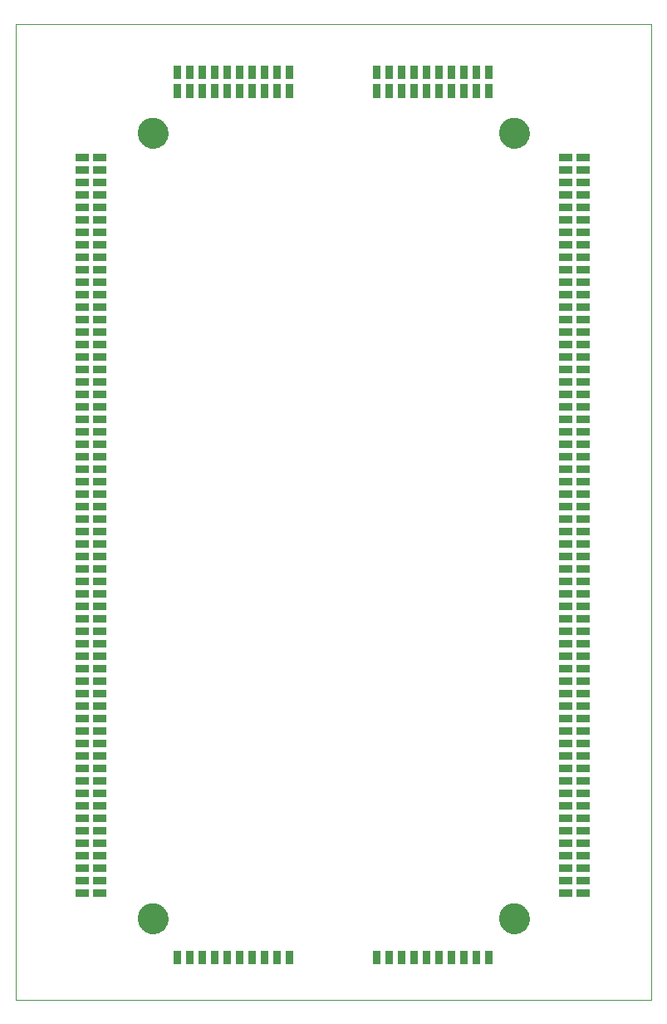
<source format=gbs>
G75*
%MOIN*%
%OFA0B0*%
%FSLAX24Y24*%
%IPPOS*%
%LPD*%
%AMOC8*
5,1,8,0,0,1.08239X$1,22.5*
%
%ADD10C,0.0000*%
%ADD11C,0.1221*%
%ADD12C,0.0026*%
D10*
X000100Y000100D02*
X000100Y039220D01*
X025592Y039220D01*
X025592Y000100D01*
X000100Y000100D01*
X005009Y003350D02*
X005011Y003398D01*
X005017Y003446D01*
X005027Y003493D01*
X005040Y003539D01*
X005058Y003584D01*
X005078Y003628D01*
X005103Y003670D01*
X005131Y003709D01*
X005161Y003746D01*
X005195Y003780D01*
X005232Y003812D01*
X005270Y003841D01*
X005311Y003866D01*
X005354Y003888D01*
X005399Y003906D01*
X005445Y003920D01*
X005492Y003931D01*
X005540Y003938D01*
X005588Y003941D01*
X005636Y003940D01*
X005684Y003935D01*
X005732Y003926D01*
X005778Y003914D01*
X005823Y003897D01*
X005867Y003877D01*
X005909Y003854D01*
X005949Y003827D01*
X005987Y003797D01*
X006022Y003764D01*
X006054Y003728D01*
X006084Y003690D01*
X006110Y003649D01*
X006132Y003606D01*
X006152Y003562D01*
X006167Y003517D01*
X006179Y003470D01*
X006187Y003422D01*
X006191Y003374D01*
X006191Y003326D01*
X006187Y003278D01*
X006179Y003230D01*
X006167Y003183D01*
X006152Y003138D01*
X006132Y003094D01*
X006110Y003051D01*
X006084Y003010D01*
X006054Y002972D01*
X006022Y002936D01*
X005987Y002903D01*
X005949Y002873D01*
X005909Y002846D01*
X005867Y002823D01*
X005823Y002803D01*
X005778Y002786D01*
X005732Y002774D01*
X005684Y002765D01*
X005636Y002760D01*
X005588Y002759D01*
X005540Y002762D01*
X005492Y002769D01*
X005445Y002780D01*
X005399Y002794D01*
X005354Y002812D01*
X005311Y002834D01*
X005270Y002859D01*
X005232Y002888D01*
X005195Y002920D01*
X005161Y002954D01*
X005131Y002991D01*
X005103Y003030D01*
X005078Y003072D01*
X005058Y003116D01*
X005040Y003161D01*
X005027Y003207D01*
X005017Y003254D01*
X005011Y003302D01*
X005009Y003350D01*
X019509Y003350D02*
X019511Y003398D01*
X019517Y003446D01*
X019527Y003493D01*
X019540Y003539D01*
X019558Y003584D01*
X019578Y003628D01*
X019603Y003670D01*
X019631Y003709D01*
X019661Y003746D01*
X019695Y003780D01*
X019732Y003812D01*
X019770Y003841D01*
X019811Y003866D01*
X019854Y003888D01*
X019899Y003906D01*
X019945Y003920D01*
X019992Y003931D01*
X020040Y003938D01*
X020088Y003941D01*
X020136Y003940D01*
X020184Y003935D01*
X020232Y003926D01*
X020278Y003914D01*
X020323Y003897D01*
X020367Y003877D01*
X020409Y003854D01*
X020449Y003827D01*
X020487Y003797D01*
X020522Y003764D01*
X020554Y003728D01*
X020584Y003690D01*
X020610Y003649D01*
X020632Y003606D01*
X020652Y003562D01*
X020667Y003517D01*
X020679Y003470D01*
X020687Y003422D01*
X020691Y003374D01*
X020691Y003326D01*
X020687Y003278D01*
X020679Y003230D01*
X020667Y003183D01*
X020652Y003138D01*
X020632Y003094D01*
X020610Y003051D01*
X020584Y003010D01*
X020554Y002972D01*
X020522Y002936D01*
X020487Y002903D01*
X020449Y002873D01*
X020409Y002846D01*
X020367Y002823D01*
X020323Y002803D01*
X020278Y002786D01*
X020232Y002774D01*
X020184Y002765D01*
X020136Y002760D01*
X020088Y002759D01*
X020040Y002762D01*
X019992Y002769D01*
X019945Y002780D01*
X019899Y002794D01*
X019854Y002812D01*
X019811Y002834D01*
X019770Y002859D01*
X019732Y002888D01*
X019695Y002920D01*
X019661Y002954D01*
X019631Y002991D01*
X019603Y003030D01*
X019578Y003072D01*
X019558Y003116D01*
X019540Y003161D01*
X019527Y003207D01*
X019517Y003254D01*
X019511Y003302D01*
X019509Y003350D01*
X019509Y034850D02*
X019511Y034898D01*
X019517Y034946D01*
X019527Y034993D01*
X019540Y035039D01*
X019558Y035084D01*
X019578Y035128D01*
X019603Y035170D01*
X019631Y035209D01*
X019661Y035246D01*
X019695Y035280D01*
X019732Y035312D01*
X019770Y035341D01*
X019811Y035366D01*
X019854Y035388D01*
X019899Y035406D01*
X019945Y035420D01*
X019992Y035431D01*
X020040Y035438D01*
X020088Y035441D01*
X020136Y035440D01*
X020184Y035435D01*
X020232Y035426D01*
X020278Y035414D01*
X020323Y035397D01*
X020367Y035377D01*
X020409Y035354D01*
X020449Y035327D01*
X020487Y035297D01*
X020522Y035264D01*
X020554Y035228D01*
X020584Y035190D01*
X020610Y035149D01*
X020632Y035106D01*
X020652Y035062D01*
X020667Y035017D01*
X020679Y034970D01*
X020687Y034922D01*
X020691Y034874D01*
X020691Y034826D01*
X020687Y034778D01*
X020679Y034730D01*
X020667Y034683D01*
X020652Y034638D01*
X020632Y034594D01*
X020610Y034551D01*
X020584Y034510D01*
X020554Y034472D01*
X020522Y034436D01*
X020487Y034403D01*
X020449Y034373D01*
X020409Y034346D01*
X020367Y034323D01*
X020323Y034303D01*
X020278Y034286D01*
X020232Y034274D01*
X020184Y034265D01*
X020136Y034260D01*
X020088Y034259D01*
X020040Y034262D01*
X019992Y034269D01*
X019945Y034280D01*
X019899Y034294D01*
X019854Y034312D01*
X019811Y034334D01*
X019770Y034359D01*
X019732Y034388D01*
X019695Y034420D01*
X019661Y034454D01*
X019631Y034491D01*
X019603Y034530D01*
X019578Y034572D01*
X019558Y034616D01*
X019540Y034661D01*
X019527Y034707D01*
X019517Y034754D01*
X019511Y034802D01*
X019509Y034850D01*
X005009Y034850D02*
X005011Y034898D01*
X005017Y034946D01*
X005027Y034993D01*
X005040Y035039D01*
X005058Y035084D01*
X005078Y035128D01*
X005103Y035170D01*
X005131Y035209D01*
X005161Y035246D01*
X005195Y035280D01*
X005232Y035312D01*
X005270Y035341D01*
X005311Y035366D01*
X005354Y035388D01*
X005399Y035406D01*
X005445Y035420D01*
X005492Y035431D01*
X005540Y035438D01*
X005588Y035441D01*
X005636Y035440D01*
X005684Y035435D01*
X005732Y035426D01*
X005778Y035414D01*
X005823Y035397D01*
X005867Y035377D01*
X005909Y035354D01*
X005949Y035327D01*
X005987Y035297D01*
X006022Y035264D01*
X006054Y035228D01*
X006084Y035190D01*
X006110Y035149D01*
X006132Y035106D01*
X006152Y035062D01*
X006167Y035017D01*
X006179Y034970D01*
X006187Y034922D01*
X006191Y034874D01*
X006191Y034826D01*
X006187Y034778D01*
X006179Y034730D01*
X006167Y034683D01*
X006152Y034638D01*
X006132Y034594D01*
X006110Y034551D01*
X006084Y034510D01*
X006054Y034472D01*
X006022Y034436D01*
X005987Y034403D01*
X005949Y034373D01*
X005909Y034346D01*
X005867Y034323D01*
X005823Y034303D01*
X005778Y034286D01*
X005732Y034274D01*
X005684Y034265D01*
X005636Y034260D01*
X005588Y034259D01*
X005540Y034262D01*
X005492Y034269D01*
X005445Y034280D01*
X005399Y034294D01*
X005354Y034312D01*
X005311Y034334D01*
X005270Y034359D01*
X005232Y034388D01*
X005195Y034420D01*
X005161Y034454D01*
X005131Y034491D01*
X005103Y034530D01*
X005078Y034572D01*
X005058Y034616D01*
X005040Y034661D01*
X005027Y034707D01*
X005017Y034754D01*
X005011Y034802D01*
X005009Y034850D01*
D11*
X005600Y034850D03*
X020100Y034850D03*
X020100Y003350D03*
X005600Y003350D03*
D12*
X006418Y002057D02*
X006418Y001543D01*
X006418Y002057D02*
X006682Y002057D01*
X006682Y001543D01*
X006418Y001543D01*
X006418Y001568D02*
X006682Y001568D01*
X006682Y001593D02*
X006418Y001593D01*
X006418Y001618D02*
X006682Y001618D01*
X006682Y001643D02*
X006418Y001643D01*
X006418Y001668D02*
X006682Y001668D01*
X006682Y001693D02*
X006418Y001693D01*
X006418Y001718D02*
X006682Y001718D01*
X006682Y001743D02*
X006418Y001743D01*
X006418Y001768D02*
X006682Y001768D01*
X006682Y001793D02*
X006418Y001793D01*
X006418Y001818D02*
X006682Y001818D01*
X006682Y001843D02*
X006418Y001843D01*
X006418Y001868D02*
X006682Y001868D01*
X006682Y001893D02*
X006418Y001893D01*
X006418Y001918D02*
X006682Y001918D01*
X006682Y001943D02*
X006418Y001943D01*
X006418Y001968D02*
X006682Y001968D01*
X006682Y001993D02*
X006418Y001993D01*
X006418Y002018D02*
X006682Y002018D01*
X006682Y002043D02*
X006418Y002043D01*
X006918Y002057D02*
X006918Y001543D01*
X006918Y002057D02*
X007182Y002057D01*
X007182Y001543D01*
X006918Y001543D01*
X006918Y001568D02*
X007182Y001568D01*
X007182Y001593D02*
X006918Y001593D01*
X006918Y001618D02*
X007182Y001618D01*
X007182Y001643D02*
X006918Y001643D01*
X006918Y001668D02*
X007182Y001668D01*
X007182Y001693D02*
X006918Y001693D01*
X006918Y001718D02*
X007182Y001718D01*
X007182Y001743D02*
X006918Y001743D01*
X006918Y001768D02*
X007182Y001768D01*
X007182Y001793D02*
X006918Y001793D01*
X006918Y001818D02*
X007182Y001818D01*
X007182Y001843D02*
X006918Y001843D01*
X006918Y001868D02*
X007182Y001868D01*
X007182Y001893D02*
X006918Y001893D01*
X006918Y001918D02*
X007182Y001918D01*
X007182Y001943D02*
X006918Y001943D01*
X006918Y001968D02*
X007182Y001968D01*
X007182Y001993D02*
X006918Y001993D01*
X006918Y002018D02*
X007182Y002018D01*
X007182Y002043D02*
X006918Y002043D01*
X007418Y002057D02*
X007418Y001543D01*
X007418Y002057D02*
X007682Y002057D01*
X007682Y001543D01*
X007418Y001543D01*
X007418Y001568D02*
X007682Y001568D01*
X007682Y001593D02*
X007418Y001593D01*
X007418Y001618D02*
X007682Y001618D01*
X007682Y001643D02*
X007418Y001643D01*
X007418Y001668D02*
X007682Y001668D01*
X007682Y001693D02*
X007418Y001693D01*
X007418Y001718D02*
X007682Y001718D01*
X007682Y001743D02*
X007418Y001743D01*
X007418Y001768D02*
X007682Y001768D01*
X007682Y001793D02*
X007418Y001793D01*
X007418Y001818D02*
X007682Y001818D01*
X007682Y001843D02*
X007418Y001843D01*
X007418Y001868D02*
X007682Y001868D01*
X007682Y001893D02*
X007418Y001893D01*
X007418Y001918D02*
X007682Y001918D01*
X007682Y001943D02*
X007418Y001943D01*
X007418Y001968D02*
X007682Y001968D01*
X007682Y001993D02*
X007418Y001993D01*
X007418Y002018D02*
X007682Y002018D01*
X007682Y002043D02*
X007418Y002043D01*
X007918Y002057D02*
X007918Y001543D01*
X007918Y002057D02*
X008182Y002057D01*
X008182Y001543D01*
X007918Y001543D01*
X007918Y001568D02*
X008182Y001568D01*
X008182Y001593D02*
X007918Y001593D01*
X007918Y001618D02*
X008182Y001618D01*
X008182Y001643D02*
X007918Y001643D01*
X007918Y001668D02*
X008182Y001668D01*
X008182Y001693D02*
X007918Y001693D01*
X007918Y001718D02*
X008182Y001718D01*
X008182Y001743D02*
X007918Y001743D01*
X007918Y001768D02*
X008182Y001768D01*
X008182Y001793D02*
X007918Y001793D01*
X007918Y001818D02*
X008182Y001818D01*
X008182Y001843D02*
X007918Y001843D01*
X007918Y001868D02*
X008182Y001868D01*
X008182Y001893D02*
X007918Y001893D01*
X007918Y001918D02*
X008182Y001918D01*
X008182Y001943D02*
X007918Y001943D01*
X007918Y001968D02*
X008182Y001968D01*
X008182Y001993D02*
X007918Y001993D01*
X007918Y002018D02*
X008182Y002018D01*
X008182Y002043D02*
X007918Y002043D01*
X008418Y002057D02*
X008418Y001543D01*
X008418Y002057D02*
X008682Y002057D01*
X008682Y001543D01*
X008418Y001543D01*
X008418Y001568D02*
X008682Y001568D01*
X008682Y001593D02*
X008418Y001593D01*
X008418Y001618D02*
X008682Y001618D01*
X008682Y001643D02*
X008418Y001643D01*
X008418Y001668D02*
X008682Y001668D01*
X008682Y001693D02*
X008418Y001693D01*
X008418Y001718D02*
X008682Y001718D01*
X008682Y001743D02*
X008418Y001743D01*
X008418Y001768D02*
X008682Y001768D01*
X008682Y001793D02*
X008418Y001793D01*
X008418Y001818D02*
X008682Y001818D01*
X008682Y001843D02*
X008418Y001843D01*
X008418Y001868D02*
X008682Y001868D01*
X008682Y001893D02*
X008418Y001893D01*
X008418Y001918D02*
X008682Y001918D01*
X008682Y001943D02*
X008418Y001943D01*
X008418Y001968D02*
X008682Y001968D01*
X008682Y001993D02*
X008418Y001993D01*
X008418Y002018D02*
X008682Y002018D01*
X008682Y002043D02*
X008418Y002043D01*
X008918Y002057D02*
X008918Y001543D01*
X008918Y002057D02*
X009182Y002057D01*
X009182Y001543D01*
X008918Y001543D01*
X008918Y001568D02*
X009182Y001568D01*
X009182Y001593D02*
X008918Y001593D01*
X008918Y001618D02*
X009182Y001618D01*
X009182Y001643D02*
X008918Y001643D01*
X008918Y001668D02*
X009182Y001668D01*
X009182Y001693D02*
X008918Y001693D01*
X008918Y001718D02*
X009182Y001718D01*
X009182Y001743D02*
X008918Y001743D01*
X008918Y001768D02*
X009182Y001768D01*
X009182Y001793D02*
X008918Y001793D01*
X008918Y001818D02*
X009182Y001818D01*
X009182Y001843D02*
X008918Y001843D01*
X008918Y001868D02*
X009182Y001868D01*
X009182Y001893D02*
X008918Y001893D01*
X008918Y001918D02*
X009182Y001918D01*
X009182Y001943D02*
X008918Y001943D01*
X008918Y001968D02*
X009182Y001968D01*
X009182Y001993D02*
X008918Y001993D01*
X008918Y002018D02*
X009182Y002018D01*
X009182Y002043D02*
X008918Y002043D01*
X009418Y002057D02*
X009418Y001543D01*
X009418Y002057D02*
X009682Y002057D01*
X009682Y001543D01*
X009418Y001543D01*
X009418Y001568D02*
X009682Y001568D01*
X009682Y001593D02*
X009418Y001593D01*
X009418Y001618D02*
X009682Y001618D01*
X009682Y001643D02*
X009418Y001643D01*
X009418Y001668D02*
X009682Y001668D01*
X009682Y001693D02*
X009418Y001693D01*
X009418Y001718D02*
X009682Y001718D01*
X009682Y001743D02*
X009418Y001743D01*
X009418Y001768D02*
X009682Y001768D01*
X009682Y001793D02*
X009418Y001793D01*
X009418Y001818D02*
X009682Y001818D01*
X009682Y001843D02*
X009418Y001843D01*
X009418Y001868D02*
X009682Y001868D01*
X009682Y001893D02*
X009418Y001893D01*
X009418Y001918D02*
X009682Y001918D01*
X009682Y001943D02*
X009418Y001943D01*
X009418Y001968D02*
X009682Y001968D01*
X009682Y001993D02*
X009418Y001993D01*
X009418Y002018D02*
X009682Y002018D01*
X009682Y002043D02*
X009418Y002043D01*
X009918Y002057D02*
X009918Y001543D01*
X009918Y002057D02*
X010182Y002057D01*
X010182Y001543D01*
X009918Y001543D01*
X009918Y001568D02*
X010182Y001568D01*
X010182Y001593D02*
X009918Y001593D01*
X009918Y001618D02*
X010182Y001618D01*
X010182Y001643D02*
X009918Y001643D01*
X009918Y001668D02*
X010182Y001668D01*
X010182Y001693D02*
X009918Y001693D01*
X009918Y001718D02*
X010182Y001718D01*
X010182Y001743D02*
X009918Y001743D01*
X009918Y001768D02*
X010182Y001768D01*
X010182Y001793D02*
X009918Y001793D01*
X009918Y001818D02*
X010182Y001818D01*
X010182Y001843D02*
X009918Y001843D01*
X009918Y001868D02*
X010182Y001868D01*
X010182Y001893D02*
X009918Y001893D01*
X009918Y001918D02*
X010182Y001918D01*
X010182Y001943D02*
X009918Y001943D01*
X009918Y001968D02*
X010182Y001968D01*
X010182Y001993D02*
X009918Y001993D01*
X009918Y002018D02*
X010182Y002018D01*
X010182Y002043D02*
X009918Y002043D01*
X010418Y002057D02*
X010418Y001543D01*
X010418Y002057D02*
X010682Y002057D01*
X010682Y001543D01*
X010418Y001543D01*
X010418Y001568D02*
X010682Y001568D01*
X010682Y001593D02*
X010418Y001593D01*
X010418Y001618D02*
X010682Y001618D01*
X010682Y001643D02*
X010418Y001643D01*
X010418Y001668D02*
X010682Y001668D01*
X010682Y001693D02*
X010418Y001693D01*
X010418Y001718D02*
X010682Y001718D01*
X010682Y001743D02*
X010418Y001743D01*
X010418Y001768D02*
X010682Y001768D01*
X010682Y001793D02*
X010418Y001793D01*
X010418Y001818D02*
X010682Y001818D01*
X010682Y001843D02*
X010418Y001843D01*
X010418Y001868D02*
X010682Y001868D01*
X010682Y001893D02*
X010418Y001893D01*
X010418Y001918D02*
X010682Y001918D01*
X010682Y001943D02*
X010418Y001943D01*
X010418Y001968D02*
X010682Y001968D01*
X010682Y001993D02*
X010418Y001993D01*
X010418Y002018D02*
X010682Y002018D01*
X010682Y002043D02*
X010418Y002043D01*
X010918Y002057D02*
X010918Y001543D01*
X010918Y002057D02*
X011182Y002057D01*
X011182Y001543D01*
X010918Y001543D01*
X010918Y001568D02*
X011182Y001568D01*
X011182Y001593D02*
X010918Y001593D01*
X010918Y001618D02*
X011182Y001618D01*
X011182Y001643D02*
X010918Y001643D01*
X010918Y001668D02*
X011182Y001668D01*
X011182Y001693D02*
X010918Y001693D01*
X010918Y001718D02*
X011182Y001718D01*
X011182Y001743D02*
X010918Y001743D01*
X010918Y001768D02*
X011182Y001768D01*
X011182Y001793D02*
X010918Y001793D01*
X010918Y001818D02*
X011182Y001818D01*
X011182Y001843D02*
X010918Y001843D01*
X010918Y001868D02*
X011182Y001868D01*
X011182Y001893D02*
X010918Y001893D01*
X010918Y001918D02*
X011182Y001918D01*
X011182Y001943D02*
X010918Y001943D01*
X010918Y001968D02*
X011182Y001968D01*
X011182Y001993D02*
X010918Y001993D01*
X010918Y002018D02*
X011182Y002018D01*
X011182Y002043D02*
X010918Y002043D01*
X014418Y002057D02*
X014418Y001543D01*
X014418Y002057D02*
X014682Y002057D01*
X014682Y001543D01*
X014418Y001543D01*
X014418Y001568D02*
X014682Y001568D01*
X014682Y001593D02*
X014418Y001593D01*
X014418Y001618D02*
X014682Y001618D01*
X014682Y001643D02*
X014418Y001643D01*
X014418Y001668D02*
X014682Y001668D01*
X014682Y001693D02*
X014418Y001693D01*
X014418Y001718D02*
X014682Y001718D01*
X014682Y001743D02*
X014418Y001743D01*
X014418Y001768D02*
X014682Y001768D01*
X014682Y001793D02*
X014418Y001793D01*
X014418Y001818D02*
X014682Y001818D01*
X014682Y001843D02*
X014418Y001843D01*
X014418Y001868D02*
X014682Y001868D01*
X014682Y001893D02*
X014418Y001893D01*
X014418Y001918D02*
X014682Y001918D01*
X014682Y001943D02*
X014418Y001943D01*
X014418Y001968D02*
X014682Y001968D01*
X014682Y001993D02*
X014418Y001993D01*
X014418Y002018D02*
X014682Y002018D01*
X014682Y002043D02*
X014418Y002043D01*
X014918Y002057D02*
X014918Y001543D01*
X014918Y002057D02*
X015182Y002057D01*
X015182Y001543D01*
X014918Y001543D01*
X014918Y001568D02*
X015182Y001568D01*
X015182Y001593D02*
X014918Y001593D01*
X014918Y001618D02*
X015182Y001618D01*
X015182Y001643D02*
X014918Y001643D01*
X014918Y001668D02*
X015182Y001668D01*
X015182Y001693D02*
X014918Y001693D01*
X014918Y001718D02*
X015182Y001718D01*
X015182Y001743D02*
X014918Y001743D01*
X014918Y001768D02*
X015182Y001768D01*
X015182Y001793D02*
X014918Y001793D01*
X014918Y001818D02*
X015182Y001818D01*
X015182Y001843D02*
X014918Y001843D01*
X014918Y001868D02*
X015182Y001868D01*
X015182Y001893D02*
X014918Y001893D01*
X014918Y001918D02*
X015182Y001918D01*
X015182Y001943D02*
X014918Y001943D01*
X014918Y001968D02*
X015182Y001968D01*
X015182Y001993D02*
X014918Y001993D01*
X014918Y002018D02*
X015182Y002018D01*
X015182Y002043D02*
X014918Y002043D01*
X015418Y002057D02*
X015418Y001543D01*
X015418Y002057D02*
X015682Y002057D01*
X015682Y001543D01*
X015418Y001543D01*
X015418Y001568D02*
X015682Y001568D01*
X015682Y001593D02*
X015418Y001593D01*
X015418Y001618D02*
X015682Y001618D01*
X015682Y001643D02*
X015418Y001643D01*
X015418Y001668D02*
X015682Y001668D01*
X015682Y001693D02*
X015418Y001693D01*
X015418Y001718D02*
X015682Y001718D01*
X015682Y001743D02*
X015418Y001743D01*
X015418Y001768D02*
X015682Y001768D01*
X015682Y001793D02*
X015418Y001793D01*
X015418Y001818D02*
X015682Y001818D01*
X015682Y001843D02*
X015418Y001843D01*
X015418Y001868D02*
X015682Y001868D01*
X015682Y001893D02*
X015418Y001893D01*
X015418Y001918D02*
X015682Y001918D01*
X015682Y001943D02*
X015418Y001943D01*
X015418Y001968D02*
X015682Y001968D01*
X015682Y001993D02*
X015418Y001993D01*
X015418Y002018D02*
X015682Y002018D01*
X015682Y002043D02*
X015418Y002043D01*
X015918Y002057D02*
X015918Y001543D01*
X015918Y002057D02*
X016182Y002057D01*
X016182Y001543D01*
X015918Y001543D01*
X015918Y001568D02*
X016182Y001568D01*
X016182Y001593D02*
X015918Y001593D01*
X015918Y001618D02*
X016182Y001618D01*
X016182Y001643D02*
X015918Y001643D01*
X015918Y001668D02*
X016182Y001668D01*
X016182Y001693D02*
X015918Y001693D01*
X015918Y001718D02*
X016182Y001718D01*
X016182Y001743D02*
X015918Y001743D01*
X015918Y001768D02*
X016182Y001768D01*
X016182Y001793D02*
X015918Y001793D01*
X015918Y001818D02*
X016182Y001818D01*
X016182Y001843D02*
X015918Y001843D01*
X015918Y001868D02*
X016182Y001868D01*
X016182Y001893D02*
X015918Y001893D01*
X015918Y001918D02*
X016182Y001918D01*
X016182Y001943D02*
X015918Y001943D01*
X015918Y001968D02*
X016182Y001968D01*
X016182Y001993D02*
X015918Y001993D01*
X015918Y002018D02*
X016182Y002018D01*
X016182Y002043D02*
X015918Y002043D01*
X016418Y002057D02*
X016418Y001543D01*
X016418Y002057D02*
X016682Y002057D01*
X016682Y001543D01*
X016418Y001543D01*
X016418Y001568D02*
X016682Y001568D01*
X016682Y001593D02*
X016418Y001593D01*
X016418Y001618D02*
X016682Y001618D01*
X016682Y001643D02*
X016418Y001643D01*
X016418Y001668D02*
X016682Y001668D01*
X016682Y001693D02*
X016418Y001693D01*
X016418Y001718D02*
X016682Y001718D01*
X016682Y001743D02*
X016418Y001743D01*
X016418Y001768D02*
X016682Y001768D01*
X016682Y001793D02*
X016418Y001793D01*
X016418Y001818D02*
X016682Y001818D01*
X016682Y001843D02*
X016418Y001843D01*
X016418Y001868D02*
X016682Y001868D01*
X016682Y001893D02*
X016418Y001893D01*
X016418Y001918D02*
X016682Y001918D01*
X016682Y001943D02*
X016418Y001943D01*
X016418Y001968D02*
X016682Y001968D01*
X016682Y001993D02*
X016418Y001993D01*
X016418Y002018D02*
X016682Y002018D01*
X016682Y002043D02*
X016418Y002043D01*
X016918Y002057D02*
X016918Y001543D01*
X016918Y002057D02*
X017182Y002057D01*
X017182Y001543D01*
X016918Y001543D01*
X016918Y001568D02*
X017182Y001568D01*
X017182Y001593D02*
X016918Y001593D01*
X016918Y001618D02*
X017182Y001618D01*
X017182Y001643D02*
X016918Y001643D01*
X016918Y001668D02*
X017182Y001668D01*
X017182Y001693D02*
X016918Y001693D01*
X016918Y001718D02*
X017182Y001718D01*
X017182Y001743D02*
X016918Y001743D01*
X016918Y001768D02*
X017182Y001768D01*
X017182Y001793D02*
X016918Y001793D01*
X016918Y001818D02*
X017182Y001818D01*
X017182Y001843D02*
X016918Y001843D01*
X016918Y001868D02*
X017182Y001868D01*
X017182Y001893D02*
X016918Y001893D01*
X016918Y001918D02*
X017182Y001918D01*
X017182Y001943D02*
X016918Y001943D01*
X016918Y001968D02*
X017182Y001968D01*
X017182Y001993D02*
X016918Y001993D01*
X016918Y002018D02*
X017182Y002018D01*
X017182Y002043D02*
X016918Y002043D01*
X017418Y002057D02*
X017418Y001543D01*
X017418Y002057D02*
X017682Y002057D01*
X017682Y001543D01*
X017418Y001543D01*
X017418Y001568D02*
X017682Y001568D01*
X017682Y001593D02*
X017418Y001593D01*
X017418Y001618D02*
X017682Y001618D01*
X017682Y001643D02*
X017418Y001643D01*
X017418Y001668D02*
X017682Y001668D01*
X017682Y001693D02*
X017418Y001693D01*
X017418Y001718D02*
X017682Y001718D01*
X017682Y001743D02*
X017418Y001743D01*
X017418Y001768D02*
X017682Y001768D01*
X017682Y001793D02*
X017418Y001793D01*
X017418Y001818D02*
X017682Y001818D01*
X017682Y001843D02*
X017418Y001843D01*
X017418Y001868D02*
X017682Y001868D01*
X017682Y001893D02*
X017418Y001893D01*
X017418Y001918D02*
X017682Y001918D01*
X017682Y001943D02*
X017418Y001943D01*
X017418Y001968D02*
X017682Y001968D01*
X017682Y001993D02*
X017418Y001993D01*
X017418Y002018D02*
X017682Y002018D01*
X017682Y002043D02*
X017418Y002043D01*
X017918Y002057D02*
X017918Y001543D01*
X017918Y002057D02*
X018182Y002057D01*
X018182Y001543D01*
X017918Y001543D01*
X017918Y001568D02*
X018182Y001568D01*
X018182Y001593D02*
X017918Y001593D01*
X017918Y001618D02*
X018182Y001618D01*
X018182Y001643D02*
X017918Y001643D01*
X017918Y001668D02*
X018182Y001668D01*
X018182Y001693D02*
X017918Y001693D01*
X017918Y001718D02*
X018182Y001718D01*
X018182Y001743D02*
X017918Y001743D01*
X017918Y001768D02*
X018182Y001768D01*
X018182Y001793D02*
X017918Y001793D01*
X017918Y001818D02*
X018182Y001818D01*
X018182Y001843D02*
X017918Y001843D01*
X017918Y001868D02*
X018182Y001868D01*
X018182Y001893D02*
X017918Y001893D01*
X017918Y001918D02*
X018182Y001918D01*
X018182Y001943D02*
X017918Y001943D01*
X017918Y001968D02*
X018182Y001968D01*
X018182Y001993D02*
X017918Y001993D01*
X017918Y002018D02*
X018182Y002018D01*
X018182Y002043D02*
X017918Y002043D01*
X018418Y002057D02*
X018418Y001543D01*
X018418Y002057D02*
X018682Y002057D01*
X018682Y001543D01*
X018418Y001543D01*
X018418Y001568D02*
X018682Y001568D01*
X018682Y001593D02*
X018418Y001593D01*
X018418Y001618D02*
X018682Y001618D01*
X018682Y001643D02*
X018418Y001643D01*
X018418Y001668D02*
X018682Y001668D01*
X018682Y001693D02*
X018418Y001693D01*
X018418Y001718D02*
X018682Y001718D01*
X018682Y001743D02*
X018418Y001743D01*
X018418Y001768D02*
X018682Y001768D01*
X018682Y001793D02*
X018418Y001793D01*
X018418Y001818D02*
X018682Y001818D01*
X018682Y001843D02*
X018418Y001843D01*
X018418Y001868D02*
X018682Y001868D01*
X018682Y001893D02*
X018418Y001893D01*
X018418Y001918D02*
X018682Y001918D01*
X018682Y001943D02*
X018418Y001943D01*
X018418Y001968D02*
X018682Y001968D01*
X018682Y001993D02*
X018418Y001993D01*
X018418Y002018D02*
X018682Y002018D01*
X018682Y002043D02*
X018418Y002043D01*
X018918Y002057D02*
X018918Y001543D01*
X018918Y002057D02*
X019182Y002057D01*
X019182Y001543D01*
X018918Y001543D01*
X018918Y001568D02*
X019182Y001568D01*
X019182Y001593D02*
X018918Y001593D01*
X018918Y001618D02*
X019182Y001618D01*
X019182Y001643D02*
X018918Y001643D01*
X018918Y001668D02*
X019182Y001668D01*
X019182Y001693D02*
X018918Y001693D01*
X018918Y001718D02*
X019182Y001718D01*
X019182Y001743D02*
X018918Y001743D01*
X018918Y001768D02*
X019182Y001768D01*
X019182Y001793D02*
X018918Y001793D01*
X018918Y001818D02*
X019182Y001818D01*
X019182Y001843D02*
X018918Y001843D01*
X018918Y001868D02*
X019182Y001868D01*
X019182Y001893D02*
X018918Y001893D01*
X018918Y001918D02*
X019182Y001918D01*
X019182Y001943D02*
X018918Y001943D01*
X018918Y001968D02*
X019182Y001968D01*
X019182Y001993D02*
X018918Y001993D01*
X018918Y002018D02*
X019182Y002018D01*
X019182Y002043D02*
X018918Y002043D01*
X021893Y004532D02*
X022407Y004532D01*
X022407Y004268D01*
X021893Y004268D01*
X021893Y004532D01*
X021893Y004293D02*
X022407Y004293D01*
X022407Y004318D02*
X021893Y004318D01*
X021893Y004343D02*
X022407Y004343D01*
X022407Y004368D02*
X021893Y004368D01*
X021893Y004393D02*
X022407Y004393D01*
X022407Y004418D02*
X021893Y004418D01*
X021893Y004443D02*
X022407Y004443D01*
X022407Y004468D02*
X021893Y004468D01*
X021893Y004493D02*
X022407Y004493D01*
X022407Y004518D02*
X021893Y004518D01*
X021893Y005032D02*
X022407Y005032D01*
X022407Y004768D01*
X021893Y004768D01*
X021893Y005032D01*
X021893Y004793D02*
X022407Y004793D01*
X022407Y004818D02*
X021893Y004818D01*
X021893Y004843D02*
X022407Y004843D01*
X022407Y004868D02*
X021893Y004868D01*
X021893Y004893D02*
X022407Y004893D01*
X022407Y004918D02*
X021893Y004918D01*
X021893Y004943D02*
X022407Y004943D01*
X022407Y004968D02*
X021893Y004968D01*
X021893Y004993D02*
X022407Y004993D01*
X022407Y005018D02*
X021893Y005018D01*
X021893Y005532D02*
X022407Y005532D01*
X022407Y005268D01*
X021893Y005268D01*
X021893Y005532D01*
X021893Y005293D02*
X022407Y005293D01*
X022407Y005318D02*
X021893Y005318D01*
X021893Y005343D02*
X022407Y005343D01*
X022407Y005368D02*
X021893Y005368D01*
X021893Y005393D02*
X022407Y005393D01*
X022407Y005418D02*
X021893Y005418D01*
X021893Y005443D02*
X022407Y005443D01*
X022407Y005468D02*
X021893Y005468D01*
X021893Y005493D02*
X022407Y005493D01*
X022407Y005518D02*
X021893Y005518D01*
X021893Y006032D02*
X022407Y006032D01*
X022407Y005768D01*
X021893Y005768D01*
X021893Y006032D01*
X021893Y005793D02*
X022407Y005793D01*
X022407Y005818D02*
X021893Y005818D01*
X021893Y005843D02*
X022407Y005843D01*
X022407Y005868D02*
X021893Y005868D01*
X021893Y005893D02*
X022407Y005893D01*
X022407Y005918D02*
X021893Y005918D01*
X021893Y005943D02*
X022407Y005943D01*
X022407Y005968D02*
X021893Y005968D01*
X021893Y005993D02*
X022407Y005993D01*
X022407Y006018D02*
X021893Y006018D01*
X021893Y006532D02*
X022407Y006532D01*
X022407Y006268D01*
X021893Y006268D01*
X021893Y006532D01*
X021893Y006293D02*
X022407Y006293D01*
X022407Y006318D02*
X021893Y006318D01*
X021893Y006343D02*
X022407Y006343D01*
X022407Y006368D02*
X021893Y006368D01*
X021893Y006393D02*
X022407Y006393D01*
X022407Y006418D02*
X021893Y006418D01*
X021893Y006443D02*
X022407Y006443D01*
X022407Y006468D02*
X021893Y006468D01*
X021893Y006493D02*
X022407Y006493D01*
X022407Y006518D02*
X021893Y006518D01*
X021893Y007032D02*
X022407Y007032D01*
X022407Y006768D01*
X021893Y006768D01*
X021893Y007032D01*
X021893Y006793D02*
X022407Y006793D01*
X022407Y006818D02*
X021893Y006818D01*
X021893Y006843D02*
X022407Y006843D01*
X022407Y006868D02*
X021893Y006868D01*
X021893Y006893D02*
X022407Y006893D01*
X022407Y006918D02*
X021893Y006918D01*
X021893Y006943D02*
X022407Y006943D01*
X022407Y006968D02*
X021893Y006968D01*
X021893Y006993D02*
X022407Y006993D01*
X022407Y007018D02*
X021893Y007018D01*
X021893Y007532D02*
X022407Y007532D01*
X022407Y007268D01*
X021893Y007268D01*
X021893Y007532D01*
X021893Y007293D02*
X022407Y007293D01*
X022407Y007318D02*
X021893Y007318D01*
X021893Y007343D02*
X022407Y007343D01*
X022407Y007368D02*
X021893Y007368D01*
X021893Y007393D02*
X022407Y007393D01*
X022407Y007418D02*
X021893Y007418D01*
X021893Y007443D02*
X022407Y007443D01*
X022407Y007468D02*
X021893Y007468D01*
X021893Y007493D02*
X022407Y007493D01*
X022407Y007518D02*
X021893Y007518D01*
X021893Y008032D02*
X022407Y008032D01*
X022407Y007768D01*
X021893Y007768D01*
X021893Y008032D01*
X021893Y007793D02*
X022407Y007793D01*
X022407Y007818D02*
X021893Y007818D01*
X021893Y007843D02*
X022407Y007843D01*
X022407Y007868D02*
X021893Y007868D01*
X021893Y007893D02*
X022407Y007893D01*
X022407Y007918D02*
X021893Y007918D01*
X021893Y007943D02*
X022407Y007943D01*
X022407Y007968D02*
X021893Y007968D01*
X021893Y007993D02*
X022407Y007993D01*
X022407Y008018D02*
X021893Y008018D01*
X021893Y008532D02*
X022407Y008532D01*
X022407Y008268D01*
X021893Y008268D01*
X021893Y008532D01*
X021893Y008293D02*
X022407Y008293D01*
X022407Y008318D02*
X021893Y008318D01*
X021893Y008343D02*
X022407Y008343D01*
X022407Y008368D02*
X021893Y008368D01*
X021893Y008393D02*
X022407Y008393D01*
X022407Y008418D02*
X021893Y008418D01*
X021893Y008443D02*
X022407Y008443D01*
X022407Y008468D02*
X021893Y008468D01*
X021893Y008493D02*
X022407Y008493D01*
X022407Y008518D02*
X021893Y008518D01*
X021893Y009032D02*
X022407Y009032D01*
X022407Y008768D01*
X021893Y008768D01*
X021893Y009032D01*
X021893Y008793D02*
X022407Y008793D01*
X022407Y008818D02*
X021893Y008818D01*
X021893Y008843D02*
X022407Y008843D01*
X022407Y008868D02*
X021893Y008868D01*
X021893Y008893D02*
X022407Y008893D01*
X022407Y008918D02*
X021893Y008918D01*
X021893Y008943D02*
X022407Y008943D01*
X022407Y008968D02*
X021893Y008968D01*
X021893Y008993D02*
X022407Y008993D01*
X022407Y009018D02*
X021893Y009018D01*
X021893Y009532D02*
X022407Y009532D01*
X022407Y009268D01*
X021893Y009268D01*
X021893Y009532D01*
X021893Y009293D02*
X022407Y009293D01*
X022407Y009318D02*
X021893Y009318D01*
X021893Y009343D02*
X022407Y009343D01*
X022407Y009368D02*
X021893Y009368D01*
X021893Y009393D02*
X022407Y009393D01*
X022407Y009418D02*
X021893Y009418D01*
X021893Y009443D02*
X022407Y009443D01*
X022407Y009468D02*
X021893Y009468D01*
X021893Y009493D02*
X022407Y009493D01*
X022407Y009518D02*
X021893Y009518D01*
X021893Y010032D02*
X022407Y010032D01*
X022407Y009768D01*
X021893Y009768D01*
X021893Y010032D01*
X021893Y009793D02*
X022407Y009793D01*
X022407Y009818D02*
X021893Y009818D01*
X021893Y009843D02*
X022407Y009843D01*
X022407Y009868D02*
X021893Y009868D01*
X021893Y009893D02*
X022407Y009893D01*
X022407Y009918D02*
X021893Y009918D01*
X021893Y009943D02*
X022407Y009943D01*
X022407Y009968D02*
X021893Y009968D01*
X021893Y009993D02*
X022407Y009993D01*
X022407Y010018D02*
X021893Y010018D01*
X021893Y010532D02*
X022407Y010532D01*
X022407Y010268D01*
X021893Y010268D01*
X021893Y010532D01*
X021893Y010293D02*
X022407Y010293D01*
X022407Y010318D02*
X021893Y010318D01*
X021893Y010343D02*
X022407Y010343D01*
X022407Y010368D02*
X021893Y010368D01*
X021893Y010393D02*
X022407Y010393D01*
X022407Y010418D02*
X021893Y010418D01*
X021893Y010443D02*
X022407Y010443D01*
X022407Y010468D02*
X021893Y010468D01*
X021893Y010493D02*
X022407Y010493D01*
X022407Y010518D02*
X021893Y010518D01*
X021893Y011032D02*
X022407Y011032D01*
X022407Y010768D01*
X021893Y010768D01*
X021893Y011032D01*
X021893Y010793D02*
X022407Y010793D01*
X022407Y010818D02*
X021893Y010818D01*
X021893Y010843D02*
X022407Y010843D01*
X022407Y010868D02*
X021893Y010868D01*
X021893Y010893D02*
X022407Y010893D01*
X022407Y010918D02*
X021893Y010918D01*
X021893Y010943D02*
X022407Y010943D01*
X022407Y010968D02*
X021893Y010968D01*
X021893Y010993D02*
X022407Y010993D01*
X022407Y011018D02*
X021893Y011018D01*
X021893Y011532D02*
X022407Y011532D01*
X022407Y011268D01*
X021893Y011268D01*
X021893Y011532D01*
X021893Y011293D02*
X022407Y011293D01*
X022407Y011318D02*
X021893Y011318D01*
X021893Y011343D02*
X022407Y011343D01*
X022407Y011368D02*
X021893Y011368D01*
X021893Y011393D02*
X022407Y011393D01*
X022407Y011418D02*
X021893Y011418D01*
X021893Y011443D02*
X022407Y011443D01*
X022407Y011468D02*
X021893Y011468D01*
X021893Y011493D02*
X022407Y011493D01*
X022407Y011518D02*
X021893Y011518D01*
X021893Y012032D02*
X022407Y012032D01*
X022407Y011768D01*
X021893Y011768D01*
X021893Y012032D01*
X021893Y011793D02*
X022407Y011793D01*
X022407Y011818D02*
X021893Y011818D01*
X021893Y011843D02*
X022407Y011843D01*
X022407Y011868D02*
X021893Y011868D01*
X021893Y011893D02*
X022407Y011893D01*
X022407Y011918D02*
X021893Y011918D01*
X021893Y011943D02*
X022407Y011943D01*
X022407Y011968D02*
X021893Y011968D01*
X021893Y011993D02*
X022407Y011993D01*
X022407Y012018D02*
X021893Y012018D01*
X021893Y012532D02*
X022407Y012532D01*
X022407Y012268D01*
X021893Y012268D01*
X021893Y012532D01*
X021893Y012293D02*
X022407Y012293D01*
X022407Y012318D02*
X021893Y012318D01*
X021893Y012343D02*
X022407Y012343D01*
X022407Y012368D02*
X021893Y012368D01*
X021893Y012393D02*
X022407Y012393D01*
X022407Y012418D02*
X021893Y012418D01*
X021893Y012443D02*
X022407Y012443D01*
X022407Y012468D02*
X021893Y012468D01*
X021893Y012493D02*
X022407Y012493D01*
X022407Y012518D02*
X021893Y012518D01*
X021893Y013032D02*
X022407Y013032D01*
X022407Y012768D01*
X021893Y012768D01*
X021893Y013032D01*
X021893Y012793D02*
X022407Y012793D01*
X022407Y012818D02*
X021893Y012818D01*
X021893Y012843D02*
X022407Y012843D01*
X022407Y012868D02*
X021893Y012868D01*
X021893Y012893D02*
X022407Y012893D01*
X022407Y012918D02*
X021893Y012918D01*
X021893Y012943D02*
X022407Y012943D01*
X022407Y012968D02*
X021893Y012968D01*
X021893Y012993D02*
X022407Y012993D01*
X022407Y013018D02*
X021893Y013018D01*
X021893Y013532D02*
X022407Y013532D01*
X022407Y013268D01*
X021893Y013268D01*
X021893Y013532D01*
X021893Y013293D02*
X022407Y013293D01*
X022407Y013318D02*
X021893Y013318D01*
X021893Y013343D02*
X022407Y013343D01*
X022407Y013368D02*
X021893Y013368D01*
X021893Y013393D02*
X022407Y013393D01*
X022407Y013418D02*
X021893Y013418D01*
X021893Y013443D02*
X022407Y013443D01*
X022407Y013468D02*
X021893Y013468D01*
X021893Y013493D02*
X022407Y013493D01*
X022407Y013518D02*
X021893Y013518D01*
X021893Y014032D02*
X022407Y014032D01*
X022407Y013768D01*
X021893Y013768D01*
X021893Y014032D01*
X021893Y013793D02*
X022407Y013793D01*
X022407Y013818D02*
X021893Y013818D01*
X021893Y013843D02*
X022407Y013843D01*
X022407Y013868D02*
X021893Y013868D01*
X021893Y013893D02*
X022407Y013893D01*
X022407Y013918D02*
X021893Y013918D01*
X021893Y013943D02*
X022407Y013943D01*
X022407Y013968D02*
X021893Y013968D01*
X021893Y013993D02*
X022407Y013993D01*
X022407Y014018D02*
X021893Y014018D01*
X021893Y014532D02*
X022407Y014532D01*
X022407Y014268D01*
X021893Y014268D01*
X021893Y014532D01*
X021893Y014293D02*
X022407Y014293D01*
X022407Y014318D02*
X021893Y014318D01*
X021893Y014343D02*
X022407Y014343D01*
X022407Y014368D02*
X021893Y014368D01*
X021893Y014393D02*
X022407Y014393D01*
X022407Y014418D02*
X021893Y014418D01*
X021893Y014443D02*
X022407Y014443D01*
X022407Y014468D02*
X021893Y014468D01*
X021893Y014493D02*
X022407Y014493D01*
X022407Y014518D02*
X021893Y014518D01*
X021893Y015032D02*
X022407Y015032D01*
X022407Y014768D01*
X021893Y014768D01*
X021893Y015032D01*
X021893Y014793D02*
X022407Y014793D01*
X022407Y014818D02*
X021893Y014818D01*
X021893Y014843D02*
X022407Y014843D01*
X022407Y014868D02*
X021893Y014868D01*
X021893Y014893D02*
X022407Y014893D01*
X022407Y014918D02*
X021893Y014918D01*
X021893Y014943D02*
X022407Y014943D01*
X022407Y014968D02*
X021893Y014968D01*
X021893Y014993D02*
X022407Y014993D01*
X022407Y015018D02*
X021893Y015018D01*
X021893Y015532D02*
X022407Y015532D01*
X022407Y015268D01*
X021893Y015268D01*
X021893Y015532D01*
X021893Y015293D02*
X022407Y015293D01*
X022407Y015318D02*
X021893Y015318D01*
X021893Y015343D02*
X022407Y015343D01*
X022407Y015368D02*
X021893Y015368D01*
X021893Y015393D02*
X022407Y015393D01*
X022407Y015418D02*
X021893Y015418D01*
X021893Y015443D02*
X022407Y015443D01*
X022407Y015468D02*
X021893Y015468D01*
X021893Y015493D02*
X022407Y015493D01*
X022407Y015518D02*
X021893Y015518D01*
X021893Y016032D02*
X022407Y016032D01*
X022407Y015768D01*
X021893Y015768D01*
X021893Y016032D01*
X021893Y015793D02*
X022407Y015793D01*
X022407Y015818D02*
X021893Y015818D01*
X021893Y015843D02*
X022407Y015843D01*
X022407Y015868D02*
X021893Y015868D01*
X021893Y015893D02*
X022407Y015893D01*
X022407Y015918D02*
X021893Y015918D01*
X021893Y015943D02*
X022407Y015943D01*
X022407Y015968D02*
X021893Y015968D01*
X021893Y015993D02*
X022407Y015993D01*
X022407Y016018D02*
X021893Y016018D01*
X021893Y016532D02*
X022407Y016532D01*
X022407Y016268D01*
X021893Y016268D01*
X021893Y016532D01*
X021893Y016293D02*
X022407Y016293D01*
X022407Y016318D02*
X021893Y016318D01*
X021893Y016343D02*
X022407Y016343D01*
X022407Y016368D02*
X021893Y016368D01*
X021893Y016393D02*
X022407Y016393D01*
X022407Y016418D02*
X021893Y016418D01*
X021893Y016443D02*
X022407Y016443D01*
X022407Y016468D02*
X021893Y016468D01*
X021893Y016493D02*
X022407Y016493D01*
X022407Y016518D02*
X021893Y016518D01*
X021893Y017032D02*
X022407Y017032D01*
X022407Y016768D01*
X021893Y016768D01*
X021893Y017032D01*
X021893Y016793D02*
X022407Y016793D01*
X022407Y016818D02*
X021893Y016818D01*
X021893Y016843D02*
X022407Y016843D01*
X022407Y016868D02*
X021893Y016868D01*
X021893Y016893D02*
X022407Y016893D01*
X022407Y016918D02*
X021893Y016918D01*
X021893Y016943D02*
X022407Y016943D01*
X022407Y016968D02*
X021893Y016968D01*
X021893Y016993D02*
X022407Y016993D01*
X022407Y017018D02*
X021893Y017018D01*
X021893Y017532D02*
X022407Y017532D01*
X022407Y017268D01*
X021893Y017268D01*
X021893Y017532D01*
X021893Y017293D02*
X022407Y017293D01*
X022407Y017318D02*
X021893Y017318D01*
X021893Y017343D02*
X022407Y017343D01*
X022407Y017368D02*
X021893Y017368D01*
X021893Y017393D02*
X022407Y017393D01*
X022407Y017418D02*
X021893Y017418D01*
X021893Y017443D02*
X022407Y017443D01*
X022407Y017468D02*
X021893Y017468D01*
X021893Y017493D02*
X022407Y017493D01*
X022407Y017518D02*
X021893Y017518D01*
X021893Y018032D02*
X022407Y018032D01*
X022407Y017768D01*
X021893Y017768D01*
X021893Y018032D01*
X021893Y017793D02*
X022407Y017793D01*
X022407Y017818D02*
X021893Y017818D01*
X021893Y017843D02*
X022407Y017843D01*
X022407Y017868D02*
X021893Y017868D01*
X021893Y017893D02*
X022407Y017893D01*
X022407Y017918D02*
X021893Y017918D01*
X021893Y017943D02*
X022407Y017943D01*
X022407Y017968D02*
X021893Y017968D01*
X021893Y017993D02*
X022407Y017993D01*
X022407Y018018D02*
X021893Y018018D01*
X021893Y018532D02*
X022407Y018532D01*
X022407Y018268D01*
X021893Y018268D01*
X021893Y018532D01*
X021893Y018293D02*
X022407Y018293D01*
X022407Y018318D02*
X021893Y018318D01*
X021893Y018343D02*
X022407Y018343D01*
X022407Y018368D02*
X021893Y018368D01*
X021893Y018393D02*
X022407Y018393D01*
X022407Y018418D02*
X021893Y018418D01*
X021893Y018443D02*
X022407Y018443D01*
X022407Y018468D02*
X021893Y018468D01*
X021893Y018493D02*
X022407Y018493D01*
X022407Y018518D02*
X021893Y018518D01*
X021893Y019032D02*
X022407Y019032D01*
X022407Y018768D01*
X021893Y018768D01*
X021893Y019032D01*
X021893Y018793D02*
X022407Y018793D01*
X022407Y018818D02*
X021893Y018818D01*
X021893Y018843D02*
X022407Y018843D01*
X022407Y018868D02*
X021893Y018868D01*
X021893Y018893D02*
X022407Y018893D01*
X022407Y018918D02*
X021893Y018918D01*
X021893Y018943D02*
X022407Y018943D01*
X022407Y018968D02*
X021893Y018968D01*
X021893Y018993D02*
X022407Y018993D01*
X022407Y019018D02*
X021893Y019018D01*
X021893Y019532D02*
X022407Y019532D01*
X022407Y019268D01*
X021893Y019268D01*
X021893Y019532D01*
X021893Y019293D02*
X022407Y019293D01*
X022407Y019318D02*
X021893Y019318D01*
X021893Y019343D02*
X022407Y019343D01*
X022407Y019368D02*
X021893Y019368D01*
X021893Y019393D02*
X022407Y019393D01*
X022407Y019418D02*
X021893Y019418D01*
X021893Y019443D02*
X022407Y019443D01*
X022407Y019468D02*
X021893Y019468D01*
X021893Y019493D02*
X022407Y019493D01*
X022407Y019518D02*
X021893Y019518D01*
X021893Y020032D02*
X022407Y020032D01*
X022407Y019768D01*
X021893Y019768D01*
X021893Y020032D01*
X021893Y019793D02*
X022407Y019793D01*
X022407Y019818D02*
X021893Y019818D01*
X021893Y019843D02*
X022407Y019843D01*
X022407Y019868D02*
X021893Y019868D01*
X021893Y019893D02*
X022407Y019893D01*
X022407Y019918D02*
X021893Y019918D01*
X021893Y019943D02*
X022407Y019943D01*
X022407Y019968D02*
X021893Y019968D01*
X021893Y019993D02*
X022407Y019993D01*
X022407Y020018D02*
X021893Y020018D01*
X021893Y020532D02*
X022407Y020532D01*
X022407Y020268D01*
X021893Y020268D01*
X021893Y020532D01*
X021893Y020293D02*
X022407Y020293D01*
X022407Y020318D02*
X021893Y020318D01*
X021893Y020343D02*
X022407Y020343D01*
X022407Y020368D02*
X021893Y020368D01*
X021893Y020393D02*
X022407Y020393D01*
X022407Y020418D02*
X021893Y020418D01*
X021893Y020443D02*
X022407Y020443D01*
X022407Y020468D02*
X021893Y020468D01*
X021893Y020493D02*
X022407Y020493D01*
X022407Y020518D02*
X021893Y020518D01*
X021893Y021032D02*
X022407Y021032D01*
X022407Y020768D01*
X021893Y020768D01*
X021893Y021032D01*
X021893Y020793D02*
X022407Y020793D01*
X022407Y020818D02*
X021893Y020818D01*
X021893Y020843D02*
X022407Y020843D01*
X022407Y020868D02*
X021893Y020868D01*
X021893Y020893D02*
X022407Y020893D01*
X022407Y020918D02*
X021893Y020918D01*
X021893Y020943D02*
X022407Y020943D01*
X022407Y020968D02*
X021893Y020968D01*
X021893Y020993D02*
X022407Y020993D01*
X022407Y021018D02*
X021893Y021018D01*
X021893Y021532D02*
X022407Y021532D01*
X022407Y021268D01*
X021893Y021268D01*
X021893Y021532D01*
X021893Y021293D02*
X022407Y021293D01*
X022407Y021318D02*
X021893Y021318D01*
X021893Y021343D02*
X022407Y021343D01*
X022407Y021368D02*
X021893Y021368D01*
X021893Y021393D02*
X022407Y021393D01*
X022407Y021418D02*
X021893Y021418D01*
X021893Y021443D02*
X022407Y021443D01*
X022407Y021468D02*
X021893Y021468D01*
X021893Y021493D02*
X022407Y021493D01*
X022407Y021518D02*
X021893Y021518D01*
X021893Y022032D02*
X022407Y022032D01*
X022407Y021768D01*
X021893Y021768D01*
X021893Y022032D01*
X021893Y021793D02*
X022407Y021793D01*
X022407Y021818D02*
X021893Y021818D01*
X021893Y021843D02*
X022407Y021843D01*
X022407Y021868D02*
X021893Y021868D01*
X021893Y021893D02*
X022407Y021893D01*
X022407Y021918D02*
X021893Y021918D01*
X021893Y021943D02*
X022407Y021943D01*
X022407Y021968D02*
X021893Y021968D01*
X021893Y021993D02*
X022407Y021993D01*
X022407Y022018D02*
X021893Y022018D01*
X021893Y022532D02*
X022407Y022532D01*
X022407Y022268D01*
X021893Y022268D01*
X021893Y022532D01*
X021893Y022293D02*
X022407Y022293D01*
X022407Y022318D02*
X021893Y022318D01*
X021893Y022343D02*
X022407Y022343D01*
X022407Y022368D02*
X021893Y022368D01*
X021893Y022393D02*
X022407Y022393D01*
X022407Y022418D02*
X021893Y022418D01*
X021893Y022443D02*
X022407Y022443D01*
X022407Y022468D02*
X021893Y022468D01*
X021893Y022493D02*
X022407Y022493D01*
X022407Y022518D02*
X021893Y022518D01*
X021893Y023032D02*
X022407Y023032D01*
X022407Y022768D01*
X021893Y022768D01*
X021893Y023032D01*
X021893Y022793D02*
X022407Y022793D01*
X022407Y022818D02*
X021893Y022818D01*
X021893Y022843D02*
X022407Y022843D01*
X022407Y022868D02*
X021893Y022868D01*
X021893Y022893D02*
X022407Y022893D01*
X022407Y022918D02*
X021893Y022918D01*
X021893Y022943D02*
X022407Y022943D01*
X022407Y022968D02*
X021893Y022968D01*
X021893Y022993D02*
X022407Y022993D01*
X022407Y023018D02*
X021893Y023018D01*
X021893Y023532D02*
X022407Y023532D01*
X022407Y023268D01*
X021893Y023268D01*
X021893Y023532D01*
X021893Y023293D02*
X022407Y023293D01*
X022407Y023318D02*
X021893Y023318D01*
X021893Y023343D02*
X022407Y023343D01*
X022407Y023368D02*
X021893Y023368D01*
X021893Y023393D02*
X022407Y023393D01*
X022407Y023418D02*
X021893Y023418D01*
X021893Y023443D02*
X022407Y023443D01*
X022407Y023468D02*
X021893Y023468D01*
X021893Y023493D02*
X022407Y023493D01*
X022407Y023518D02*
X021893Y023518D01*
X021893Y024032D02*
X022407Y024032D01*
X022407Y023768D01*
X021893Y023768D01*
X021893Y024032D01*
X021893Y023793D02*
X022407Y023793D01*
X022407Y023818D02*
X021893Y023818D01*
X021893Y023843D02*
X022407Y023843D01*
X022407Y023868D02*
X021893Y023868D01*
X021893Y023893D02*
X022407Y023893D01*
X022407Y023918D02*
X021893Y023918D01*
X021893Y023943D02*
X022407Y023943D01*
X022407Y023968D02*
X021893Y023968D01*
X021893Y023993D02*
X022407Y023993D01*
X022407Y024018D02*
X021893Y024018D01*
X021893Y024532D02*
X022407Y024532D01*
X022407Y024268D01*
X021893Y024268D01*
X021893Y024532D01*
X021893Y024293D02*
X022407Y024293D01*
X022407Y024318D02*
X021893Y024318D01*
X021893Y024343D02*
X022407Y024343D01*
X022407Y024368D02*
X021893Y024368D01*
X021893Y024393D02*
X022407Y024393D01*
X022407Y024418D02*
X021893Y024418D01*
X021893Y024443D02*
X022407Y024443D01*
X022407Y024468D02*
X021893Y024468D01*
X021893Y024493D02*
X022407Y024493D01*
X022407Y024518D02*
X021893Y024518D01*
X021893Y025032D02*
X022407Y025032D01*
X022407Y024768D01*
X021893Y024768D01*
X021893Y025032D01*
X021893Y024793D02*
X022407Y024793D01*
X022407Y024818D02*
X021893Y024818D01*
X021893Y024843D02*
X022407Y024843D01*
X022407Y024868D02*
X021893Y024868D01*
X021893Y024893D02*
X022407Y024893D01*
X022407Y024918D02*
X021893Y024918D01*
X021893Y024943D02*
X022407Y024943D01*
X022407Y024968D02*
X021893Y024968D01*
X021893Y024993D02*
X022407Y024993D01*
X022407Y025018D02*
X021893Y025018D01*
X021893Y025532D02*
X022407Y025532D01*
X022407Y025268D01*
X021893Y025268D01*
X021893Y025532D01*
X021893Y025293D02*
X022407Y025293D01*
X022407Y025318D02*
X021893Y025318D01*
X021893Y025343D02*
X022407Y025343D01*
X022407Y025368D02*
X021893Y025368D01*
X021893Y025393D02*
X022407Y025393D01*
X022407Y025418D02*
X021893Y025418D01*
X021893Y025443D02*
X022407Y025443D01*
X022407Y025468D02*
X021893Y025468D01*
X021893Y025493D02*
X022407Y025493D01*
X022407Y025518D02*
X021893Y025518D01*
X021893Y026032D02*
X022407Y026032D01*
X022407Y025768D01*
X021893Y025768D01*
X021893Y026032D01*
X021893Y025793D02*
X022407Y025793D01*
X022407Y025818D02*
X021893Y025818D01*
X021893Y025843D02*
X022407Y025843D01*
X022407Y025868D02*
X021893Y025868D01*
X021893Y025893D02*
X022407Y025893D01*
X022407Y025918D02*
X021893Y025918D01*
X021893Y025943D02*
X022407Y025943D01*
X022407Y025968D02*
X021893Y025968D01*
X021893Y025993D02*
X022407Y025993D01*
X022407Y026018D02*
X021893Y026018D01*
X021893Y026532D02*
X022407Y026532D01*
X022407Y026268D01*
X021893Y026268D01*
X021893Y026532D01*
X021893Y026293D02*
X022407Y026293D01*
X022407Y026318D02*
X021893Y026318D01*
X021893Y026343D02*
X022407Y026343D01*
X022407Y026368D02*
X021893Y026368D01*
X021893Y026393D02*
X022407Y026393D01*
X022407Y026418D02*
X021893Y026418D01*
X021893Y026443D02*
X022407Y026443D01*
X022407Y026468D02*
X021893Y026468D01*
X021893Y026493D02*
X022407Y026493D01*
X022407Y026518D02*
X021893Y026518D01*
X021893Y027032D02*
X022407Y027032D01*
X022407Y026768D01*
X021893Y026768D01*
X021893Y027032D01*
X021893Y026793D02*
X022407Y026793D01*
X022407Y026818D02*
X021893Y026818D01*
X021893Y026843D02*
X022407Y026843D01*
X022407Y026868D02*
X021893Y026868D01*
X021893Y026893D02*
X022407Y026893D01*
X022407Y026918D02*
X021893Y026918D01*
X021893Y026943D02*
X022407Y026943D01*
X022407Y026968D02*
X021893Y026968D01*
X021893Y026993D02*
X022407Y026993D01*
X022407Y027018D02*
X021893Y027018D01*
X021893Y027532D02*
X022407Y027532D01*
X022407Y027268D01*
X021893Y027268D01*
X021893Y027532D01*
X021893Y027293D02*
X022407Y027293D01*
X022407Y027318D02*
X021893Y027318D01*
X021893Y027343D02*
X022407Y027343D01*
X022407Y027368D02*
X021893Y027368D01*
X021893Y027393D02*
X022407Y027393D01*
X022407Y027418D02*
X021893Y027418D01*
X021893Y027443D02*
X022407Y027443D01*
X022407Y027468D02*
X021893Y027468D01*
X021893Y027493D02*
X022407Y027493D01*
X022407Y027518D02*
X021893Y027518D01*
X021893Y028032D02*
X022407Y028032D01*
X022407Y027768D01*
X021893Y027768D01*
X021893Y028032D01*
X021893Y027793D02*
X022407Y027793D01*
X022407Y027818D02*
X021893Y027818D01*
X021893Y027843D02*
X022407Y027843D01*
X022407Y027868D02*
X021893Y027868D01*
X021893Y027893D02*
X022407Y027893D01*
X022407Y027918D02*
X021893Y027918D01*
X021893Y027943D02*
X022407Y027943D01*
X022407Y027968D02*
X021893Y027968D01*
X021893Y027993D02*
X022407Y027993D01*
X022407Y028018D02*
X021893Y028018D01*
X021893Y028532D02*
X022407Y028532D01*
X022407Y028268D01*
X021893Y028268D01*
X021893Y028532D01*
X021893Y028293D02*
X022407Y028293D01*
X022407Y028318D02*
X021893Y028318D01*
X021893Y028343D02*
X022407Y028343D01*
X022407Y028368D02*
X021893Y028368D01*
X021893Y028393D02*
X022407Y028393D01*
X022407Y028418D02*
X021893Y028418D01*
X021893Y028443D02*
X022407Y028443D01*
X022407Y028468D02*
X021893Y028468D01*
X021893Y028493D02*
X022407Y028493D01*
X022407Y028518D02*
X021893Y028518D01*
X021893Y029032D02*
X022407Y029032D01*
X022407Y028768D01*
X021893Y028768D01*
X021893Y029032D01*
X021893Y028793D02*
X022407Y028793D01*
X022407Y028818D02*
X021893Y028818D01*
X021893Y028843D02*
X022407Y028843D01*
X022407Y028868D02*
X021893Y028868D01*
X021893Y028893D02*
X022407Y028893D01*
X022407Y028918D02*
X021893Y028918D01*
X021893Y028943D02*
X022407Y028943D01*
X022407Y028968D02*
X021893Y028968D01*
X021893Y028993D02*
X022407Y028993D01*
X022407Y029018D02*
X021893Y029018D01*
X021893Y029532D02*
X022407Y029532D01*
X022407Y029268D01*
X021893Y029268D01*
X021893Y029532D01*
X021893Y029293D02*
X022407Y029293D01*
X022407Y029318D02*
X021893Y029318D01*
X021893Y029343D02*
X022407Y029343D01*
X022407Y029368D02*
X021893Y029368D01*
X021893Y029393D02*
X022407Y029393D01*
X022407Y029418D02*
X021893Y029418D01*
X021893Y029443D02*
X022407Y029443D01*
X022407Y029468D02*
X021893Y029468D01*
X021893Y029493D02*
X022407Y029493D01*
X022407Y029518D02*
X021893Y029518D01*
X021893Y030032D02*
X022407Y030032D01*
X022407Y029768D01*
X021893Y029768D01*
X021893Y030032D01*
X021893Y029793D02*
X022407Y029793D01*
X022407Y029818D02*
X021893Y029818D01*
X021893Y029843D02*
X022407Y029843D01*
X022407Y029868D02*
X021893Y029868D01*
X021893Y029893D02*
X022407Y029893D01*
X022407Y029918D02*
X021893Y029918D01*
X021893Y029943D02*
X022407Y029943D01*
X022407Y029968D02*
X021893Y029968D01*
X021893Y029993D02*
X022407Y029993D01*
X022407Y030018D02*
X021893Y030018D01*
X021893Y030532D02*
X022407Y030532D01*
X022407Y030268D01*
X021893Y030268D01*
X021893Y030532D01*
X021893Y030293D02*
X022407Y030293D01*
X022407Y030318D02*
X021893Y030318D01*
X021893Y030343D02*
X022407Y030343D01*
X022407Y030368D02*
X021893Y030368D01*
X021893Y030393D02*
X022407Y030393D01*
X022407Y030418D02*
X021893Y030418D01*
X021893Y030443D02*
X022407Y030443D01*
X022407Y030468D02*
X021893Y030468D01*
X021893Y030493D02*
X022407Y030493D01*
X022407Y030518D02*
X021893Y030518D01*
X021893Y031032D02*
X022407Y031032D01*
X022407Y030768D01*
X021893Y030768D01*
X021893Y031032D01*
X021893Y030793D02*
X022407Y030793D01*
X022407Y030818D02*
X021893Y030818D01*
X021893Y030843D02*
X022407Y030843D01*
X022407Y030868D02*
X021893Y030868D01*
X021893Y030893D02*
X022407Y030893D01*
X022407Y030918D02*
X021893Y030918D01*
X021893Y030943D02*
X022407Y030943D01*
X022407Y030968D02*
X021893Y030968D01*
X021893Y030993D02*
X022407Y030993D01*
X022407Y031018D02*
X021893Y031018D01*
X021893Y031532D02*
X022407Y031532D01*
X022407Y031268D01*
X021893Y031268D01*
X021893Y031532D01*
X021893Y031293D02*
X022407Y031293D01*
X022407Y031318D02*
X021893Y031318D01*
X021893Y031343D02*
X022407Y031343D01*
X022407Y031368D02*
X021893Y031368D01*
X021893Y031393D02*
X022407Y031393D01*
X022407Y031418D02*
X021893Y031418D01*
X021893Y031443D02*
X022407Y031443D01*
X022407Y031468D02*
X021893Y031468D01*
X021893Y031493D02*
X022407Y031493D01*
X022407Y031518D02*
X021893Y031518D01*
X021893Y032032D02*
X022407Y032032D01*
X022407Y031768D01*
X021893Y031768D01*
X021893Y032032D01*
X021893Y031793D02*
X022407Y031793D01*
X022407Y031818D02*
X021893Y031818D01*
X021893Y031843D02*
X022407Y031843D01*
X022407Y031868D02*
X021893Y031868D01*
X021893Y031893D02*
X022407Y031893D01*
X022407Y031918D02*
X021893Y031918D01*
X021893Y031943D02*
X022407Y031943D01*
X022407Y031968D02*
X021893Y031968D01*
X021893Y031993D02*
X022407Y031993D01*
X022407Y032018D02*
X021893Y032018D01*
X021893Y032532D02*
X022407Y032532D01*
X022407Y032268D01*
X021893Y032268D01*
X021893Y032532D01*
X021893Y032293D02*
X022407Y032293D01*
X022407Y032318D02*
X021893Y032318D01*
X021893Y032343D02*
X022407Y032343D01*
X022407Y032368D02*
X021893Y032368D01*
X021893Y032393D02*
X022407Y032393D01*
X022407Y032418D02*
X021893Y032418D01*
X021893Y032443D02*
X022407Y032443D01*
X022407Y032468D02*
X021893Y032468D01*
X021893Y032493D02*
X022407Y032493D01*
X022407Y032518D02*
X021893Y032518D01*
X021893Y033032D02*
X022407Y033032D01*
X022407Y032768D01*
X021893Y032768D01*
X021893Y033032D01*
X021893Y032793D02*
X022407Y032793D01*
X022407Y032818D02*
X021893Y032818D01*
X021893Y032843D02*
X022407Y032843D01*
X022407Y032868D02*
X021893Y032868D01*
X021893Y032893D02*
X022407Y032893D01*
X022407Y032918D02*
X021893Y032918D01*
X021893Y032943D02*
X022407Y032943D01*
X022407Y032968D02*
X021893Y032968D01*
X021893Y032993D02*
X022407Y032993D01*
X022407Y033018D02*
X021893Y033018D01*
X021893Y033532D02*
X022407Y033532D01*
X022407Y033268D01*
X021893Y033268D01*
X021893Y033532D01*
X021893Y033293D02*
X022407Y033293D01*
X022407Y033318D02*
X021893Y033318D01*
X021893Y033343D02*
X022407Y033343D01*
X022407Y033368D02*
X021893Y033368D01*
X021893Y033393D02*
X022407Y033393D01*
X022407Y033418D02*
X021893Y033418D01*
X021893Y033443D02*
X022407Y033443D01*
X022407Y033468D02*
X021893Y033468D01*
X021893Y033493D02*
X022407Y033493D01*
X022407Y033518D02*
X021893Y033518D01*
X021893Y034032D02*
X022407Y034032D01*
X022407Y033768D01*
X021893Y033768D01*
X021893Y034032D01*
X021893Y033793D02*
X022407Y033793D01*
X022407Y033818D02*
X021893Y033818D01*
X021893Y033843D02*
X022407Y033843D01*
X022407Y033868D02*
X021893Y033868D01*
X021893Y033893D02*
X022407Y033893D01*
X022407Y033918D02*
X021893Y033918D01*
X021893Y033943D02*
X022407Y033943D01*
X022407Y033968D02*
X021893Y033968D01*
X021893Y033993D02*
X022407Y033993D01*
X022407Y034018D02*
X021893Y034018D01*
X022593Y034032D02*
X023107Y034032D01*
X023107Y033768D01*
X022593Y033768D01*
X022593Y034032D01*
X022593Y033793D02*
X023107Y033793D01*
X023107Y033818D02*
X022593Y033818D01*
X022593Y033843D02*
X023107Y033843D01*
X023107Y033868D02*
X022593Y033868D01*
X022593Y033893D02*
X023107Y033893D01*
X023107Y033918D02*
X022593Y033918D01*
X022593Y033943D02*
X023107Y033943D01*
X023107Y033968D02*
X022593Y033968D01*
X022593Y033993D02*
X023107Y033993D01*
X023107Y034018D02*
X022593Y034018D01*
X022593Y033532D02*
X023107Y033532D01*
X023107Y033268D01*
X022593Y033268D01*
X022593Y033532D01*
X022593Y033293D02*
X023107Y033293D01*
X023107Y033318D02*
X022593Y033318D01*
X022593Y033343D02*
X023107Y033343D01*
X023107Y033368D02*
X022593Y033368D01*
X022593Y033393D02*
X023107Y033393D01*
X023107Y033418D02*
X022593Y033418D01*
X022593Y033443D02*
X023107Y033443D01*
X023107Y033468D02*
X022593Y033468D01*
X022593Y033493D02*
X023107Y033493D01*
X023107Y033518D02*
X022593Y033518D01*
X022593Y033032D02*
X023107Y033032D01*
X023107Y032768D01*
X022593Y032768D01*
X022593Y033032D01*
X022593Y032793D02*
X023107Y032793D01*
X023107Y032818D02*
X022593Y032818D01*
X022593Y032843D02*
X023107Y032843D01*
X023107Y032868D02*
X022593Y032868D01*
X022593Y032893D02*
X023107Y032893D01*
X023107Y032918D02*
X022593Y032918D01*
X022593Y032943D02*
X023107Y032943D01*
X023107Y032968D02*
X022593Y032968D01*
X022593Y032993D02*
X023107Y032993D01*
X023107Y033018D02*
X022593Y033018D01*
X022593Y032532D02*
X023107Y032532D01*
X023107Y032268D01*
X022593Y032268D01*
X022593Y032532D01*
X022593Y032293D02*
X023107Y032293D01*
X023107Y032318D02*
X022593Y032318D01*
X022593Y032343D02*
X023107Y032343D01*
X023107Y032368D02*
X022593Y032368D01*
X022593Y032393D02*
X023107Y032393D01*
X023107Y032418D02*
X022593Y032418D01*
X022593Y032443D02*
X023107Y032443D01*
X023107Y032468D02*
X022593Y032468D01*
X022593Y032493D02*
X023107Y032493D01*
X023107Y032518D02*
X022593Y032518D01*
X022593Y032032D02*
X023107Y032032D01*
X023107Y031768D01*
X022593Y031768D01*
X022593Y032032D01*
X022593Y031793D02*
X023107Y031793D01*
X023107Y031818D02*
X022593Y031818D01*
X022593Y031843D02*
X023107Y031843D01*
X023107Y031868D02*
X022593Y031868D01*
X022593Y031893D02*
X023107Y031893D01*
X023107Y031918D02*
X022593Y031918D01*
X022593Y031943D02*
X023107Y031943D01*
X023107Y031968D02*
X022593Y031968D01*
X022593Y031993D02*
X023107Y031993D01*
X023107Y032018D02*
X022593Y032018D01*
X022593Y031532D02*
X023107Y031532D01*
X023107Y031268D01*
X022593Y031268D01*
X022593Y031532D01*
X022593Y031293D02*
X023107Y031293D01*
X023107Y031318D02*
X022593Y031318D01*
X022593Y031343D02*
X023107Y031343D01*
X023107Y031368D02*
X022593Y031368D01*
X022593Y031393D02*
X023107Y031393D01*
X023107Y031418D02*
X022593Y031418D01*
X022593Y031443D02*
X023107Y031443D01*
X023107Y031468D02*
X022593Y031468D01*
X022593Y031493D02*
X023107Y031493D01*
X023107Y031518D02*
X022593Y031518D01*
X022593Y031032D02*
X023107Y031032D01*
X023107Y030768D01*
X022593Y030768D01*
X022593Y031032D01*
X022593Y030793D02*
X023107Y030793D01*
X023107Y030818D02*
X022593Y030818D01*
X022593Y030843D02*
X023107Y030843D01*
X023107Y030868D02*
X022593Y030868D01*
X022593Y030893D02*
X023107Y030893D01*
X023107Y030918D02*
X022593Y030918D01*
X022593Y030943D02*
X023107Y030943D01*
X023107Y030968D02*
X022593Y030968D01*
X022593Y030993D02*
X023107Y030993D01*
X023107Y031018D02*
X022593Y031018D01*
X022593Y030532D02*
X023107Y030532D01*
X023107Y030268D01*
X022593Y030268D01*
X022593Y030532D01*
X022593Y030293D02*
X023107Y030293D01*
X023107Y030318D02*
X022593Y030318D01*
X022593Y030343D02*
X023107Y030343D01*
X023107Y030368D02*
X022593Y030368D01*
X022593Y030393D02*
X023107Y030393D01*
X023107Y030418D02*
X022593Y030418D01*
X022593Y030443D02*
X023107Y030443D01*
X023107Y030468D02*
X022593Y030468D01*
X022593Y030493D02*
X023107Y030493D01*
X023107Y030518D02*
X022593Y030518D01*
X022593Y030032D02*
X023107Y030032D01*
X023107Y029768D01*
X022593Y029768D01*
X022593Y030032D01*
X022593Y029793D02*
X023107Y029793D01*
X023107Y029818D02*
X022593Y029818D01*
X022593Y029843D02*
X023107Y029843D01*
X023107Y029868D02*
X022593Y029868D01*
X022593Y029893D02*
X023107Y029893D01*
X023107Y029918D02*
X022593Y029918D01*
X022593Y029943D02*
X023107Y029943D01*
X023107Y029968D02*
X022593Y029968D01*
X022593Y029993D02*
X023107Y029993D01*
X023107Y030018D02*
X022593Y030018D01*
X022593Y029532D02*
X023107Y029532D01*
X023107Y029268D01*
X022593Y029268D01*
X022593Y029532D01*
X022593Y029293D02*
X023107Y029293D01*
X023107Y029318D02*
X022593Y029318D01*
X022593Y029343D02*
X023107Y029343D01*
X023107Y029368D02*
X022593Y029368D01*
X022593Y029393D02*
X023107Y029393D01*
X023107Y029418D02*
X022593Y029418D01*
X022593Y029443D02*
X023107Y029443D01*
X023107Y029468D02*
X022593Y029468D01*
X022593Y029493D02*
X023107Y029493D01*
X023107Y029518D02*
X022593Y029518D01*
X022593Y029032D02*
X023107Y029032D01*
X023107Y028768D01*
X022593Y028768D01*
X022593Y029032D01*
X022593Y028793D02*
X023107Y028793D01*
X023107Y028818D02*
X022593Y028818D01*
X022593Y028843D02*
X023107Y028843D01*
X023107Y028868D02*
X022593Y028868D01*
X022593Y028893D02*
X023107Y028893D01*
X023107Y028918D02*
X022593Y028918D01*
X022593Y028943D02*
X023107Y028943D01*
X023107Y028968D02*
X022593Y028968D01*
X022593Y028993D02*
X023107Y028993D01*
X023107Y029018D02*
X022593Y029018D01*
X022593Y028532D02*
X023107Y028532D01*
X023107Y028268D01*
X022593Y028268D01*
X022593Y028532D01*
X022593Y028293D02*
X023107Y028293D01*
X023107Y028318D02*
X022593Y028318D01*
X022593Y028343D02*
X023107Y028343D01*
X023107Y028368D02*
X022593Y028368D01*
X022593Y028393D02*
X023107Y028393D01*
X023107Y028418D02*
X022593Y028418D01*
X022593Y028443D02*
X023107Y028443D01*
X023107Y028468D02*
X022593Y028468D01*
X022593Y028493D02*
X023107Y028493D01*
X023107Y028518D02*
X022593Y028518D01*
X022593Y028032D02*
X023107Y028032D01*
X023107Y027768D01*
X022593Y027768D01*
X022593Y028032D01*
X022593Y027793D02*
X023107Y027793D01*
X023107Y027818D02*
X022593Y027818D01*
X022593Y027843D02*
X023107Y027843D01*
X023107Y027868D02*
X022593Y027868D01*
X022593Y027893D02*
X023107Y027893D01*
X023107Y027918D02*
X022593Y027918D01*
X022593Y027943D02*
X023107Y027943D01*
X023107Y027968D02*
X022593Y027968D01*
X022593Y027993D02*
X023107Y027993D01*
X023107Y028018D02*
X022593Y028018D01*
X022593Y027532D02*
X023107Y027532D01*
X023107Y027268D01*
X022593Y027268D01*
X022593Y027532D01*
X022593Y027293D02*
X023107Y027293D01*
X023107Y027318D02*
X022593Y027318D01*
X022593Y027343D02*
X023107Y027343D01*
X023107Y027368D02*
X022593Y027368D01*
X022593Y027393D02*
X023107Y027393D01*
X023107Y027418D02*
X022593Y027418D01*
X022593Y027443D02*
X023107Y027443D01*
X023107Y027468D02*
X022593Y027468D01*
X022593Y027493D02*
X023107Y027493D01*
X023107Y027518D02*
X022593Y027518D01*
X022593Y027032D02*
X023107Y027032D01*
X023107Y026768D01*
X022593Y026768D01*
X022593Y027032D01*
X022593Y026793D02*
X023107Y026793D01*
X023107Y026818D02*
X022593Y026818D01*
X022593Y026843D02*
X023107Y026843D01*
X023107Y026868D02*
X022593Y026868D01*
X022593Y026893D02*
X023107Y026893D01*
X023107Y026918D02*
X022593Y026918D01*
X022593Y026943D02*
X023107Y026943D01*
X023107Y026968D02*
X022593Y026968D01*
X022593Y026993D02*
X023107Y026993D01*
X023107Y027018D02*
X022593Y027018D01*
X022593Y026532D02*
X023107Y026532D01*
X023107Y026268D01*
X022593Y026268D01*
X022593Y026532D01*
X022593Y026293D02*
X023107Y026293D01*
X023107Y026318D02*
X022593Y026318D01*
X022593Y026343D02*
X023107Y026343D01*
X023107Y026368D02*
X022593Y026368D01*
X022593Y026393D02*
X023107Y026393D01*
X023107Y026418D02*
X022593Y026418D01*
X022593Y026443D02*
X023107Y026443D01*
X023107Y026468D02*
X022593Y026468D01*
X022593Y026493D02*
X023107Y026493D01*
X023107Y026518D02*
X022593Y026518D01*
X022593Y026032D02*
X023107Y026032D01*
X023107Y025768D01*
X022593Y025768D01*
X022593Y026032D01*
X022593Y025793D02*
X023107Y025793D01*
X023107Y025818D02*
X022593Y025818D01*
X022593Y025843D02*
X023107Y025843D01*
X023107Y025868D02*
X022593Y025868D01*
X022593Y025893D02*
X023107Y025893D01*
X023107Y025918D02*
X022593Y025918D01*
X022593Y025943D02*
X023107Y025943D01*
X023107Y025968D02*
X022593Y025968D01*
X022593Y025993D02*
X023107Y025993D01*
X023107Y026018D02*
X022593Y026018D01*
X022593Y025532D02*
X023107Y025532D01*
X023107Y025268D01*
X022593Y025268D01*
X022593Y025532D01*
X022593Y025293D02*
X023107Y025293D01*
X023107Y025318D02*
X022593Y025318D01*
X022593Y025343D02*
X023107Y025343D01*
X023107Y025368D02*
X022593Y025368D01*
X022593Y025393D02*
X023107Y025393D01*
X023107Y025418D02*
X022593Y025418D01*
X022593Y025443D02*
X023107Y025443D01*
X023107Y025468D02*
X022593Y025468D01*
X022593Y025493D02*
X023107Y025493D01*
X023107Y025518D02*
X022593Y025518D01*
X022593Y025032D02*
X023107Y025032D01*
X023107Y024768D01*
X022593Y024768D01*
X022593Y025032D01*
X022593Y024793D02*
X023107Y024793D01*
X023107Y024818D02*
X022593Y024818D01*
X022593Y024843D02*
X023107Y024843D01*
X023107Y024868D02*
X022593Y024868D01*
X022593Y024893D02*
X023107Y024893D01*
X023107Y024918D02*
X022593Y024918D01*
X022593Y024943D02*
X023107Y024943D01*
X023107Y024968D02*
X022593Y024968D01*
X022593Y024993D02*
X023107Y024993D01*
X023107Y025018D02*
X022593Y025018D01*
X022593Y024532D02*
X023107Y024532D01*
X023107Y024268D01*
X022593Y024268D01*
X022593Y024532D01*
X022593Y024293D02*
X023107Y024293D01*
X023107Y024318D02*
X022593Y024318D01*
X022593Y024343D02*
X023107Y024343D01*
X023107Y024368D02*
X022593Y024368D01*
X022593Y024393D02*
X023107Y024393D01*
X023107Y024418D02*
X022593Y024418D01*
X022593Y024443D02*
X023107Y024443D01*
X023107Y024468D02*
X022593Y024468D01*
X022593Y024493D02*
X023107Y024493D01*
X023107Y024518D02*
X022593Y024518D01*
X022593Y024032D02*
X023107Y024032D01*
X023107Y023768D01*
X022593Y023768D01*
X022593Y024032D01*
X022593Y023793D02*
X023107Y023793D01*
X023107Y023818D02*
X022593Y023818D01*
X022593Y023843D02*
X023107Y023843D01*
X023107Y023868D02*
X022593Y023868D01*
X022593Y023893D02*
X023107Y023893D01*
X023107Y023918D02*
X022593Y023918D01*
X022593Y023943D02*
X023107Y023943D01*
X023107Y023968D02*
X022593Y023968D01*
X022593Y023993D02*
X023107Y023993D01*
X023107Y024018D02*
X022593Y024018D01*
X022593Y023532D02*
X023107Y023532D01*
X023107Y023268D01*
X022593Y023268D01*
X022593Y023532D01*
X022593Y023293D02*
X023107Y023293D01*
X023107Y023318D02*
X022593Y023318D01*
X022593Y023343D02*
X023107Y023343D01*
X023107Y023368D02*
X022593Y023368D01*
X022593Y023393D02*
X023107Y023393D01*
X023107Y023418D02*
X022593Y023418D01*
X022593Y023443D02*
X023107Y023443D01*
X023107Y023468D02*
X022593Y023468D01*
X022593Y023493D02*
X023107Y023493D01*
X023107Y023518D02*
X022593Y023518D01*
X022593Y023032D02*
X023107Y023032D01*
X023107Y022768D01*
X022593Y022768D01*
X022593Y023032D01*
X022593Y022793D02*
X023107Y022793D01*
X023107Y022818D02*
X022593Y022818D01*
X022593Y022843D02*
X023107Y022843D01*
X023107Y022868D02*
X022593Y022868D01*
X022593Y022893D02*
X023107Y022893D01*
X023107Y022918D02*
X022593Y022918D01*
X022593Y022943D02*
X023107Y022943D01*
X023107Y022968D02*
X022593Y022968D01*
X022593Y022993D02*
X023107Y022993D01*
X023107Y023018D02*
X022593Y023018D01*
X022593Y022532D02*
X023107Y022532D01*
X023107Y022268D01*
X022593Y022268D01*
X022593Y022532D01*
X022593Y022293D02*
X023107Y022293D01*
X023107Y022318D02*
X022593Y022318D01*
X022593Y022343D02*
X023107Y022343D01*
X023107Y022368D02*
X022593Y022368D01*
X022593Y022393D02*
X023107Y022393D01*
X023107Y022418D02*
X022593Y022418D01*
X022593Y022443D02*
X023107Y022443D01*
X023107Y022468D02*
X022593Y022468D01*
X022593Y022493D02*
X023107Y022493D01*
X023107Y022518D02*
X022593Y022518D01*
X022593Y022032D02*
X023107Y022032D01*
X023107Y021768D01*
X022593Y021768D01*
X022593Y022032D01*
X022593Y021793D02*
X023107Y021793D01*
X023107Y021818D02*
X022593Y021818D01*
X022593Y021843D02*
X023107Y021843D01*
X023107Y021868D02*
X022593Y021868D01*
X022593Y021893D02*
X023107Y021893D01*
X023107Y021918D02*
X022593Y021918D01*
X022593Y021943D02*
X023107Y021943D01*
X023107Y021968D02*
X022593Y021968D01*
X022593Y021993D02*
X023107Y021993D01*
X023107Y022018D02*
X022593Y022018D01*
X022593Y021532D02*
X023107Y021532D01*
X023107Y021268D01*
X022593Y021268D01*
X022593Y021532D01*
X022593Y021293D02*
X023107Y021293D01*
X023107Y021318D02*
X022593Y021318D01*
X022593Y021343D02*
X023107Y021343D01*
X023107Y021368D02*
X022593Y021368D01*
X022593Y021393D02*
X023107Y021393D01*
X023107Y021418D02*
X022593Y021418D01*
X022593Y021443D02*
X023107Y021443D01*
X023107Y021468D02*
X022593Y021468D01*
X022593Y021493D02*
X023107Y021493D01*
X023107Y021518D02*
X022593Y021518D01*
X022593Y021032D02*
X023107Y021032D01*
X023107Y020768D01*
X022593Y020768D01*
X022593Y021032D01*
X022593Y020793D02*
X023107Y020793D01*
X023107Y020818D02*
X022593Y020818D01*
X022593Y020843D02*
X023107Y020843D01*
X023107Y020868D02*
X022593Y020868D01*
X022593Y020893D02*
X023107Y020893D01*
X023107Y020918D02*
X022593Y020918D01*
X022593Y020943D02*
X023107Y020943D01*
X023107Y020968D02*
X022593Y020968D01*
X022593Y020993D02*
X023107Y020993D01*
X023107Y021018D02*
X022593Y021018D01*
X022593Y020532D02*
X023107Y020532D01*
X023107Y020268D01*
X022593Y020268D01*
X022593Y020532D01*
X022593Y020293D02*
X023107Y020293D01*
X023107Y020318D02*
X022593Y020318D01*
X022593Y020343D02*
X023107Y020343D01*
X023107Y020368D02*
X022593Y020368D01*
X022593Y020393D02*
X023107Y020393D01*
X023107Y020418D02*
X022593Y020418D01*
X022593Y020443D02*
X023107Y020443D01*
X023107Y020468D02*
X022593Y020468D01*
X022593Y020493D02*
X023107Y020493D01*
X023107Y020518D02*
X022593Y020518D01*
X022593Y020032D02*
X023107Y020032D01*
X023107Y019768D01*
X022593Y019768D01*
X022593Y020032D01*
X022593Y019793D02*
X023107Y019793D01*
X023107Y019818D02*
X022593Y019818D01*
X022593Y019843D02*
X023107Y019843D01*
X023107Y019868D02*
X022593Y019868D01*
X022593Y019893D02*
X023107Y019893D01*
X023107Y019918D02*
X022593Y019918D01*
X022593Y019943D02*
X023107Y019943D01*
X023107Y019968D02*
X022593Y019968D01*
X022593Y019993D02*
X023107Y019993D01*
X023107Y020018D02*
X022593Y020018D01*
X022593Y019532D02*
X023107Y019532D01*
X023107Y019268D01*
X022593Y019268D01*
X022593Y019532D01*
X022593Y019293D02*
X023107Y019293D01*
X023107Y019318D02*
X022593Y019318D01*
X022593Y019343D02*
X023107Y019343D01*
X023107Y019368D02*
X022593Y019368D01*
X022593Y019393D02*
X023107Y019393D01*
X023107Y019418D02*
X022593Y019418D01*
X022593Y019443D02*
X023107Y019443D01*
X023107Y019468D02*
X022593Y019468D01*
X022593Y019493D02*
X023107Y019493D01*
X023107Y019518D02*
X022593Y019518D01*
X022593Y019032D02*
X023107Y019032D01*
X023107Y018768D01*
X022593Y018768D01*
X022593Y019032D01*
X022593Y018793D02*
X023107Y018793D01*
X023107Y018818D02*
X022593Y018818D01*
X022593Y018843D02*
X023107Y018843D01*
X023107Y018868D02*
X022593Y018868D01*
X022593Y018893D02*
X023107Y018893D01*
X023107Y018918D02*
X022593Y018918D01*
X022593Y018943D02*
X023107Y018943D01*
X023107Y018968D02*
X022593Y018968D01*
X022593Y018993D02*
X023107Y018993D01*
X023107Y019018D02*
X022593Y019018D01*
X022593Y018532D02*
X023107Y018532D01*
X023107Y018268D01*
X022593Y018268D01*
X022593Y018532D01*
X022593Y018293D02*
X023107Y018293D01*
X023107Y018318D02*
X022593Y018318D01*
X022593Y018343D02*
X023107Y018343D01*
X023107Y018368D02*
X022593Y018368D01*
X022593Y018393D02*
X023107Y018393D01*
X023107Y018418D02*
X022593Y018418D01*
X022593Y018443D02*
X023107Y018443D01*
X023107Y018468D02*
X022593Y018468D01*
X022593Y018493D02*
X023107Y018493D01*
X023107Y018518D02*
X022593Y018518D01*
X022593Y018032D02*
X023107Y018032D01*
X023107Y017768D01*
X022593Y017768D01*
X022593Y018032D01*
X022593Y017793D02*
X023107Y017793D01*
X023107Y017818D02*
X022593Y017818D01*
X022593Y017843D02*
X023107Y017843D01*
X023107Y017868D02*
X022593Y017868D01*
X022593Y017893D02*
X023107Y017893D01*
X023107Y017918D02*
X022593Y017918D01*
X022593Y017943D02*
X023107Y017943D01*
X023107Y017968D02*
X022593Y017968D01*
X022593Y017993D02*
X023107Y017993D01*
X023107Y018018D02*
X022593Y018018D01*
X022593Y017532D02*
X023107Y017532D01*
X023107Y017268D01*
X022593Y017268D01*
X022593Y017532D01*
X022593Y017293D02*
X023107Y017293D01*
X023107Y017318D02*
X022593Y017318D01*
X022593Y017343D02*
X023107Y017343D01*
X023107Y017368D02*
X022593Y017368D01*
X022593Y017393D02*
X023107Y017393D01*
X023107Y017418D02*
X022593Y017418D01*
X022593Y017443D02*
X023107Y017443D01*
X023107Y017468D02*
X022593Y017468D01*
X022593Y017493D02*
X023107Y017493D01*
X023107Y017518D02*
X022593Y017518D01*
X022593Y017032D02*
X023107Y017032D01*
X023107Y016768D01*
X022593Y016768D01*
X022593Y017032D01*
X022593Y016793D02*
X023107Y016793D01*
X023107Y016818D02*
X022593Y016818D01*
X022593Y016843D02*
X023107Y016843D01*
X023107Y016868D02*
X022593Y016868D01*
X022593Y016893D02*
X023107Y016893D01*
X023107Y016918D02*
X022593Y016918D01*
X022593Y016943D02*
X023107Y016943D01*
X023107Y016968D02*
X022593Y016968D01*
X022593Y016993D02*
X023107Y016993D01*
X023107Y017018D02*
X022593Y017018D01*
X022593Y016532D02*
X023107Y016532D01*
X023107Y016268D01*
X022593Y016268D01*
X022593Y016532D01*
X022593Y016293D02*
X023107Y016293D01*
X023107Y016318D02*
X022593Y016318D01*
X022593Y016343D02*
X023107Y016343D01*
X023107Y016368D02*
X022593Y016368D01*
X022593Y016393D02*
X023107Y016393D01*
X023107Y016418D02*
X022593Y016418D01*
X022593Y016443D02*
X023107Y016443D01*
X023107Y016468D02*
X022593Y016468D01*
X022593Y016493D02*
X023107Y016493D01*
X023107Y016518D02*
X022593Y016518D01*
X022593Y016032D02*
X023107Y016032D01*
X023107Y015768D01*
X022593Y015768D01*
X022593Y016032D01*
X022593Y015793D02*
X023107Y015793D01*
X023107Y015818D02*
X022593Y015818D01*
X022593Y015843D02*
X023107Y015843D01*
X023107Y015868D02*
X022593Y015868D01*
X022593Y015893D02*
X023107Y015893D01*
X023107Y015918D02*
X022593Y015918D01*
X022593Y015943D02*
X023107Y015943D01*
X023107Y015968D02*
X022593Y015968D01*
X022593Y015993D02*
X023107Y015993D01*
X023107Y016018D02*
X022593Y016018D01*
X022593Y015532D02*
X023107Y015532D01*
X023107Y015268D01*
X022593Y015268D01*
X022593Y015532D01*
X022593Y015293D02*
X023107Y015293D01*
X023107Y015318D02*
X022593Y015318D01*
X022593Y015343D02*
X023107Y015343D01*
X023107Y015368D02*
X022593Y015368D01*
X022593Y015393D02*
X023107Y015393D01*
X023107Y015418D02*
X022593Y015418D01*
X022593Y015443D02*
X023107Y015443D01*
X023107Y015468D02*
X022593Y015468D01*
X022593Y015493D02*
X023107Y015493D01*
X023107Y015518D02*
X022593Y015518D01*
X022593Y015032D02*
X023107Y015032D01*
X023107Y014768D01*
X022593Y014768D01*
X022593Y015032D01*
X022593Y014793D02*
X023107Y014793D01*
X023107Y014818D02*
X022593Y014818D01*
X022593Y014843D02*
X023107Y014843D01*
X023107Y014868D02*
X022593Y014868D01*
X022593Y014893D02*
X023107Y014893D01*
X023107Y014918D02*
X022593Y014918D01*
X022593Y014943D02*
X023107Y014943D01*
X023107Y014968D02*
X022593Y014968D01*
X022593Y014993D02*
X023107Y014993D01*
X023107Y015018D02*
X022593Y015018D01*
X022593Y014532D02*
X023107Y014532D01*
X023107Y014268D01*
X022593Y014268D01*
X022593Y014532D01*
X022593Y014293D02*
X023107Y014293D01*
X023107Y014318D02*
X022593Y014318D01*
X022593Y014343D02*
X023107Y014343D01*
X023107Y014368D02*
X022593Y014368D01*
X022593Y014393D02*
X023107Y014393D01*
X023107Y014418D02*
X022593Y014418D01*
X022593Y014443D02*
X023107Y014443D01*
X023107Y014468D02*
X022593Y014468D01*
X022593Y014493D02*
X023107Y014493D01*
X023107Y014518D02*
X022593Y014518D01*
X022593Y013768D02*
X023107Y013768D01*
X022593Y013768D02*
X022593Y014032D01*
X023107Y014032D01*
X023107Y013768D01*
X023107Y013793D02*
X022593Y013793D01*
X022593Y013818D02*
X023107Y013818D01*
X023107Y013843D02*
X022593Y013843D01*
X022593Y013868D02*
X023107Y013868D01*
X023107Y013893D02*
X022593Y013893D01*
X022593Y013918D02*
X023107Y013918D01*
X023107Y013943D02*
X022593Y013943D01*
X022593Y013968D02*
X023107Y013968D01*
X023107Y013993D02*
X022593Y013993D01*
X022593Y014018D02*
X023107Y014018D01*
X023107Y013268D02*
X022593Y013268D01*
X022593Y013532D01*
X023107Y013532D01*
X023107Y013268D01*
X023107Y013293D02*
X022593Y013293D01*
X022593Y013318D02*
X023107Y013318D01*
X023107Y013343D02*
X022593Y013343D01*
X022593Y013368D02*
X023107Y013368D01*
X023107Y013393D02*
X022593Y013393D01*
X022593Y013418D02*
X023107Y013418D01*
X023107Y013443D02*
X022593Y013443D01*
X022593Y013468D02*
X023107Y013468D01*
X023107Y013493D02*
X022593Y013493D01*
X022593Y013518D02*
X023107Y013518D01*
X023107Y012768D02*
X022593Y012768D01*
X022593Y013032D01*
X023107Y013032D01*
X023107Y012768D01*
X023107Y012793D02*
X022593Y012793D01*
X022593Y012818D02*
X023107Y012818D01*
X023107Y012843D02*
X022593Y012843D01*
X022593Y012868D02*
X023107Y012868D01*
X023107Y012893D02*
X022593Y012893D01*
X022593Y012918D02*
X023107Y012918D01*
X023107Y012943D02*
X022593Y012943D01*
X022593Y012968D02*
X023107Y012968D01*
X023107Y012993D02*
X022593Y012993D01*
X022593Y013018D02*
X023107Y013018D01*
X023107Y012268D02*
X022593Y012268D01*
X022593Y012532D01*
X023107Y012532D01*
X023107Y012268D01*
X023107Y012293D02*
X022593Y012293D01*
X022593Y012318D02*
X023107Y012318D01*
X023107Y012343D02*
X022593Y012343D01*
X022593Y012368D02*
X023107Y012368D01*
X023107Y012393D02*
X022593Y012393D01*
X022593Y012418D02*
X023107Y012418D01*
X023107Y012443D02*
X022593Y012443D01*
X022593Y012468D02*
X023107Y012468D01*
X023107Y012493D02*
X022593Y012493D01*
X022593Y012518D02*
X023107Y012518D01*
X023107Y011768D02*
X022593Y011768D01*
X022593Y012032D01*
X023107Y012032D01*
X023107Y011768D01*
X023107Y011793D02*
X022593Y011793D01*
X022593Y011818D02*
X023107Y011818D01*
X023107Y011843D02*
X022593Y011843D01*
X022593Y011868D02*
X023107Y011868D01*
X023107Y011893D02*
X022593Y011893D01*
X022593Y011918D02*
X023107Y011918D01*
X023107Y011943D02*
X022593Y011943D01*
X022593Y011968D02*
X023107Y011968D01*
X023107Y011993D02*
X022593Y011993D01*
X022593Y012018D02*
X023107Y012018D01*
X023107Y011268D02*
X022593Y011268D01*
X022593Y011532D01*
X023107Y011532D01*
X023107Y011268D01*
X023107Y011293D02*
X022593Y011293D01*
X022593Y011318D02*
X023107Y011318D01*
X023107Y011343D02*
X022593Y011343D01*
X022593Y011368D02*
X023107Y011368D01*
X023107Y011393D02*
X022593Y011393D01*
X022593Y011418D02*
X023107Y011418D01*
X023107Y011443D02*
X022593Y011443D01*
X022593Y011468D02*
X023107Y011468D01*
X023107Y011493D02*
X022593Y011493D01*
X022593Y011518D02*
X023107Y011518D01*
X023107Y010768D02*
X022593Y010768D01*
X022593Y011032D01*
X023107Y011032D01*
X023107Y010768D01*
X023107Y010793D02*
X022593Y010793D01*
X022593Y010818D02*
X023107Y010818D01*
X023107Y010843D02*
X022593Y010843D01*
X022593Y010868D02*
X023107Y010868D01*
X023107Y010893D02*
X022593Y010893D01*
X022593Y010918D02*
X023107Y010918D01*
X023107Y010943D02*
X022593Y010943D01*
X022593Y010968D02*
X023107Y010968D01*
X023107Y010993D02*
X022593Y010993D01*
X022593Y011018D02*
X023107Y011018D01*
X023107Y010268D02*
X022593Y010268D01*
X022593Y010532D01*
X023107Y010532D01*
X023107Y010268D01*
X023107Y010293D02*
X022593Y010293D01*
X022593Y010318D02*
X023107Y010318D01*
X023107Y010343D02*
X022593Y010343D01*
X022593Y010368D02*
X023107Y010368D01*
X023107Y010393D02*
X022593Y010393D01*
X022593Y010418D02*
X023107Y010418D01*
X023107Y010443D02*
X022593Y010443D01*
X022593Y010468D02*
X023107Y010468D01*
X023107Y010493D02*
X022593Y010493D01*
X022593Y010518D02*
X023107Y010518D01*
X023107Y009768D02*
X022593Y009768D01*
X022593Y010032D01*
X023107Y010032D01*
X023107Y009768D01*
X023107Y009793D02*
X022593Y009793D01*
X022593Y009818D02*
X023107Y009818D01*
X023107Y009843D02*
X022593Y009843D01*
X022593Y009868D02*
X023107Y009868D01*
X023107Y009893D02*
X022593Y009893D01*
X022593Y009918D02*
X023107Y009918D01*
X023107Y009943D02*
X022593Y009943D01*
X022593Y009968D02*
X023107Y009968D01*
X023107Y009993D02*
X022593Y009993D01*
X022593Y010018D02*
X023107Y010018D01*
X023107Y009268D02*
X022593Y009268D01*
X022593Y009532D01*
X023107Y009532D01*
X023107Y009268D01*
X023107Y009293D02*
X022593Y009293D01*
X022593Y009318D02*
X023107Y009318D01*
X023107Y009343D02*
X022593Y009343D01*
X022593Y009368D02*
X023107Y009368D01*
X023107Y009393D02*
X022593Y009393D01*
X022593Y009418D02*
X023107Y009418D01*
X023107Y009443D02*
X022593Y009443D01*
X022593Y009468D02*
X023107Y009468D01*
X023107Y009493D02*
X022593Y009493D01*
X022593Y009518D02*
X023107Y009518D01*
X023107Y009032D02*
X022593Y009032D01*
X023107Y009032D02*
X023107Y008768D01*
X022593Y008768D01*
X022593Y009032D01*
X022593Y008793D02*
X023107Y008793D01*
X023107Y008818D02*
X022593Y008818D01*
X022593Y008843D02*
X023107Y008843D01*
X023107Y008868D02*
X022593Y008868D01*
X022593Y008893D02*
X023107Y008893D01*
X023107Y008918D02*
X022593Y008918D01*
X022593Y008943D02*
X023107Y008943D01*
X023107Y008968D02*
X022593Y008968D01*
X022593Y008993D02*
X023107Y008993D01*
X023107Y009018D02*
X022593Y009018D01*
X022593Y008532D02*
X023107Y008532D01*
X023107Y008268D01*
X022593Y008268D01*
X022593Y008532D01*
X022593Y008293D02*
X023107Y008293D01*
X023107Y008318D02*
X022593Y008318D01*
X022593Y008343D02*
X023107Y008343D01*
X023107Y008368D02*
X022593Y008368D01*
X022593Y008393D02*
X023107Y008393D01*
X023107Y008418D02*
X022593Y008418D01*
X022593Y008443D02*
X023107Y008443D01*
X023107Y008468D02*
X022593Y008468D01*
X022593Y008493D02*
X023107Y008493D01*
X023107Y008518D02*
X022593Y008518D01*
X022593Y008032D02*
X023107Y008032D01*
X023107Y007768D01*
X022593Y007768D01*
X022593Y008032D01*
X022593Y007793D02*
X023107Y007793D01*
X023107Y007818D02*
X022593Y007818D01*
X022593Y007843D02*
X023107Y007843D01*
X023107Y007868D02*
X022593Y007868D01*
X022593Y007893D02*
X023107Y007893D01*
X023107Y007918D02*
X022593Y007918D01*
X022593Y007943D02*
X023107Y007943D01*
X023107Y007968D02*
X022593Y007968D01*
X022593Y007993D02*
X023107Y007993D01*
X023107Y008018D02*
X022593Y008018D01*
X022593Y007532D02*
X023107Y007532D01*
X023107Y007268D01*
X022593Y007268D01*
X022593Y007532D01*
X022593Y007293D02*
X023107Y007293D01*
X023107Y007318D02*
X022593Y007318D01*
X022593Y007343D02*
X023107Y007343D01*
X023107Y007368D02*
X022593Y007368D01*
X022593Y007393D02*
X023107Y007393D01*
X023107Y007418D02*
X022593Y007418D01*
X022593Y007443D02*
X023107Y007443D01*
X023107Y007468D02*
X022593Y007468D01*
X022593Y007493D02*
X023107Y007493D01*
X023107Y007518D02*
X022593Y007518D01*
X022593Y007032D02*
X023107Y007032D01*
X023107Y006768D01*
X022593Y006768D01*
X022593Y007032D01*
X022593Y006793D02*
X023107Y006793D01*
X023107Y006818D02*
X022593Y006818D01*
X022593Y006843D02*
X023107Y006843D01*
X023107Y006868D02*
X022593Y006868D01*
X022593Y006893D02*
X023107Y006893D01*
X023107Y006918D02*
X022593Y006918D01*
X022593Y006943D02*
X023107Y006943D01*
X023107Y006968D02*
X022593Y006968D01*
X022593Y006993D02*
X023107Y006993D01*
X023107Y007018D02*
X022593Y007018D01*
X022593Y006532D02*
X023107Y006532D01*
X023107Y006268D01*
X022593Y006268D01*
X022593Y006532D01*
X022593Y006293D02*
X023107Y006293D01*
X023107Y006318D02*
X022593Y006318D01*
X022593Y006343D02*
X023107Y006343D01*
X023107Y006368D02*
X022593Y006368D01*
X022593Y006393D02*
X023107Y006393D01*
X023107Y006418D02*
X022593Y006418D01*
X022593Y006443D02*
X023107Y006443D01*
X023107Y006468D02*
X022593Y006468D01*
X022593Y006493D02*
X023107Y006493D01*
X023107Y006518D02*
X022593Y006518D01*
X022593Y006032D02*
X023107Y006032D01*
X023107Y005768D01*
X022593Y005768D01*
X022593Y006032D01*
X022593Y005793D02*
X023107Y005793D01*
X023107Y005818D02*
X022593Y005818D01*
X022593Y005843D02*
X023107Y005843D01*
X023107Y005868D02*
X022593Y005868D01*
X022593Y005893D02*
X023107Y005893D01*
X023107Y005918D02*
X022593Y005918D01*
X022593Y005943D02*
X023107Y005943D01*
X023107Y005968D02*
X022593Y005968D01*
X022593Y005993D02*
X023107Y005993D01*
X023107Y006018D02*
X022593Y006018D01*
X022593Y005532D02*
X023107Y005532D01*
X023107Y005268D01*
X022593Y005268D01*
X022593Y005532D01*
X022593Y005293D02*
X023107Y005293D01*
X023107Y005318D02*
X022593Y005318D01*
X022593Y005343D02*
X023107Y005343D01*
X023107Y005368D02*
X022593Y005368D01*
X022593Y005393D02*
X023107Y005393D01*
X023107Y005418D02*
X022593Y005418D01*
X022593Y005443D02*
X023107Y005443D01*
X023107Y005468D02*
X022593Y005468D01*
X022593Y005493D02*
X023107Y005493D01*
X023107Y005518D02*
X022593Y005518D01*
X022593Y005032D02*
X023107Y005032D01*
X023107Y004768D01*
X022593Y004768D01*
X022593Y005032D01*
X022593Y004793D02*
X023107Y004793D01*
X023107Y004818D02*
X022593Y004818D01*
X022593Y004843D02*
X023107Y004843D01*
X023107Y004868D02*
X022593Y004868D01*
X022593Y004893D02*
X023107Y004893D01*
X023107Y004918D02*
X022593Y004918D01*
X022593Y004943D02*
X023107Y004943D01*
X023107Y004968D02*
X022593Y004968D01*
X022593Y004993D02*
X023107Y004993D01*
X023107Y005018D02*
X022593Y005018D01*
X022593Y004532D02*
X023107Y004532D01*
X023107Y004268D01*
X022593Y004268D01*
X022593Y004532D01*
X022593Y004293D02*
X023107Y004293D01*
X023107Y004318D02*
X022593Y004318D01*
X022593Y004343D02*
X023107Y004343D01*
X023107Y004368D02*
X022593Y004368D01*
X022593Y004393D02*
X023107Y004393D01*
X023107Y004418D02*
X022593Y004418D01*
X022593Y004443D02*
X023107Y004443D01*
X023107Y004468D02*
X022593Y004468D01*
X022593Y004493D02*
X023107Y004493D01*
X023107Y004518D02*
X022593Y004518D01*
X003707Y004532D02*
X003193Y004532D01*
X003707Y004532D02*
X003707Y004268D01*
X003193Y004268D01*
X003193Y004532D01*
X003193Y004293D02*
X003707Y004293D01*
X003707Y004318D02*
X003193Y004318D01*
X003193Y004343D02*
X003707Y004343D01*
X003707Y004368D02*
X003193Y004368D01*
X003193Y004393D02*
X003707Y004393D01*
X003707Y004418D02*
X003193Y004418D01*
X003193Y004443D02*
X003707Y004443D01*
X003707Y004468D02*
X003193Y004468D01*
X003193Y004493D02*
X003707Y004493D01*
X003707Y004518D02*
X003193Y004518D01*
X003193Y005032D02*
X003707Y005032D01*
X003707Y004768D01*
X003193Y004768D01*
X003193Y005032D01*
X003193Y004793D02*
X003707Y004793D01*
X003707Y004818D02*
X003193Y004818D01*
X003193Y004843D02*
X003707Y004843D01*
X003707Y004868D02*
X003193Y004868D01*
X003193Y004893D02*
X003707Y004893D01*
X003707Y004918D02*
X003193Y004918D01*
X003193Y004943D02*
X003707Y004943D01*
X003707Y004968D02*
X003193Y004968D01*
X003193Y004993D02*
X003707Y004993D01*
X003707Y005018D02*
X003193Y005018D01*
X003193Y005532D02*
X003707Y005532D01*
X003707Y005268D01*
X003193Y005268D01*
X003193Y005532D01*
X003193Y005293D02*
X003707Y005293D01*
X003707Y005318D02*
X003193Y005318D01*
X003193Y005343D02*
X003707Y005343D01*
X003707Y005368D02*
X003193Y005368D01*
X003193Y005393D02*
X003707Y005393D01*
X003707Y005418D02*
X003193Y005418D01*
X003193Y005443D02*
X003707Y005443D01*
X003707Y005468D02*
X003193Y005468D01*
X003193Y005493D02*
X003707Y005493D01*
X003707Y005518D02*
X003193Y005518D01*
X003193Y006032D02*
X003707Y006032D01*
X003707Y005768D01*
X003193Y005768D01*
X003193Y006032D01*
X003193Y005793D02*
X003707Y005793D01*
X003707Y005818D02*
X003193Y005818D01*
X003193Y005843D02*
X003707Y005843D01*
X003707Y005868D02*
X003193Y005868D01*
X003193Y005893D02*
X003707Y005893D01*
X003707Y005918D02*
X003193Y005918D01*
X003193Y005943D02*
X003707Y005943D01*
X003707Y005968D02*
X003193Y005968D01*
X003193Y005993D02*
X003707Y005993D01*
X003707Y006018D02*
X003193Y006018D01*
X003193Y006532D02*
X003707Y006532D01*
X003707Y006268D01*
X003193Y006268D01*
X003193Y006532D01*
X003193Y006293D02*
X003707Y006293D01*
X003707Y006318D02*
X003193Y006318D01*
X003193Y006343D02*
X003707Y006343D01*
X003707Y006368D02*
X003193Y006368D01*
X003193Y006393D02*
X003707Y006393D01*
X003707Y006418D02*
X003193Y006418D01*
X003193Y006443D02*
X003707Y006443D01*
X003707Y006468D02*
X003193Y006468D01*
X003193Y006493D02*
X003707Y006493D01*
X003707Y006518D02*
X003193Y006518D01*
X003193Y007032D02*
X003707Y007032D01*
X003707Y006768D01*
X003193Y006768D01*
X003193Y007032D01*
X003193Y006793D02*
X003707Y006793D01*
X003707Y006818D02*
X003193Y006818D01*
X003193Y006843D02*
X003707Y006843D01*
X003707Y006868D02*
X003193Y006868D01*
X003193Y006893D02*
X003707Y006893D01*
X003707Y006918D02*
X003193Y006918D01*
X003193Y006943D02*
X003707Y006943D01*
X003707Y006968D02*
X003193Y006968D01*
X003193Y006993D02*
X003707Y006993D01*
X003707Y007018D02*
X003193Y007018D01*
X003193Y007532D02*
X003707Y007532D01*
X003707Y007268D01*
X003193Y007268D01*
X003193Y007532D01*
X003193Y007293D02*
X003707Y007293D01*
X003707Y007318D02*
X003193Y007318D01*
X003193Y007343D02*
X003707Y007343D01*
X003707Y007368D02*
X003193Y007368D01*
X003193Y007393D02*
X003707Y007393D01*
X003707Y007418D02*
X003193Y007418D01*
X003193Y007443D02*
X003707Y007443D01*
X003707Y007468D02*
X003193Y007468D01*
X003193Y007493D02*
X003707Y007493D01*
X003707Y007518D02*
X003193Y007518D01*
X003193Y008032D02*
X003707Y008032D01*
X003707Y007768D01*
X003193Y007768D01*
X003193Y008032D01*
X003193Y007793D02*
X003707Y007793D01*
X003707Y007818D02*
X003193Y007818D01*
X003193Y007843D02*
X003707Y007843D01*
X003707Y007868D02*
X003193Y007868D01*
X003193Y007893D02*
X003707Y007893D01*
X003707Y007918D02*
X003193Y007918D01*
X003193Y007943D02*
X003707Y007943D01*
X003707Y007968D02*
X003193Y007968D01*
X003193Y007993D02*
X003707Y007993D01*
X003707Y008018D02*
X003193Y008018D01*
X003193Y008532D02*
X003707Y008532D01*
X003707Y008268D01*
X003193Y008268D01*
X003193Y008532D01*
X003193Y008293D02*
X003707Y008293D01*
X003707Y008318D02*
X003193Y008318D01*
X003193Y008343D02*
X003707Y008343D01*
X003707Y008368D02*
X003193Y008368D01*
X003193Y008393D02*
X003707Y008393D01*
X003707Y008418D02*
X003193Y008418D01*
X003193Y008443D02*
X003707Y008443D01*
X003707Y008468D02*
X003193Y008468D01*
X003193Y008493D02*
X003707Y008493D01*
X003707Y008518D02*
X003193Y008518D01*
X003193Y009032D02*
X003707Y009032D01*
X003707Y008768D01*
X003193Y008768D01*
X003193Y009032D01*
X003193Y008793D02*
X003707Y008793D01*
X003707Y008818D02*
X003193Y008818D01*
X003193Y008843D02*
X003707Y008843D01*
X003707Y008868D02*
X003193Y008868D01*
X003193Y008893D02*
X003707Y008893D01*
X003707Y008918D02*
X003193Y008918D01*
X003193Y008943D02*
X003707Y008943D01*
X003707Y008968D02*
X003193Y008968D01*
X003193Y008993D02*
X003707Y008993D01*
X003707Y009018D02*
X003193Y009018D01*
X003193Y009532D02*
X003707Y009532D01*
X003707Y009268D01*
X003193Y009268D01*
X003193Y009532D01*
X003193Y009293D02*
X003707Y009293D01*
X003707Y009318D02*
X003193Y009318D01*
X003193Y009343D02*
X003707Y009343D01*
X003707Y009368D02*
X003193Y009368D01*
X003193Y009393D02*
X003707Y009393D01*
X003707Y009418D02*
X003193Y009418D01*
X003193Y009443D02*
X003707Y009443D01*
X003707Y009468D02*
X003193Y009468D01*
X003193Y009493D02*
X003707Y009493D01*
X003707Y009518D02*
X003193Y009518D01*
X003193Y010032D02*
X003707Y010032D01*
X003707Y009768D01*
X003193Y009768D01*
X003193Y010032D01*
X003193Y009793D02*
X003707Y009793D01*
X003707Y009818D02*
X003193Y009818D01*
X003193Y009843D02*
X003707Y009843D01*
X003707Y009868D02*
X003193Y009868D01*
X003193Y009893D02*
X003707Y009893D01*
X003707Y009918D02*
X003193Y009918D01*
X003193Y009943D02*
X003707Y009943D01*
X003707Y009968D02*
X003193Y009968D01*
X003193Y009993D02*
X003707Y009993D01*
X003707Y010018D02*
X003193Y010018D01*
X003193Y010532D02*
X003707Y010532D01*
X003707Y010268D01*
X003193Y010268D01*
X003193Y010532D01*
X003193Y010293D02*
X003707Y010293D01*
X003707Y010318D02*
X003193Y010318D01*
X003193Y010343D02*
X003707Y010343D01*
X003707Y010368D02*
X003193Y010368D01*
X003193Y010393D02*
X003707Y010393D01*
X003707Y010418D02*
X003193Y010418D01*
X003193Y010443D02*
X003707Y010443D01*
X003707Y010468D02*
X003193Y010468D01*
X003193Y010493D02*
X003707Y010493D01*
X003707Y010518D02*
X003193Y010518D01*
X003193Y011032D02*
X003707Y011032D01*
X003707Y010768D01*
X003193Y010768D01*
X003193Y011032D01*
X003193Y010793D02*
X003707Y010793D01*
X003707Y010818D02*
X003193Y010818D01*
X003193Y010843D02*
X003707Y010843D01*
X003707Y010868D02*
X003193Y010868D01*
X003193Y010893D02*
X003707Y010893D01*
X003707Y010918D02*
X003193Y010918D01*
X003193Y010943D02*
X003707Y010943D01*
X003707Y010968D02*
X003193Y010968D01*
X003193Y010993D02*
X003707Y010993D01*
X003707Y011018D02*
X003193Y011018D01*
X003193Y011532D02*
X003707Y011532D01*
X003707Y011268D01*
X003193Y011268D01*
X003193Y011532D01*
X003193Y011293D02*
X003707Y011293D01*
X003707Y011318D02*
X003193Y011318D01*
X003193Y011343D02*
X003707Y011343D01*
X003707Y011368D02*
X003193Y011368D01*
X003193Y011393D02*
X003707Y011393D01*
X003707Y011418D02*
X003193Y011418D01*
X003193Y011443D02*
X003707Y011443D01*
X003707Y011468D02*
X003193Y011468D01*
X003193Y011493D02*
X003707Y011493D01*
X003707Y011518D02*
X003193Y011518D01*
X003193Y012032D02*
X003707Y012032D01*
X003707Y011768D01*
X003193Y011768D01*
X003193Y012032D01*
X003193Y011793D02*
X003707Y011793D01*
X003707Y011818D02*
X003193Y011818D01*
X003193Y011843D02*
X003707Y011843D01*
X003707Y011868D02*
X003193Y011868D01*
X003193Y011893D02*
X003707Y011893D01*
X003707Y011918D02*
X003193Y011918D01*
X003193Y011943D02*
X003707Y011943D01*
X003707Y011968D02*
X003193Y011968D01*
X003193Y011993D02*
X003707Y011993D01*
X003707Y012018D02*
X003193Y012018D01*
X003193Y012532D02*
X003707Y012532D01*
X003707Y012268D01*
X003193Y012268D01*
X003193Y012532D01*
X003193Y012293D02*
X003707Y012293D01*
X003707Y012318D02*
X003193Y012318D01*
X003193Y012343D02*
X003707Y012343D01*
X003707Y012368D02*
X003193Y012368D01*
X003193Y012393D02*
X003707Y012393D01*
X003707Y012418D02*
X003193Y012418D01*
X003193Y012443D02*
X003707Y012443D01*
X003707Y012468D02*
X003193Y012468D01*
X003193Y012493D02*
X003707Y012493D01*
X003707Y012518D02*
X003193Y012518D01*
X003193Y013032D02*
X003707Y013032D01*
X003707Y012768D01*
X003193Y012768D01*
X003193Y013032D01*
X003193Y012793D02*
X003707Y012793D01*
X003707Y012818D02*
X003193Y012818D01*
X003193Y012843D02*
X003707Y012843D01*
X003707Y012868D02*
X003193Y012868D01*
X003193Y012893D02*
X003707Y012893D01*
X003707Y012918D02*
X003193Y012918D01*
X003193Y012943D02*
X003707Y012943D01*
X003707Y012968D02*
X003193Y012968D01*
X003193Y012993D02*
X003707Y012993D01*
X003707Y013018D02*
X003193Y013018D01*
X003193Y013532D02*
X003707Y013532D01*
X003707Y013268D01*
X003193Y013268D01*
X003193Y013532D01*
X003193Y013293D02*
X003707Y013293D01*
X003707Y013318D02*
X003193Y013318D01*
X003193Y013343D02*
X003707Y013343D01*
X003707Y013368D02*
X003193Y013368D01*
X003193Y013393D02*
X003707Y013393D01*
X003707Y013418D02*
X003193Y013418D01*
X003193Y013443D02*
X003707Y013443D01*
X003707Y013468D02*
X003193Y013468D01*
X003193Y013493D02*
X003707Y013493D01*
X003707Y013518D02*
X003193Y013518D01*
X003193Y014032D02*
X003707Y014032D01*
X003707Y013768D01*
X003193Y013768D01*
X003193Y014032D01*
X003193Y013793D02*
X003707Y013793D01*
X003707Y013818D02*
X003193Y013818D01*
X003193Y013843D02*
X003707Y013843D01*
X003707Y013868D02*
X003193Y013868D01*
X003193Y013893D02*
X003707Y013893D01*
X003707Y013918D02*
X003193Y013918D01*
X003193Y013943D02*
X003707Y013943D01*
X003707Y013968D02*
X003193Y013968D01*
X003193Y013993D02*
X003707Y013993D01*
X003707Y014018D02*
X003193Y014018D01*
X003193Y014532D02*
X003707Y014532D01*
X003707Y014268D01*
X003193Y014268D01*
X003193Y014532D01*
X003193Y014293D02*
X003707Y014293D01*
X003707Y014318D02*
X003193Y014318D01*
X003193Y014343D02*
X003707Y014343D01*
X003707Y014368D02*
X003193Y014368D01*
X003193Y014393D02*
X003707Y014393D01*
X003707Y014418D02*
X003193Y014418D01*
X003193Y014443D02*
X003707Y014443D01*
X003707Y014468D02*
X003193Y014468D01*
X003193Y014493D02*
X003707Y014493D01*
X003707Y014518D02*
X003193Y014518D01*
X003193Y015032D02*
X003707Y015032D01*
X003707Y014768D01*
X003193Y014768D01*
X003193Y015032D01*
X003193Y014793D02*
X003707Y014793D01*
X003707Y014818D02*
X003193Y014818D01*
X003193Y014843D02*
X003707Y014843D01*
X003707Y014868D02*
X003193Y014868D01*
X003193Y014893D02*
X003707Y014893D01*
X003707Y014918D02*
X003193Y014918D01*
X003193Y014943D02*
X003707Y014943D01*
X003707Y014968D02*
X003193Y014968D01*
X003193Y014993D02*
X003707Y014993D01*
X003707Y015018D02*
X003193Y015018D01*
X003193Y015532D02*
X003707Y015532D01*
X003707Y015268D01*
X003193Y015268D01*
X003193Y015532D01*
X003193Y015293D02*
X003707Y015293D01*
X003707Y015318D02*
X003193Y015318D01*
X003193Y015343D02*
X003707Y015343D01*
X003707Y015368D02*
X003193Y015368D01*
X003193Y015393D02*
X003707Y015393D01*
X003707Y015418D02*
X003193Y015418D01*
X003193Y015443D02*
X003707Y015443D01*
X003707Y015468D02*
X003193Y015468D01*
X003193Y015493D02*
X003707Y015493D01*
X003707Y015518D02*
X003193Y015518D01*
X003193Y016032D02*
X003707Y016032D01*
X003707Y015768D01*
X003193Y015768D01*
X003193Y016032D01*
X003193Y015793D02*
X003707Y015793D01*
X003707Y015818D02*
X003193Y015818D01*
X003193Y015843D02*
X003707Y015843D01*
X003707Y015868D02*
X003193Y015868D01*
X003193Y015893D02*
X003707Y015893D01*
X003707Y015918D02*
X003193Y015918D01*
X003193Y015943D02*
X003707Y015943D01*
X003707Y015968D02*
X003193Y015968D01*
X003193Y015993D02*
X003707Y015993D01*
X003707Y016018D02*
X003193Y016018D01*
X003193Y016532D02*
X003707Y016532D01*
X003707Y016268D01*
X003193Y016268D01*
X003193Y016532D01*
X003193Y016293D02*
X003707Y016293D01*
X003707Y016318D02*
X003193Y016318D01*
X003193Y016343D02*
X003707Y016343D01*
X003707Y016368D02*
X003193Y016368D01*
X003193Y016393D02*
X003707Y016393D01*
X003707Y016418D02*
X003193Y016418D01*
X003193Y016443D02*
X003707Y016443D01*
X003707Y016468D02*
X003193Y016468D01*
X003193Y016493D02*
X003707Y016493D01*
X003707Y016518D02*
X003193Y016518D01*
X003193Y017032D02*
X003707Y017032D01*
X003707Y016768D01*
X003193Y016768D01*
X003193Y017032D01*
X003193Y016793D02*
X003707Y016793D01*
X003707Y016818D02*
X003193Y016818D01*
X003193Y016843D02*
X003707Y016843D01*
X003707Y016868D02*
X003193Y016868D01*
X003193Y016893D02*
X003707Y016893D01*
X003707Y016918D02*
X003193Y016918D01*
X003193Y016943D02*
X003707Y016943D01*
X003707Y016968D02*
X003193Y016968D01*
X003193Y016993D02*
X003707Y016993D01*
X003707Y017018D02*
X003193Y017018D01*
X003193Y017532D02*
X003707Y017532D01*
X003707Y017268D01*
X003193Y017268D01*
X003193Y017532D01*
X003193Y017293D02*
X003707Y017293D01*
X003707Y017318D02*
X003193Y017318D01*
X003193Y017343D02*
X003707Y017343D01*
X003707Y017368D02*
X003193Y017368D01*
X003193Y017393D02*
X003707Y017393D01*
X003707Y017418D02*
X003193Y017418D01*
X003193Y017443D02*
X003707Y017443D01*
X003707Y017468D02*
X003193Y017468D01*
X003193Y017493D02*
X003707Y017493D01*
X003707Y017518D02*
X003193Y017518D01*
X003193Y018032D02*
X003707Y018032D01*
X003707Y017768D01*
X003193Y017768D01*
X003193Y018032D01*
X003193Y017793D02*
X003707Y017793D01*
X003707Y017818D02*
X003193Y017818D01*
X003193Y017843D02*
X003707Y017843D01*
X003707Y017868D02*
X003193Y017868D01*
X003193Y017893D02*
X003707Y017893D01*
X003707Y017918D02*
X003193Y017918D01*
X003193Y017943D02*
X003707Y017943D01*
X003707Y017968D02*
X003193Y017968D01*
X003193Y017993D02*
X003707Y017993D01*
X003707Y018018D02*
X003193Y018018D01*
X003193Y018532D02*
X003707Y018532D01*
X003707Y018268D01*
X003193Y018268D01*
X003193Y018532D01*
X003193Y018293D02*
X003707Y018293D01*
X003707Y018318D02*
X003193Y018318D01*
X003193Y018343D02*
X003707Y018343D01*
X003707Y018368D02*
X003193Y018368D01*
X003193Y018393D02*
X003707Y018393D01*
X003707Y018418D02*
X003193Y018418D01*
X003193Y018443D02*
X003707Y018443D01*
X003707Y018468D02*
X003193Y018468D01*
X003193Y018493D02*
X003707Y018493D01*
X003707Y018518D02*
X003193Y018518D01*
X003193Y019032D02*
X003707Y019032D01*
X003707Y018768D01*
X003193Y018768D01*
X003193Y019032D01*
X003193Y018793D02*
X003707Y018793D01*
X003707Y018818D02*
X003193Y018818D01*
X003193Y018843D02*
X003707Y018843D01*
X003707Y018868D02*
X003193Y018868D01*
X003193Y018893D02*
X003707Y018893D01*
X003707Y018918D02*
X003193Y018918D01*
X003193Y018943D02*
X003707Y018943D01*
X003707Y018968D02*
X003193Y018968D01*
X003193Y018993D02*
X003707Y018993D01*
X003707Y019018D02*
X003193Y019018D01*
X003193Y019532D02*
X003707Y019532D01*
X003707Y019268D01*
X003193Y019268D01*
X003193Y019532D01*
X003193Y019293D02*
X003707Y019293D01*
X003707Y019318D02*
X003193Y019318D01*
X003193Y019343D02*
X003707Y019343D01*
X003707Y019368D02*
X003193Y019368D01*
X003193Y019393D02*
X003707Y019393D01*
X003707Y019418D02*
X003193Y019418D01*
X003193Y019443D02*
X003707Y019443D01*
X003707Y019468D02*
X003193Y019468D01*
X003193Y019493D02*
X003707Y019493D01*
X003707Y019518D02*
X003193Y019518D01*
X003193Y020032D02*
X003707Y020032D01*
X003707Y019768D01*
X003193Y019768D01*
X003193Y020032D01*
X003193Y019793D02*
X003707Y019793D01*
X003707Y019818D02*
X003193Y019818D01*
X003193Y019843D02*
X003707Y019843D01*
X003707Y019868D02*
X003193Y019868D01*
X003193Y019893D02*
X003707Y019893D01*
X003707Y019918D02*
X003193Y019918D01*
X003193Y019943D02*
X003707Y019943D01*
X003707Y019968D02*
X003193Y019968D01*
X003193Y019993D02*
X003707Y019993D01*
X003707Y020018D02*
X003193Y020018D01*
X003193Y020532D02*
X003707Y020532D01*
X003707Y020268D01*
X003193Y020268D01*
X003193Y020532D01*
X003193Y020293D02*
X003707Y020293D01*
X003707Y020318D02*
X003193Y020318D01*
X003193Y020343D02*
X003707Y020343D01*
X003707Y020368D02*
X003193Y020368D01*
X003193Y020393D02*
X003707Y020393D01*
X003707Y020418D02*
X003193Y020418D01*
X003193Y020443D02*
X003707Y020443D01*
X003707Y020468D02*
X003193Y020468D01*
X003193Y020493D02*
X003707Y020493D01*
X003707Y020518D02*
X003193Y020518D01*
X003193Y021032D02*
X003707Y021032D01*
X003707Y020768D01*
X003193Y020768D01*
X003193Y021032D01*
X003193Y020793D02*
X003707Y020793D01*
X003707Y020818D02*
X003193Y020818D01*
X003193Y020843D02*
X003707Y020843D01*
X003707Y020868D02*
X003193Y020868D01*
X003193Y020893D02*
X003707Y020893D01*
X003707Y020918D02*
X003193Y020918D01*
X003193Y020943D02*
X003707Y020943D01*
X003707Y020968D02*
X003193Y020968D01*
X003193Y020993D02*
X003707Y020993D01*
X003707Y021018D02*
X003193Y021018D01*
X003193Y021532D02*
X003707Y021532D01*
X003707Y021268D01*
X003193Y021268D01*
X003193Y021532D01*
X003193Y021293D02*
X003707Y021293D01*
X003707Y021318D02*
X003193Y021318D01*
X003193Y021343D02*
X003707Y021343D01*
X003707Y021368D02*
X003193Y021368D01*
X003193Y021393D02*
X003707Y021393D01*
X003707Y021418D02*
X003193Y021418D01*
X003193Y021443D02*
X003707Y021443D01*
X003707Y021468D02*
X003193Y021468D01*
X003193Y021493D02*
X003707Y021493D01*
X003707Y021518D02*
X003193Y021518D01*
X003193Y022032D02*
X003707Y022032D01*
X003707Y021768D01*
X003193Y021768D01*
X003193Y022032D01*
X003193Y021793D02*
X003707Y021793D01*
X003707Y021818D02*
X003193Y021818D01*
X003193Y021843D02*
X003707Y021843D01*
X003707Y021868D02*
X003193Y021868D01*
X003193Y021893D02*
X003707Y021893D01*
X003707Y021918D02*
X003193Y021918D01*
X003193Y021943D02*
X003707Y021943D01*
X003707Y021968D02*
X003193Y021968D01*
X003193Y021993D02*
X003707Y021993D01*
X003707Y022018D02*
X003193Y022018D01*
X003193Y022532D02*
X003707Y022532D01*
X003707Y022268D01*
X003193Y022268D01*
X003193Y022532D01*
X003193Y022293D02*
X003707Y022293D01*
X003707Y022318D02*
X003193Y022318D01*
X003193Y022343D02*
X003707Y022343D01*
X003707Y022368D02*
X003193Y022368D01*
X003193Y022393D02*
X003707Y022393D01*
X003707Y022418D02*
X003193Y022418D01*
X003193Y022443D02*
X003707Y022443D01*
X003707Y022468D02*
X003193Y022468D01*
X003193Y022493D02*
X003707Y022493D01*
X003707Y022518D02*
X003193Y022518D01*
X003193Y023032D02*
X003707Y023032D01*
X003707Y022768D01*
X003193Y022768D01*
X003193Y023032D01*
X003193Y022793D02*
X003707Y022793D01*
X003707Y022818D02*
X003193Y022818D01*
X003193Y022843D02*
X003707Y022843D01*
X003707Y022868D02*
X003193Y022868D01*
X003193Y022893D02*
X003707Y022893D01*
X003707Y022918D02*
X003193Y022918D01*
X003193Y022943D02*
X003707Y022943D01*
X003707Y022968D02*
X003193Y022968D01*
X003193Y022993D02*
X003707Y022993D01*
X003707Y023018D02*
X003193Y023018D01*
X003193Y023532D02*
X003707Y023532D01*
X003707Y023268D01*
X003193Y023268D01*
X003193Y023532D01*
X003193Y023293D02*
X003707Y023293D01*
X003707Y023318D02*
X003193Y023318D01*
X003193Y023343D02*
X003707Y023343D01*
X003707Y023368D02*
X003193Y023368D01*
X003193Y023393D02*
X003707Y023393D01*
X003707Y023418D02*
X003193Y023418D01*
X003193Y023443D02*
X003707Y023443D01*
X003707Y023468D02*
X003193Y023468D01*
X003193Y023493D02*
X003707Y023493D01*
X003707Y023518D02*
X003193Y023518D01*
X003193Y024032D02*
X003707Y024032D01*
X003707Y023768D01*
X003193Y023768D01*
X003193Y024032D01*
X003193Y023793D02*
X003707Y023793D01*
X003707Y023818D02*
X003193Y023818D01*
X003193Y023843D02*
X003707Y023843D01*
X003707Y023868D02*
X003193Y023868D01*
X003193Y023893D02*
X003707Y023893D01*
X003707Y023918D02*
X003193Y023918D01*
X003193Y023943D02*
X003707Y023943D01*
X003707Y023968D02*
X003193Y023968D01*
X003193Y023993D02*
X003707Y023993D01*
X003707Y024018D02*
X003193Y024018D01*
X003193Y024532D02*
X003707Y024532D01*
X003707Y024268D01*
X003193Y024268D01*
X003193Y024532D01*
X003193Y024293D02*
X003707Y024293D01*
X003707Y024318D02*
X003193Y024318D01*
X003193Y024343D02*
X003707Y024343D01*
X003707Y024368D02*
X003193Y024368D01*
X003193Y024393D02*
X003707Y024393D01*
X003707Y024418D02*
X003193Y024418D01*
X003193Y024443D02*
X003707Y024443D01*
X003707Y024468D02*
X003193Y024468D01*
X003193Y024493D02*
X003707Y024493D01*
X003707Y024518D02*
X003193Y024518D01*
X003193Y025032D02*
X003707Y025032D01*
X003707Y024768D01*
X003193Y024768D01*
X003193Y025032D01*
X003193Y024793D02*
X003707Y024793D01*
X003707Y024818D02*
X003193Y024818D01*
X003193Y024843D02*
X003707Y024843D01*
X003707Y024868D02*
X003193Y024868D01*
X003193Y024893D02*
X003707Y024893D01*
X003707Y024918D02*
X003193Y024918D01*
X003193Y024943D02*
X003707Y024943D01*
X003707Y024968D02*
X003193Y024968D01*
X003193Y024993D02*
X003707Y024993D01*
X003707Y025018D02*
X003193Y025018D01*
X003193Y025532D02*
X003707Y025532D01*
X003707Y025268D01*
X003193Y025268D01*
X003193Y025532D01*
X003193Y025293D02*
X003707Y025293D01*
X003707Y025318D02*
X003193Y025318D01*
X003193Y025343D02*
X003707Y025343D01*
X003707Y025368D02*
X003193Y025368D01*
X003193Y025393D02*
X003707Y025393D01*
X003707Y025418D02*
X003193Y025418D01*
X003193Y025443D02*
X003707Y025443D01*
X003707Y025468D02*
X003193Y025468D01*
X003193Y025493D02*
X003707Y025493D01*
X003707Y025518D02*
X003193Y025518D01*
X003193Y026032D02*
X003707Y026032D01*
X003707Y025768D01*
X003193Y025768D01*
X003193Y026032D01*
X003193Y025793D02*
X003707Y025793D01*
X003707Y025818D02*
X003193Y025818D01*
X003193Y025843D02*
X003707Y025843D01*
X003707Y025868D02*
X003193Y025868D01*
X003193Y025893D02*
X003707Y025893D01*
X003707Y025918D02*
X003193Y025918D01*
X003193Y025943D02*
X003707Y025943D01*
X003707Y025968D02*
X003193Y025968D01*
X003193Y025993D02*
X003707Y025993D01*
X003707Y026018D02*
X003193Y026018D01*
X003193Y026532D02*
X003707Y026532D01*
X003707Y026268D01*
X003193Y026268D01*
X003193Y026532D01*
X003193Y026293D02*
X003707Y026293D01*
X003707Y026318D02*
X003193Y026318D01*
X003193Y026343D02*
X003707Y026343D01*
X003707Y026368D02*
X003193Y026368D01*
X003193Y026393D02*
X003707Y026393D01*
X003707Y026418D02*
X003193Y026418D01*
X003193Y026443D02*
X003707Y026443D01*
X003707Y026468D02*
X003193Y026468D01*
X003193Y026493D02*
X003707Y026493D01*
X003707Y026518D02*
X003193Y026518D01*
X003193Y027032D02*
X003707Y027032D01*
X003707Y026768D01*
X003193Y026768D01*
X003193Y027032D01*
X003193Y026793D02*
X003707Y026793D01*
X003707Y026818D02*
X003193Y026818D01*
X003193Y026843D02*
X003707Y026843D01*
X003707Y026868D02*
X003193Y026868D01*
X003193Y026893D02*
X003707Y026893D01*
X003707Y026918D02*
X003193Y026918D01*
X003193Y026943D02*
X003707Y026943D01*
X003707Y026968D02*
X003193Y026968D01*
X003193Y026993D02*
X003707Y026993D01*
X003707Y027018D02*
X003193Y027018D01*
X003193Y027532D02*
X003707Y027532D01*
X003707Y027268D01*
X003193Y027268D01*
X003193Y027532D01*
X003193Y027293D02*
X003707Y027293D01*
X003707Y027318D02*
X003193Y027318D01*
X003193Y027343D02*
X003707Y027343D01*
X003707Y027368D02*
X003193Y027368D01*
X003193Y027393D02*
X003707Y027393D01*
X003707Y027418D02*
X003193Y027418D01*
X003193Y027443D02*
X003707Y027443D01*
X003707Y027468D02*
X003193Y027468D01*
X003193Y027493D02*
X003707Y027493D01*
X003707Y027518D02*
X003193Y027518D01*
X003193Y028032D02*
X003707Y028032D01*
X003707Y027768D01*
X003193Y027768D01*
X003193Y028032D01*
X003193Y027793D02*
X003707Y027793D01*
X003707Y027818D02*
X003193Y027818D01*
X003193Y027843D02*
X003707Y027843D01*
X003707Y027868D02*
X003193Y027868D01*
X003193Y027893D02*
X003707Y027893D01*
X003707Y027918D02*
X003193Y027918D01*
X003193Y027943D02*
X003707Y027943D01*
X003707Y027968D02*
X003193Y027968D01*
X003193Y027993D02*
X003707Y027993D01*
X003707Y028018D02*
X003193Y028018D01*
X003193Y028532D02*
X003707Y028532D01*
X003707Y028268D01*
X003193Y028268D01*
X003193Y028532D01*
X003193Y028293D02*
X003707Y028293D01*
X003707Y028318D02*
X003193Y028318D01*
X003193Y028343D02*
X003707Y028343D01*
X003707Y028368D02*
X003193Y028368D01*
X003193Y028393D02*
X003707Y028393D01*
X003707Y028418D02*
X003193Y028418D01*
X003193Y028443D02*
X003707Y028443D01*
X003707Y028468D02*
X003193Y028468D01*
X003193Y028493D02*
X003707Y028493D01*
X003707Y028518D02*
X003193Y028518D01*
X003193Y029032D02*
X003707Y029032D01*
X003707Y028768D01*
X003193Y028768D01*
X003193Y029032D01*
X003193Y028793D02*
X003707Y028793D01*
X003707Y028818D02*
X003193Y028818D01*
X003193Y028843D02*
X003707Y028843D01*
X003707Y028868D02*
X003193Y028868D01*
X003193Y028893D02*
X003707Y028893D01*
X003707Y028918D02*
X003193Y028918D01*
X003193Y028943D02*
X003707Y028943D01*
X003707Y028968D02*
X003193Y028968D01*
X003193Y028993D02*
X003707Y028993D01*
X003707Y029018D02*
X003193Y029018D01*
X003193Y029532D02*
X003707Y029532D01*
X003707Y029268D01*
X003193Y029268D01*
X003193Y029532D01*
X003193Y029293D02*
X003707Y029293D01*
X003707Y029318D02*
X003193Y029318D01*
X003193Y029343D02*
X003707Y029343D01*
X003707Y029368D02*
X003193Y029368D01*
X003193Y029393D02*
X003707Y029393D01*
X003707Y029418D02*
X003193Y029418D01*
X003193Y029443D02*
X003707Y029443D01*
X003707Y029468D02*
X003193Y029468D01*
X003193Y029493D02*
X003707Y029493D01*
X003707Y029518D02*
X003193Y029518D01*
X003193Y030032D02*
X003707Y030032D01*
X003707Y029768D01*
X003193Y029768D01*
X003193Y030032D01*
X003193Y029793D02*
X003707Y029793D01*
X003707Y029818D02*
X003193Y029818D01*
X003193Y029843D02*
X003707Y029843D01*
X003707Y029868D02*
X003193Y029868D01*
X003193Y029893D02*
X003707Y029893D01*
X003707Y029918D02*
X003193Y029918D01*
X003193Y029943D02*
X003707Y029943D01*
X003707Y029968D02*
X003193Y029968D01*
X003193Y029993D02*
X003707Y029993D01*
X003707Y030018D02*
X003193Y030018D01*
X003193Y030532D02*
X003707Y030532D01*
X003707Y030268D01*
X003193Y030268D01*
X003193Y030532D01*
X003193Y030293D02*
X003707Y030293D01*
X003707Y030318D02*
X003193Y030318D01*
X003193Y030343D02*
X003707Y030343D01*
X003707Y030368D02*
X003193Y030368D01*
X003193Y030393D02*
X003707Y030393D01*
X003707Y030418D02*
X003193Y030418D01*
X003193Y030443D02*
X003707Y030443D01*
X003707Y030468D02*
X003193Y030468D01*
X003193Y030493D02*
X003707Y030493D01*
X003707Y030518D02*
X003193Y030518D01*
X003193Y031032D02*
X003707Y031032D01*
X003707Y030768D01*
X003193Y030768D01*
X003193Y031032D01*
X003193Y030793D02*
X003707Y030793D01*
X003707Y030818D02*
X003193Y030818D01*
X003193Y030843D02*
X003707Y030843D01*
X003707Y030868D02*
X003193Y030868D01*
X003193Y030893D02*
X003707Y030893D01*
X003707Y030918D02*
X003193Y030918D01*
X003193Y030943D02*
X003707Y030943D01*
X003707Y030968D02*
X003193Y030968D01*
X003193Y030993D02*
X003707Y030993D01*
X003707Y031018D02*
X003193Y031018D01*
X003193Y031532D02*
X003707Y031532D01*
X003707Y031268D01*
X003193Y031268D01*
X003193Y031532D01*
X003193Y031293D02*
X003707Y031293D01*
X003707Y031318D02*
X003193Y031318D01*
X003193Y031343D02*
X003707Y031343D01*
X003707Y031368D02*
X003193Y031368D01*
X003193Y031393D02*
X003707Y031393D01*
X003707Y031418D02*
X003193Y031418D01*
X003193Y031443D02*
X003707Y031443D01*
X003707Y031468D02*
X003193Y031468D01*
X003193Y031493D02*
X003707Y031493D01*
X003707Y031518D02*
X003193Y031518D01*
X003193Y032032D02*
X003707Y032032D01*
X003707Y031768D01*
X003193Y031768D01*
X003193Y032032D01*
X003193Y031793D02*
X003707Y031793D01*
X003707Y031818D02*
X003193Y031818D01*
X003193Y031843D02*
X003707Y031843D01*
X003707Y031868D02*
X003193Y031868D01*
X003193Y031893D02*
X003707Y031893D01*
X003707Y031918D02*
X003193Y031918D01*
X003193Y031943D02*
X003707Y031943D01*
X003707Y031968D02*
X003193Y031968D01*
X003193Y031993D02*
X003707Y031993D01*
X003707Y032018D02*
X003193Y032018D01*
X003193Y032532D02*
X003707Y032532D01*
X003707Y032268D01*
X003193Y032268D01*
X003193Y032532D01*
X003193Y032293D02*
X003707Y032293D01*
X003707Y032318D02*
X003193Y032318D01*
X003193Y032343D02*
X003707Y032343D01*
X003707Y032368D02*
X003193Y032368D01*
X003193Y032393D02*
X003707Y032393D01*
X003707Y032418D02*
X003193Y032418D01*
X003193Y032443D02*
X003707Y032443D01*
X003707Y032468D02*
X003193Y032468D01*
X003193Y032493D02*
X003707Y032493D01*
X003707Y032518D02*
X003193Y032518D01*
X003193Y033032D02*
X003707Y033032D01*
X003707Y032768D01*
X003193Y032768D01*
X003193Y033032D01*
X003193Y032793D02*
X003707Y032793D01*
X003707Y032818D02*
X003193Y032818D01*
X003193Y032843D02*
X003707Y032843D01*
X003707Y032868D02*
X003193Y032868D01*
X003193Y032893D02*
X003707Y032893D01*
X003707Y032918D02*
X003193Y032918D01*
X003193Y032943D02*
X003707Y032943D01*
X003707Y032968D02*
X003193Y032968D01*
X003193Y032993D02*
X003707Y032993D01*
X003707Y033018D02*
X003193Y033018D01*
X003193Y033532D02*
X003707Y033532D01*
X003707Y033268D01*
X003193Y033268D01*
X003193Y033532D01*
X003193Y033293D02*
X003707Y033293D01*
X003707Y033318D02*
X003193Y033318D01*
X003193Y033343D02*
X003707Y033343D01*
X003707Y033368D02*
X003193Y033368D01*
X003193Y033393D02*
X003707Y033393D01*
X003707Y033418D02*
X003193Y033418D01*
X003193Y033443D02*
X003707Y033443D01*
X003707Y033468D02*
X003193Y033468D01*
X003193Y033493D02*
X003707Y033493D01*
X003707Y033518D02*
X003193Y033518D01*
X003193Y034032D02*
X003707Y034032D01*
X003707Y033768D01*
X003193Y033768D01*
X003193Y034032D01*
X003193Y033793D02*
X003707Y033793D01*
X003707Y033818D02*
X003193Y033818D01*
X003193Y033843D02*
X003707Y033843D01*
X003707Y033868D02*
X003193Y033868D01*
X003193Y033893D02*
X003707Y033893D01*
X003707Y033918D02*
X003193Y033918D01*
X003193Y033943D02*
X003707Y033943D01*
X003707Y033968D02*
X003193Y033968D01*
X003193Y033993D02*
X003707Y033993D01*
X003707Y034018D02*
X003193Y034018D01*
X003007Y034032D02*
X002493Y034032D01*
X003007Y034032D02*
X003007Y033768D01*
X002493Y033768D01*
X002493Y034032D01*
X002493Y033793D02*
X003007Y033793D01*
X003007Y033818D02*
X002493Y033818D01*
X002493Y033843D02*
X003007Y033843D01*
X003007Y033868D02*
X002493Y033868D01*
X002493Y033893D02*
X003007Y033893D01*
X003007Y033918D02*
X002493Y033918D01*
X002493Y033943D02*
X003007Y033943D01*
X003007Y033968D02*
X002493Y033968D01*
X002493Y033993D02*
X003007Y033993D01*
X003007Y034018D02*
X002493Y034018D01*
X002493Y033532D02*
X003007Y033532D01*
X003007Y033268D01*
X002493Y033268D01*
X002493Y033532D01*
X002493Y033293D02*
X003007Y033293D01*
X003007Y033318D02*
X002493Y033318D01*
X002493Y033343D02*
X003007Y033343D01*
X003007Y033368D02*
X002493Y033368D01*
X002493Y033393D02*
X003007Y033393D01*
X003007Y033418D02*
X002493Y033418D01*
X002493Y033443D02*
X003007Y033443D01*
X003007Y033468D02*
X002493Y033468D01*
X002493Y033493D02*
X003007Y033493D01*
X003007Y033518D02*
X002493Y033518D01*
X002493Y033032D02*
X003007Y033032D01*
X003007Y032768D01*
X002493Y032768D01*
X002493Y033032D01*
X002493Y032793D02*
X003007Y032793D01*
X003007Y032818D02*
X002493Y032818D01*
X002493Y032843D02*
X003007Y032843D01*
X003007Y032868D02*
X002493Y032868D01*
X002493Y032893D02*
X003007Y032893D01*
X003007Y032918D02*
X002493Y032918D01*
X002493Y032943D02*
X003007Y032943D01*
X003007Y032968D02*
X002493Y032968D01*
X002493Y032993D02*
X003007Y032993D01*
X003007Y033018D02*
X002493Y033018D01*
X002493Y032532D02*
X003007Y032532D01*
X003007Y032268D01*
X002493Y032268D01*
X002493Y032532D01*
X002493Y032293D02*
X003007Y032293D01*
X003007Y032318D02*
X002493Y032318D01*
X002493Y032343D02*
X003007Y032343D01*
X003007Y032368D02*
X002493Y032368D01*
X002493Y032393D02*
X003007Y032393D01*
X003007Y032418D02*
X002493Y032418D01*
X002493Y032443D02*
X003007Y032443D01*
X003007Y032468D02*
X002493Y032468D01*
X002493Y032493D02*
X003007Y032493D01*
X003007Y032518D02*
X002493Y032518D01*
X002493Y032032D02*
X003007Y032032D01*
X003007Y031768D01*
X002493Y031768D01*
X002493Y032032D01*
X002493Y031793D02*
X003007Y031793D01*
X003007Y031818D02*
X002493Y031818D01*
X002493Y031843D02*
X003007Y031843D01*
X003007Y031868D02*
X002493Y031868D01*
X002493Y031893D02*
X003007Y031893D01*
X003007Y031918D02*
X002493Y031918D01*
X002493Y031943D02*
X003007Y031943D01*
X003007Y031968D02*
X002493Y031968D01*
X002493Y031993D02*
X003007Y031993D01*
X003007Y032018D02*
X002493Y032018D01*
X002493Y031532D02*
X003007Y031532D01*
X003007Y031268D01*
X002493Y031268D01*
X002493Y031532D01*
X002493Y031293D02*
X003007Y031293D01*
X003007Y031318D02*
X002493Y031318D01*
X002493Y031343D02*
X003007Y031343D01*
X003007Y031368D02*
X002493Y031368D01*
X002493Y031393D02*
X003007Y031393D01*
X003007Y031418D02*
X002493Y031418D01*
X002493Y031443D02*
X003007Y031443D01*
X003007Y031468D02*
X002493Y031468D01*
X002493Y031493D02*
X003007Y031493D01*
X003007Y031518D02*
X002493Y031518D01*
X002493Y031032D02*
X003007Y031032D01*
X003007Y030768D01*
X002493Y030768D01*
X002493Y031032D01*
X002493Y030793D02*
X003007Y030793D01*
X003007Y030818D02*
X002493Y030818D01*
X002493Y030843D02*
X003007Y030843D01*
X003007Y030868D02*
X002493Y030868D01*
X002493Y030893D02*
X003007Y030893D01*
X003007Y030918D02*
X002493Y030918D01*
X002493Y030943D02*
X003007Y030943D01*
X003007Y030968D02*
X002493Y030968D01*
X002493Y030993D02*
X003007Y030993D01*
X003007Y031018D02*
X002493Y031018D01*
X002493Y030532D02*
X003007Y030532D01*
X003007Y030268D01*
X002493Y030268D01*
X002493Y030532D01*
X002493Y030293D02*
X003007Y030293D01*
X003007Y030318D02*
X002493Y030318D01*
X002493Y030343D02*
X003007Y030343D01*
X003007Y030368D02*
X002493Y030368D01*
X002493Y030393D02*
X003007Y030393D01*
X003007Y030418D02*
X002493Y030418D01*
X002493Y030443D02*
X003007Y030443D01*
X003007Y030468D02*
X002493Y030468D01*
X002493Y030493D02*
X003007Y030493D01*
X003007Y030518D02*
X002493Y030518D01*
X002493Y030032D02*
X003007Y030032D01*
X003007Y029768D01*
X002493Y029768D01*
X002493Y030032D01*
X002493Y029793D02*
X003007Y029793D01*
X003007Y029818D02*
X002493Y029818D01*
X002493Y029843D02*
X003007Y029843D01*
X003007Y029868D02*
X002493Y029868D01*
X002493Y029893D02*
X003007Y029893D01*
X003007Y029918D02*
X002493Y029918D01*
X002493Y029943D02*
X003007Y029943D01*
X003007Y029968D02*
X002493Y029968D01*
X002493Y029993D02*
X003007Y029993D01*
X003007Y030018D02*
X002493Y030018D01*
X002493Y029532D02*
X003007Y029532D01*
X003007Y029268D01*
X002493Y029268D01*
X002493Y029532D01*
X002493Y029293D02*
X003007Y029293D01*
X003007Y029318D02*
X002493Y029318D01*
X002493Y029343D02*
X003007Y029343D01*
X003007Y029368D02*
X002493Y029368D01*
X002493Y029393D02*
X003007Y029393D01*
X003007Y029418D02*
X002493Y029418D01*
X002493Y029443D02*
X003007Y029443D01*
X003007Y029468D02*
X002493Y029468D01*
X002493Y029493D02*
X003007Y029493D01*
X003007Y029518D02*
X002493Y029518D01*
X002493Y029032D02*
X003007Y029032D01*
X003007Y028768D01*
X002493Y028768D01*
X002493Y029032D01*
X002493Y028793D02*
X003007Y028793D01*
X003007Y028818D02*
X002493Y028818D01*
X002493Y028843D02*
X003007Y028843D01*
X003007Y028868D02*
X002493Y028868D01*
X002493Y028893D02*
X003007Y028893D01*
X003007Y028918D02*
X002493Y028918D01*
X002493Y028943D02*
X003007Y028943D01*
X003007Y028968D02*
X002493Y028968D01*
X002493Y028993D02*
X003007Y028993D01*
X003007Y029018D02*
X002493Y029018D01*
X002493Y028532D02*
X003007Y028532D01*
X003007Y028268D01*
X002493Y028268D01*
X002493Y028532D01*
X002493Y028293D02*
X003007Y028293D01*
X003007Y028318D02*
X002493Y028318D01*
X002493Y028343D02*
X003007Y028343D01*
X003007Y028368D02*
X002493Y028368D01*
X002493Y028393D02*
X003007Y028393D01*
X003007Y028418D02*
X002493Y028418D01*
X002493Y028443D02*
X003007Y028443D01*
X003007Y028468D02*
X002493Y028468D01*
X002493Y028493D02*
X003007Y028493D01*
X003007Y028518D02*
X002493Y028518D01*
X002493Y028032D02*
X003007Y028032D01*
X003007Y027768D01*
X002493Y027768D01*
X002493Y028032D01*
X002493Y027793D02*
X003007Y027793D01*
X003007Y027818D02*
X002493Y027818D01*
X002493Y027843D02*
X003007Y027843D01*
X003007Y027868D02*
X002493Y027868D01*
X002493Y027893D02*
X003007Y027893D01*
X003007Y027918D02*
X002493Y027918D01*
X002493Y027943D02*
X003007Y027943D01*
X003007Y027968D02*
X002493Y027968D01*
X002493Y027993D02*
X003007Y027993D01*
X003007Y028018D02*
X002493Y028018D01*
X002493Y027532D02*
X003007Y027532D01*
X003007Y027268D01*
X002493Y027268D01*
X002493Y027532D01*
X002493Y027293D02*
X003007Y027293D01*
X003007Y027318D02*
X002493Y027318D01*
X002493Y027343D02*
X003007Y027343D01*
X003007Y027368D02*
X002493Y027368D01*
X002493Y027393D02*
X003007Y027393D01*
X003007Y027418D02*
X002493Y027418D01*
X002493Y027443D02*
X003007Y027443D01*
X003007Y027468D02*
X002493Y027468D01*
X002493Y027493D02*
X003007Y027493D01*
X003007Y027518D02*
X002493Y027518D01*
X002493Y027032D02*
X003007Y027032D01*
X003007Y026768D01*
X002493Y026768D01*
X002493Y027032D01*
X002493Y026793D02*
X003007Y026793D01*
X003007Y026818D02*
X002493Y026818D01*
X002493Y026843D02*
X003007Y026843D01*
X003007Y026868D02*
X002493Y026868D01*
X002493Y026893D02*
X003007Y026893D01*
X003007Y026918D02*
X002493Y026918D01*
X002493Y026943D02*
X003007Y026943D01*
X003007Y026968D02*
X002493Y026968D01*
X002493Y026993D02*
X003007Y026993D01*
X003007Y027018D02*
X002493Y027018D01*
X002493Y026532D02*
X003007Y026532D01*
X003007Y026268D01*
X002493Y026268D01*
X002493Y026532D01*
X002493Y026293D02*
X003007Y026293D01*
X003007Y026318D02*
X002493Y026318D01*
X002493Y026343D02*
X003007Y026343D01*
X003007Y026368D02*
X002493Y026368D01*
X002493Y026393D02*
X003007Y026393D01*
X003007Y026418D02*
X002493Y026418D01*
X002493Y026443D02*
X003007Y026443D01*
X003007Y026468D02*
X002493Y026468D01*
X002493Y026493D02*
X003007Y026493D01*
X003007Y026518D02*
X002493Y026518D01*
X002493Y026032D02*
X003007Y026032D01*
X003007Y025768D01*
X002493Y025768D01*
X002493Y026032D01*
X002493Y025793D02*
X003007Y025793D01*
X003007Y025818D02*
X002493Y025818D01*
X002493Y025843D02*
X003007Y025843D01*
X003007Y025868D02*
X002493Y025868D01*
X002493Y025893D02*
X003007Y025893D01*
X003007Y025918D02*
X002493Y025918D01*
X002493Y025943D02*
X003007Y025943D01*
X003007Y025968D02*
X002493Y025968D01*
X002493Y025993D02*
X003007Y025993D01*
X003007Y026018D02*
X002493Y026018D01*
X002493Y025532D02*
X003007Y025532D01*
X003007Y025268D01*
X002493Y025268D01*
X002493Y025532D01*
X002493Y025293D02*
X003007Y025293D01*
X003007Y025318D02*
X002493Y025318D01*
X002493Y025343D02*
X003007Y025343D01*
X003007Y025368D02*
X002493Y025368D01*
X002493Y025393D02*
X003007Y025393D01*
X003007Y025418D02*
X002493Y025418D01*
X002493Y025443D02*
X003007Y025443D01*
X003007Y025468D02*
X002493Y025468D01*
X002493Y025493D02*
X003007Y025493D01*
X003007Y025518D02*
X002493Y025518D01*
X002493Y025032D02*
X003007Y025032D01*
X003007Y024768D01*
X002493Y024768D01*
X002493Y025032D01*
X002493Y024793D02*
X003007Y024793D01*
X003007Y024818D02*
X002493Y024818D01*
X002493Y024843D02*
X003007Y024843D01*
X003007Y024868D02*
X002493Y024868D01*
X002493Y024893D02*
X003007Y024893D01*
X003007Y024918D02*
X002493Y024918D01*
X002493Y024943D02*
X003007Y024943D01*
X003007Y024968D02*
X002493Y024968D01*
X002493Y024993D02*
X003007Y024993D01*
X003007Y025018D02*
X002493Y025018D01*
X002493Y024532D02*
X003007Y024532D01*
X003007Y024268D01*
X002493Y024268D01*
X002493Y024532D01*
X002493Y024293D02*
X003007Y024293D01*
X003007Y024318D02*
X002493Y024318D01*
X002493Y024343D02*
X003007Y024343D01*
X003007Y024368D02*
X002493Y024368D01*
X002493Y024393D02*
X003007Y024393D01*
X003007Y024418D02*
X002493Y024418D01*
X002493Y024443D02*
X003007Y024443D01*
X003007Y024468D02*
X002493Y024468D01*
X002493Y024493D02*
X003007Y024493D01*
X003007Y024518D02*
X002493Y024518D01*
X002493Y024032D02*
X003007Y024032D01*
X003007Y023768D01*
X002493Y023768D01*
X002493Y024032D01*
X002493Y023793D02*
X003007Y023793D01*
X003007Y023818D02*
X002493Y023818D01*
X002493Y023843D02*
X003007Y023843D01*
X003007Y023868D02*
X002493Y023868D01*
X002493Y023893D02*
X003007Y023893D01*
X003007Y023918D02*
X002493Y023918D01*
X002493Y023943D02*
X003007Y023943D01*
X003007Y023968D02*
X002493Y023968D01*
X002493Y023993D02*
X003007Y023993D01*
X003007Y024018D02*
X002493Y024018D01*
X002493Y023532D02*
X003007Y023532D01*
X003007Y023268D01*
X002493Y023268D01*
X002493Y023532D01*
X002493Y023293D02*
X003007Y023293D01*
X003007Y023318D02*
X002493Y023318D01*
X002493Y023343D02*
X003007Y023343D01*
X003007Y023368D02*
X002493Y023368D01*
X002493Y023393D02*
X003007Y023393D01*
X003007Y023418D02*
X002493Y023418D01*
X002493Y023443D02*
X003007Y023443D01*
X003007Y023468D02*
X002493Y023468D01*
X002493Y023493D02*
X003007Y023493D01*
X003007Y023518D02*
X002493Y023518D01*
X002493Y023032D02*
X003007Y023032D01*
X003007Y022768D01*
X002493Y022768D01*
X002493Y023032D01*
X002493Y022793D02*
X003007Y022793D01*
X003007Y022818D02*
X002493Y022818D01*
X002493Y022843D02*
X003007Y022843D01*
X003007Y022868D02*
X002493Y022868D01*
X002493Y022893D02*
X003007Y022893D01*
X003007Y022918D02*
X002493Y022918D01*
X002493Y022943D02*
X003007Y022943D01*
X003007Y022968D02*
X002493Y022968D01*
X002493Y022993D02*
X003007Y022993D01*
X003007Y023018D02*
X002493Y023018D01*
X002493Y022532D02*
X003007Y022532D01*
X003007Y022268D01*
X002493Y022268D01*
X002493Y022532D01*
X002493Y022293D02*
X003007Y022293D01*
X003007Y022318D02*
X002493Y022318D01*
X002493Y022343D02*
X003007Y022343D01*
X003007Y022368D02*
X002493Y022368D01*
X002493Y022393D02*
X003007Y022393D01*
X003007Y022418D02*
X002493Y022418D01*
X002493Y022443D02*
X003007Y022443D01*
X003007Y022468D02*
X002493Y022468D01*
X002493Y022493D02*
X003007Y022493D01*
X003007Y022518D02*
X002493Y022518D01*
X002493Y022032D02*
X003007Y022032D01*
X003007Y021768D01*
X002493Y021768D01*
X002493Y022032D01*
X002493Y021793D02*
X003007Y021793D01*
X003007Y021818D02*
X002493Y021818D01*
X002493Y021843D02*
X003007Y021843D01*
X003007Y021868D02*
X002493Y021868D01*
X002493Y021893D02*
X003007Y021893D01*
X003007Y021918D02*
X002493Y021918D01*
X002493Y021943D02*
X003007Y021943D01*
X003007Y021968D02*
X002493Y021968D01*
X002493Y021993D02*
X003007Y021993D01*
X003007Y022018D02*
X002493Y022018D01*
X002493Y021532D02*
X003007Y021532D01*
X003007Y021268D01*
X002493Y021268D01*
X002493Y021532D01*
X002493Y021293D02*
X003007Y021293D01*
X003007Y021318D02*
X002493Y021318D01*
X002493Y021343D02*
X003007Y021343D01*
X003007Y021368D02*
X002493Y021368D01*
X002493Y021393D02*
X003007Y021393D01*
X003007Y021418D02*
X002493Y021418D01*
X002493Y021443D02*
X003007Y021443D01*
X003007Y021468D02*
X002493Y021468D01*
X002493Y021493D02*
X003007Y021493D01*
X003007Y021518D02*
X002493Y021518D01*
X002493Y021032D02*
X003007Y021032D01*
X003007Y020768D01*
X002493Y020768D01*
X002493Y021032D01*
X002493Y020793D02*
X003007Y020793D01*
X003007Y020818D02*
X002493Y020818D01*
X002493Y020843D02*
X003007Y020843D01*
X003007Y020868D02*
X002493Y020868D01*
X002493Y020893D02*
X003007Y020893D01*
X003007Y020918D02*
X002493Y020918D01*
X002493Y020943D02*
X003007Y020943D01*
X003007Y020968D02*
X002493Y020968D01*
X002493Y020993D02*
X003007Y020993D01*
X003007Y021018D02*
X002493Y021018D01*
X002493Y020532D02*
X003007Y020532D01*
X003007Y020268D01*
X002493Y020268D01*
X002493Y020532D01*
X002493Y020293D02*
X003007Y020293D01*
X003007Y020318D02*
X002493Y020318D01*
X002493Y020343D02*
X003007Y020343D01*
X003007Y020368D02*
X002493Y020368D01*
X002493Y020393D02*
X003007Y020393D01*
X003007Y020418D02*
X002493Y020418D01*
X002493Y020443D02*
X003007Y020443D01*
X003007Y020468D02*
X002493Y020468D01*
X002493Y020493D02*
X003007Y020493D01*
X003007Y020518D02*
X002493Y020518D01*
X002493Y020032D02*
X003007Y020032D01*
X003007Y019768D01*
X002493Y019768D01*
X002493Y020032D01*
X002493Y019793D02*
X003007Y019793D01*
X003007Y019818D02*
X002493Y019818D01*
X002493Y019843D02*
X003007Y019843D01*
X003007Y019868D02*
X002493Y019868D01*
X002493Y019893D02*
X003007Y019893D01*
X003007Y019918D02*
X002493Y019918D01*
X002493Y019943D02*
X003007Y019943D01*
X003007Y019968D02*
X002493Y019968D01*
X002493Y019993D02*
X003007Y019993D01*
X003007Y020018D02*
X002493Y020018D01*
X002493Y019532D02*
X003007Y019532D01*
X003007Y019268D01*
X002493Y019268D01*
X002493Y019532D01*
X002493Y019293D02*
X003007Y019293D01*
X003007Y019318D02*
X002493Y019318D01*
X002493Y019343D02*
X003007Y019343D01*
X003007Y019368D02*
X002493Y019368D01*
X002493Y019393D02*
X003007Y019393D01*
X003007Y019418D02*
X002493Y019418D01*
X002493Y019443D02*
X003007Y019443D01*
X003007Y019468D02*
X002493Y019468D01*
X002493Y019493D02*
X003007Y019493D01*
X003007Y019518D02*
X002493Y019518D01*
X002493Y019032D02*
X003007Y019032D01*
X003007Y018768D01*
X002493Y018768D01*
X002493Y019032D01*
X002493Y018793D02*
X003007Y018793D01*
X003007Y018818D02*
X002493Y018818D01*
X002493Y018843D02*
X003007Y018843D01*
X003007Y018868D02*
X002493Y018868D01*
X002493Y018893D02*
X003007Y018893D01*
X003007Y018918D02*
X002493Y018918D01*
X002493Y018943D02*
X003007Y018943D01*
X003007Y018968D02*
X002493Y018968D01*
X002493Y018993D02*
X003007Y018993D01*
X003007Y019018D02*
X002493Y019018D01*
X002493Y018532D02*
X003007Y018532D01*
X003007Y018268D01*
X002493Y018268D01*
X002493Y018532D01*
X002493Y018293D02*
X003007Y018293D01*
X003007Y018318D02*
X002493Y018318D01*
X002493Y018343D02*
X003007Y018343D01*
X003007Y018368D02*
X002493Y018368D01*
X002493Y018393D02*
X003007Y018393D01*
X003007Y018418D02*
X002493Y018418D01*
X002493Y018443D02*
X003007Y018443D01*
X003007Y018468D02*
X002493Y018468D01*
X002493Y018493D02*
X003007Y018493D01*
X003007Y018518D02*
X002493Y018518D01*
X002493Y018032D02*
X003007Y018032D01*
X003007Y017768D01*
X002493Y017768D01*
X002493Y018032D01*
X002493Y017793D02*
X003007Y017793D01*
X003007Y017818D02*
X002493Y017818D01*
X002493Y017843D02*
X003007Y017843D01*
X003007Y017868D02*
X002493Y017868D01*
X002493Y017893D02*
X003007Y017893D01*
X003007Y017918D02*
X002493Y017918D01*
X002493Y017943D02*
X003007Y017943D01*
X003007Y017968D02*
X002493Y017968D01*
X002493Y017993D02*
X003007Y017993D01*
X003007Y018018D02*
X002493Y018018D01*
X002493Y017532D02*
X003007Y017532D01*
X003007Y017268D01*
X002493Y017268D01*
X002493Y017532D01*
X002493Y017293D02*
X003007Y017293D01*
X003007Y017318D02*
X002493Y017318D01*
X002493Y017343D02*
X003007Y017343D01*
X003007Y017368D02*
X002493Y017368D01*
X002493Y017393D02*
X003007Y017393D01*
X003007Y017418D02*
X002493Y017418D01*
X002493Y017443D02*
X003007Y017443D01*
X003007Y017468D02*
X002493Y017468D01*
X002493Y017493D02*
X003007Y017493D01*
X003007Y017518D02*
X002493Y017518D01*
X002493Y017032D02*
X003007Y017032D01*
X003007Y016768D01*
X002493Y016768D01*
X002493Y017032D01*
X002493Y016793D02*
X003007Y016793D01*
X003007Y016818D02*
X002493Y016818D01*
X002493Y016843D02*
X003007Y016843D01*
X003007Y016868D02*
X002493Y016868D01*
X002493Y016893D02*
X003007Y016893D01*
X003007Y016918D02*
X002493Y016918D01*
X002493Y016943D02*
X003007Y016943D01*
X003007Y016968D02*
X002493Y016968D01*
X002493Y016993D02*
X003007Y016993D01*
X003007Y017018D02*
X002493Y017018D01*
X002493Y016532D02*
X003007Y016532D01*
X003007Y016268D01*
X002493Y016268D01*
X002493Y016532D01*
X002493Y016293D02*
X003007Y016293D01*
X003007Y016318D02*
X002493Y016318D01*
X002493Y016343D02*
X003007Y016343D01*
X003007Y016368D02*
X002493Y016368D01*
X002493Y016393D02*
X003007Y016393D01*
X003007Y016418D02*
X002493Y016418D01*
X002493Y016443D02*
X003007Y016443D01*
X003007Y016468D02*
X002493Y016468D01*
X002493Y016493D02*
X003007Y016493D01*
X003007Y016518D02*
X002493Y016518D01*
X002493Y016032D02*
X003007Y016032D01*
X003007Y015768D01*
X002493Y015768D01*
X002493Y016032D01*
X002493Y015793D02*
X003007Y015793D01*
X003007Y015818D02*
X002493Y015818D01*
X002493Y015843D02*
X003007Y015843D01*
X003007Y015868D02*
X002493Y015868D01*
X002493Y015893D02*
X003007Y015893D01*
X003007Y015918D02*
X002493Y015918D01*
X002493Y015943D02*
X003007Y015943D01*
X003007Y015968D02*
X002493Y015968D01*
X002493Y015993D02*
X003007Y015993D01*
X003007Y016018D02*
X002493Y016018D01*
X002493Y015268D02*
X003007Y015268D01*
X002493Y015268D02*
X002493Y015532D01*
X003007Y015532D01*
X003007Y015268D01*
X003007Y015293D02*
X002493Y015293D01*
X002493Y015318D02*
X003007Y015318D01*
X003007Y015343D02*
X002493Y015343D01*
X002493Y015368D02*
X003007Y015368D01*
X003007Y015393D02*
X002493Y015393D01*
X002493Y015418D02*
X003007Y015418D01*
X003007Y015443D02*
X002493Y015443D01*
X002493Y015468D02*
X003007Y015468D01*
X003007Y015493D02*
X002493Y015493D01*
X002493Y015518D02*
X003007Y015518D01*
X003007Y014768D02*
X002493Y014768D01*
X002493Y015032D01*
X003007Y015032D01*
X003007Y014768D01*
X003007Y014793D02*
X002493Y014793D01*
X002493Y014818D02*
X003007Y014818D01*
X003007Y014843D02*
X002493Y014843D01*
X002493Y014868D02*
X003007Y014868D01*
X003007Y014893D02*
X002493Y014893D01*
X002493Y014918D02*
X003007Y014918D01*
X003007Y014943D02*
X002493Y014943D01*
X002493Y014968D02*
X003007Y014968D01*
X003007Y014993D02*
X002493Y014993D01*
X002493Y015018D02*
X003007Y015018D01*
X003007Y014268D02*
X002493Y014268D01*
X002493Y014532D01*
X003007Y014532D01*
X003007Y014268D01*
X003007Y014293D02*
X002493Y014293D01*
X002493Y014318D02*
X003007Y014318D01*
X003007Y014343D02*
X002493Y014343D01*
X002493Y014368D02*
X003007Y014368D01*
X003007Y014393D02*
X002493Y014393D01*
X002493Y014418D02*
X003007Y014418D01*
X003007Y014443D02*
X002493Y014443D01*
X002493Y014468D02*
X003007Y014468D01*
X003007Y014493D02*
X002493Y014493D01*
X002493Y014518D02*
X003007Y014518D01*
X003007Y013768D02*
X002493Y013768D01*
X002493Y014032D01*
X003007Y014032D01*
X003007Y013768D01*
X003007Y013793D02*
X002493Y013793D01*
X002493Y013818D02*
X003007Y013818D01*
X003007Y013843D02*
X002493Y013843D01*
X002493Y013868D02*
X003007Y013868D01*
X003007Y013893D02*
X002493Y013893D01*
X002493Y013918D02*
X003007Y013918D01*
X003007Y013943D02*
X002493Y013943D01*
X002493Y013968D02*
X003007Y013968D01*
X003007Y013993D02*
X002493Y013993D01*
X002493Y014018D02*
X003007Y014018D01*
X003007Y013268D02*
X002493Y013268D01*
X002493Y013532D01*
X003007Y013532D01*
X003007Y013268D01*
X003007Y013293D02*
X002493Y013293D01*
X002493Y013318D02*
X003007Y013318D01*
X003007Y013343D02*
X002493Y013343D01*
X002493Y013368D02*
X003007Y013368D01*
X003007Y013393D02*
X002493Y013393D01*
X002493Y013418D02*
X003007Y013418D01*
X003007Y013443D02*
X002493Y013443D01*
X002493Y013468D02*
X003007Y013468D01*
X003007Y013493D02*
X002493Y013493D01*
X002493Y013518D02*
X003007Y013518D01*
X003007Y012768D02*
X002493Y012768D01*
X002493Y013032D01*
X003007Y013032D01*
X003007Y012768D01*
X003007Y012793D02*
X002493Y012793D01*
X002493Y012818D02*
X003007Y012818D01*
X003007Y012843D02*
X002493Y012843D01*
X002493Y012868D02*
X003007Y012868D01*
X003007Y012893D02*
X002493Y012893D01*
X002493Y012918D02*
X003007Y012918D01*
X003007Y012943D02*
X002493Y012943D01*
X002493Y012968D02*
X003007Y012968D01*
X003007Y012993D02*
X002493Y012993D01*
X002493Y013018D02*
X003007Y013018D01*
X003007Y012268D02*
X002493Y012268D01*
X002493Y012532D01*
X003007Y012532D01*
X003007Y012268D01*
X003007Y012293D02*
X002493Y012293D01*
X002493Y012318D02*
X003007Y012318D01*
X003007Y012343D02*
X002493Y012343D01*
X002493Y012368D02*
X003007Y012368D01*
X003007Y012393D02*
X002493Y012393D01*
X002493Y012418D02*
X003007Y012418D01*
X003007Y012443D02*
X002493Y012443D01*
X002493Y012468D02*
X003007Y012468D01*
X003007Y012493D02*
X002493Y012493D01*
X002493Y012518D02*
X003007Y012518D01*
X003007Y011768D02*
X002493Y011768D01*
X002493Y012032D01*
X003007Y012032D01*
X003007Y011768D01*
X003007Y011793D02*
X002493Y011793D01*
X002493Y011818D02*
X003007Y011818D01*
X003007Y011843D02*
X002493Y011843D01*
X002493Y011868D02*
X003007Y011868D01*
X003007Y011893D02*
X002493Y011893D01*
X002493Y011918D02*
X003007Y011918D01*
X003007Y011943D02*
X002493Y011943D01*
X002493Y011968D02*
X003007Y011968D01*
X003007Y011993D02*
X002493Y011993D01*
X002493Y012018D02*
X003007Y012018D01*
X003007Y011268D02*
X002493Y011268D01*
X002493Y011532D01*
X003007Y011532D01*
X003007Y011268D01*
X003007Y011293D02*
X002493Y011293D01*
X002493Y011318D02*
X003007Y011318D01*
X003007Y011343D02*
X002493Y011343D01*
X002493Y011368D02*
X003007Y011368D01*
X003007Y011393D02*
X002493Y011393D01*
X002493Y011418D02*
X003007Y011418D01*
X003007Y011443D02*
X002493Y011443D01*
X002493Y011468D02*
X003007Y011468D01*
X003007Y011493D02*
X002493Y011493D01*
X002493Y011518D02*
X003007Y011518D01*
X003007Y010768D02*
X002493Y010768D01*
X002493Y011032D01*
X003007Y011032D01*
X003007Y010768D01*
X003007Y010793D02*
X002493Y010793D01*
X002493Y010818D02*
X003007Y010818D01*
X003007Y010843D02*
X002493Y010843D01*
X002493Y010868D02*
X003007Y010868D01*
X003007Y010893D02*
X002493Y010893D01*
X002493Y010918D02*
X003007Y010918D01*
X003007Y010943D02*
X002493Y010943D01*
X002493Y010968D02*
X003007Y010968D01*
X003007Y010993D02*
X002493Y010993D01*
X002493Y011018D02*
X003007Y011018D01*
X003007Y010268D02*
X002493Y010268D01*
X002493Y010532D01*
X003007Y010532D01*
X003007Y010268D01*
X003007Y010293D02*
X002493Y010293D01*
X002493Y010318D02*
X003007Y010318D01*
X003007Y010343D02*
X002493Y010343D01*
X002493Y010368D02*
X003007Y010368D01*
X003007Y010393D02*
X002493Y010393D01*
X002493Y010418D02*
X003007Y010418D01*
X003007Y010443D02*
X002493Y010443D01*
X002493Y010468D02*
X003007Y010468D01*
X003007Y010493D02*
X002493Y010493D01*
X002493Y010518D02*
X003007Y010518D01*
X003007Y010032D02*
X002493Y010032D01*
X003007Y010032D02*
X003007Y009768D01*
X002493Y009768D01*
X002493Y010032D01*
X002493Y009793D02*
X003007Y009793D01*
X003007Y009818D02*
X002493Y009818D01*
X002493Y009843D02*
X003007Y009843D01*
X003007Y009868D02*
X002493Y009868D01*
X002493Y009893D02*
X003007Y009893D01*
X003007Y009918D02*
X002493Y009918D01*
X002493Y009943D02*
X003007Y009943D01*
X003007Y009968D02*
X002493Y009968D01*
X002493Y009993D02*
X003007Y009993D01*
X003007Y010018D02*
X002493Y010018D01*
X002493Y009532D02*
X003007Y009532D01*
X003007Y009268D01*
X002493Y009268D01*
X002493Y009532D01*
X002493Y009293D02*
X003007Y009293D01*
X003007Y009318D02*
X002493Y009318D01*
X002493Y009343D02*
X003007Y009343D01*
X003007Y009368D02*
X002493Y009368D01*
X002493Y009393D02*
X003007Y009393D01*
X003007Y009418D02*
X002493Y009418D01*
X002493Y009443D02*
X003007Y009443D01*
X003007Y009468D02*
X002493Y009468D01*
X002493Y009493D02*
X003007Y009493D01*
X003007Y009518D02*
X002493Y009518D01*
X002493Y009032D02*
X003007Y009032D01*
X003007Y008768D01*
X002493Y008768D01*
X002493Y009032D01*
X002493Y008793D02*
X003007Y008793D01*
X003007Y008818D02*
X002493Y008818D01*
X002493Y008843D02*
X003007Y008843D01*
X003007Y008868D02*
X002493Y008868D01*
X002493Y008893D02*
X003007Y008893D01*
X003007Y008918D02*
X002493Y008918D01*
X002493Y008943D02*
X003007Y008943D01*
X003007Y008968D02*
X002493Y008968D01*
X002493Y008993D02*
X003007Y008993D01*
X003007Y009018D02*
X002493Y009018D01*
X002493Y008532D02*
X003007Y008532D01*
X003007Y008268D01*
X002493Y008268D01*
X002493Y008532D01*
X002493Y008293D02*
X003007Y008293D01*
X003007Y008318D02*
X002493Y008318D01*
X002493Y008343D02*
X003007Y008343D01*
X003007Y008368D02*
X002493Y008368D01*
X002493Y008393D02*
X003007Y008393D01*
X003007Y008418D02*
X002493Y008418D01*
X002493Y008443D02*
X003007Y008443D01*
X003007Y008468D02*
X002493Y008468D01*
X002493Y008493D02*
X003007Y008493D01*
X003007Y008518D02*
X002493Y008518D01*
X002493Y008032D02*
X003007Y008032D01*
X003007Y007768D01*
X002493Y007768D01*
X002493Y008032D01*
X002493Y007793D02*
X003007Y007793D01*
X003007Y007818D02*
X002493Y007818D01*
X002493Y007843D02*
X003007Y007843D01*
X003007Y007868D02*
X002493Y007868D01*
X002493Y007893D02*
X003007Y007893D01*
X003007Y007918D02*
X002493Y007918D01*
X002493Y007943D02*
X003007Y007943D01*
X003007Y007968D02*
X002493Y007968D01*
X002493Y007993D02*
X003007Y007993D01*
X003007Y008018D02*
X002493Y008018D01*
X002493Y007532D02*
X003007Y007532D01*
X003007Y007268D01*
X002493Y007268D01*
X002493Y007532D01*
X002493Y007293D02*
X003007Y007293D01*
X003007Y007318D02*
X002493Y007318D01*
X002493Y007343D02*
X003007Y007343D01*
X003007Y007368D02*
X002493Y007368D01*
X002493Y007393D02*
X003007Y007393D01*
X003007Y007418D02*
X002493Y007418D01*
X002493Y007443D02*
X003007Y007443D01*
X003007Y007468D02*
X002493Y007468D01*
X002493Y007493D02*
X003007Y007493D01*
X003007Y007518D02*
X002493Y007518D01*
X002493Y007032D02*
X003007Y007032D01*
X003007Y006768D01*
X002493Y006768D01*
X002493Y007032D01*
X002493Y006793D02*
X003007Y006793D01*
X003007Y006818D02*
X002493Y006818D01*
X002493Y006843D02*
X003007Y006843D01*
X003007Y006868D02*
X002493Y006868D01*
X002493Y006893D02*
X003007Y006893D01*
X003007Y006918D02*
X002493Y006918D01*
X002493Y006943D02*
X003007Y006943D01*
X003007Y006968D02*
X002493Y006968D01*
X002493Y006993D02*
X003007Y006993D01*
X003007Y007018D02*
X002493Y007018D01*
X002493Y006532D02*
X003007Y006532D01*
X003007Y006268D01*
X002493Y006268D01*
X002493Y006532D01*
X002493Y006293D02*
X003007Y006293D01*
X003007Y006318D02*
X002493Y006318D01*
X002493Y006343D02*
X003007Y006343D01*
X003007Y006368D02*
X002493Y006368D01*
X002493Y006393D02*
X003007Y006393D01*
X003007Y006418D02*
X002493Y006418D01*
X002493Y006443D02*
X003007Y006443D01*
X003007Y006468D02*
X002493Y006468D01*
X002493Y006493D02*
X003007Y006493D01*
X003007Y006518D02*
X002493Y006518D01*
X002493Y006032D02*
X003007Y006032D01*
X003007Y005768D01*
X002493Y005768D01*
X002493Y006032D01*
X002493Y005793D02*
X003007Y005793D01*
X003007Y005818D02*
X002493Y005818D01*
X002493Y005843D02*
X003007Y005843D01*
X003007Y005868D02*
X002493Y005868D01*
X002493Y005893D02*
X003007Y005893D01*
X003007Y005918D02*
X002493Y005918D01*
X002493Y005943D02*
X003007Y005943D01*
X003007Y005968D02*
X002493Y005968D01*
X002493Y005993D02*
X003007Y005993D01*
X003007Y006018D02*
X002493Y006018D01*
X002493Y005532D02*
X003007Y005532D01*
X003007Y005268D01*
X002493Y005268D01*
X002493Y005532D01*
X002493Y005293D02*
X003007Y005293D01*
X003007Y005318D02*
X002493Y005318D01*
X002493Y005343D02*
X003007Y005343D01*
X003007Y005368D02*
X002493Y005368D01*
X002493Y005393D02*
X003007Y005393D01*
X003007Y005418D02*
X002493Y005418D01*
X002493Y005443D02*
X003007Y005443D01*
X003007Y005468D02*
X002493Y005468D01*
X002493Y005493D02*
X003007Y005493D01*
X003007Y005518D02*
X002493Y005518D01*
X002493Y005032D02*
X003007Y005032D01*
X003007Y004768D01*
X002493Y004768D01*
X002493Y005032D01*
X002493Y004793D02*
X003007Y004793D01*
X003007Y004818D02*
X002493Y004818D01*
X002493Y004843D02*
X003007Y004843D01*
X003007Y004868D02*
X002493Y004868D01*
X002493Y004893D02*
X003007Y004893D01*
X003007Y004918D02*
X002493Y004918D01*
X002493Y004943D02*
X003007Y004943D01*
X003007Y004968D02*
X002493Y004968D01*
X002493Y004993D02*
X003007Y004993D01*
X003007Y005018D02*
X002493Y005018D01*
X002493Y004532D02*
X003007Y004532D01*
X003007Y004268D01*
X002493Y004268D01*
X002493Y004532D01*
X002493Y004293D02*
X003007Y004293D01*
X003007Y004318D02*
X002493Y004318D01*
X002493Y004343D02*
X003007Y004343D01*
X003007Y004368D02*
X002493Y004368D01*
X002493Y004393D02*
X003007Y004393D01*
X003007Y004418D02*
X002493Y004418D01*
X002493Y004443D02*
X003007Y004443D01*
X003007Y004468D02*
X002493Y004468D01*
X002493Y004493D02*
X003007Y004493D01*
X003007Y004518D02*
X002493Y004518D01*
X006418Y036293D02*
X006418Y036807D01*
X006682Y036807D01*
X006682Y036293D01*
X006418Y036293D01*
X006418Y036318D02*
X006682Y036318D01*
X006682Y036343D02*
X006418Y036343D01*
X006418Y036368D02*
X006682Y036368D01*
X006682Y036393D02*
X006418Y036393D01*
X006418Y036418D02*
X006682Y036418D01*
X006682Y036443D02*
X006418Y036443D01*
X006418Y036468D02*
X006682Y036468D01*
X006682Y036493D02*
X006418Y036493D01*
X006418Y036518D02*
X006682Y036518D01*
X006682Y036543D02*
X006418Y036543D01*
X006418Y036568D02*
X006682Y036568D01*
X006682Y036593D02*
X006418Y036593D01*
X006418Y036618D02*
X006682Y036618D01*
X006682Y036643D02*
X006418Y036643D01*
X006418Y036668D02*
X006682Y036668D01*
X006682Y036693D02*
X006418Y036693D01*
X006418Y036718D02*
X006682Y036718D01*
X006682Y036743D02*
X006418Y036743D01*
X006418Y036768D02*
X006682Y036768D01*
X006682Y036793D02*
X006418Y036793D01*
X006418Y037043D02*
X006418Y037557D01*
X006682Y037557D01*
X006682Y037043D01*
X006418Y037043D01*
X006418Y037068D02*
X006682Y037068D01*
X006682Y037093D02*
X006418Y037093D01*
X006418Y037118D02*
X006682Y037118D01*
X006682Y037143D02*
X006418Y037143D01*
X006418Y037168D02*
X006682Y037168D01*
X006682Y037193D02*
X006418Y037193D01*
X006418Y037218D02*
X006682Y037218D01*
X006682Y037243D02*
X006418Y037243D01*
X006418Y037268D02*
X006682Y037268D01*
X006682Y037293D02*
X006418Y037293D01*
X006418Y037318D02*
X006682Y037318D01*
X006682Y037343D02*
X006418Y037343D01*
X006418Y037368D02*
X006682Y037368D01*
X006682Y037393D02*
X006418Y037393D01*
X006418Y037418D02*
X006682Y037418D01*
X006682Y037443D02*
X006418Y037443D01*
X006418Y037468D02*
X006682Y037468D01*
X006682Y037493D02*
X006418Y037493D01*
X006418Y037518D02*
X006682Y037518D01*
X006682Y037543D02*
X006418Y037543D01*
X006918Y037557D02*
X006918Y037043D01*
X006918Y037557D02*
X007182Y037557D01*
X007182Y037043D01*
X006918Y037043D01*
X006918Y037068D02*
X007182Y037068D01*
X007182Y037093D02*
X006918Y037093D01*
X006918Y037118D02*
X007182Y037118D01*
X007182Y037143D02*
X006918Y037143D01*
X006918Y037168D02*
X007182Y037168D01*
X007182Y037193D02*
X006918Y037193D01*
X006918Y037218D02*
X007182Y037218D01*
X007182Y037243D02*
X006918Y037243D01*
X006918Y037268D02*
X007182Y037268D01*
X007182Y037293D02*
X006918Y037293D01*
X006918Y037318D02*
X007182Y037318D01*
X007182Y037343D02*
X006918Y037343D01*
X006918Y037368D02*
X007182Y037368D01*
X007182Y037393D02*
X006918Y037393D01*
X006918Y037418D02*
X007182Y037418D01*
X007182Y037443D02*
X006918Y037443D01*
X006918Y037468D02*
X007182Y037468D01*
X007182Y037493D02*
X006918Y037493D01*
X006918Y037518D02*
X007182Y037518D01*
X007182Y037543D02*
X006918Y037543D01*
X007418Y037557D02*
X007418Y037043D01*
X007418Y037557D02*
X007682Y037557D01*
X007682Y037043D01*
X007418Y037043D01*
X007418Y037068D02*
X007682Y037068D01*
X007682Y037093D02*
X007418Y037093D01*
X007418Y037118D02*
X007682Y037118D01*
X007682Y037143D02*
X007418Y037143D01*
X007418Y037168D02*
X007682Y037168D01*
X007682Y037193D02*
X007418Y037193D01*
X007418Y037218D02*
X007682Y037218D01*
X007682Y037243D02*
X007418Y037243D01*
X007418Y037268D02*
X007682Y037268D01*
X007682Y037293D02*
X007418Y037293D01*
X007418Y037318D02*
X007682Y037318D01*
X007682Y037343D02*
X007418Y037343D01*
X007418Y037368D02*
X007682Y037368D01*
X007682Y037393D02*
X007418Y037393D01*
X007418Y037418D02*
X007682Y037418D01*
X007682Y037443D02*
X007418Y037443D01*
X007418Y037468D02*
X007682Y037468D01*
X007682Y037493D02*
X007418Y037493D01*
X007418Y037518D02*
X007682Y037518D01*
X007682Y037543D02*
X007418Y037543D01*
X007918Y037557D02*
X007918Y037043D01*
X007918Y037557D02*
X008182Y037557D01*
X008182Y037043D01*
X007918Y037043D01*
X007918Y037068D02*
X008182Y037068D01*
X008182Y037093D02*
X007918Y037093D01*
X007918Y037118D02*
X008182Y037118D01*
X008182Y037143D02*
X007918Y037143D01*
X007918Y037168D02*
X008182Y037168D01*
X008182Y037193D02*
X007918Y037193D01*
X007918Y037218D02*
X008182Y037218D01*
X008182Y037243D02*
X007918Y037243D01*
X007918Y037268D02*
X008182Y037268D01*
X008182Y037293D02*
X007918Y037293D01*
X007918Y037318D02*
X008182Y037318D01*
X008182Y037343D02*
X007918Y037343D01*
X007918Y037368D02*
X008182Y037368D01*
X008182Y037393D02*
X007918Y037393D01*
X007918Y037418D02*
X008182Y037418D01*
X008182Y037443D02*
X007918Y037443D01*
X007918Y037468D02*
X008182Y037468D01*
X008182Y037493D02*
X007918Y037493D01*
X007918Y037518D02*
X008182Y037518D01*
X008182Y037543D02*
X007918Y037543D01*
X008418Y037557D02*
X008418Y037043D01*
X008418Y037557D02*
X008682Y037557D01*
X008682Y037043D01*
X008418Y037043D01*
X008418Y037068D02*
X008682Y037068D01*
X008682Y037093D02*
X008418Y037093D01*
X008418Y037118D02*
X008682Y037118D01*
X008682Y037143D02*
X008418Y037143D01*
X008418Y037168D02*
X008682Y037168D01*
X008682Y037193D02*
X008418Y037193D01*
X008418Y037218D02*
X008682Y037218D01*
X008682Y037243D02*
X008418Y037243D01*
X008418Y037268D02*
X008682Y037268D01*
X008682Y037293D02*
X008418Y037293D01*
X008418Y037318D02*
X008682Y037318D01*
X008682Y037343D02*
X008418Y037343D01*
X008418Y037368D02*
X008682Y037368D01*
X008682Y037393D02*
X008418Y037393D01*
X008418Y037418D02*
X008682Y037418D01*
X008682Y037443D02*
X008418Y037443D01*
X008418Y037468D02*
X008682Y037468D01*
X008682Y037493D02*
X008418Y037493D01*
X008418Y037518D02*
X008682Y037518D01*
X008682Y037543D02*
X008418Y037543D01*
X008918Y037557D02*
X008918Y037043D01*
X008918Y037557D02*
X009182Y037557D01*
X009182Y037043D01*
X008918Y037043D01*
X008918Y037068D02*
X009182Y037068D01*
X009182Y037093D02*
X008918Y037093D01*
X008918Y037118D02*
X009182Y037118D01*
X009182Y037143D02*
X008918Y037143D01*
X008918Y037168D02*
X009182Y037168D01*
X009182Y037193D02*
X008918Y037193D01*
X008918Y037218D02*
X009182Y037218D01*
X009182Y037243D02*
X008918Y037243D01*
X008918Y037268D02*
X009182Y037268D01*
X009182Y037293D02*
X008918Y037293D01*
X008918Y037318D02*
X009182Y037318D01*
X009182Y037343D02*
X008918Y037343D01*
X008918Y037368D02*
X009182Y037368D01*
X009182Y037393D02*
X008918Y037393D01*
X008918Y037418D02*
X009182Y037418D01*
X009182Y037443D02*
X008918Y037443D01*
X008918Y037468D02*
X009182Y037468D01*
X009182Y037493D02*
X008918Y037493D01*
X008918Y037518D02*
X009182Y037518D01*
X009182Y037543D02*
X008918Y037543D01*
X009418Y037557D02*
X009418Y037043D01*
X009418Y037557D02*
X009682Y037557D01*
X009682Y037043D01*
X009418Y037043D01*
X009418Y037068D02*
X009682Y037068D01*
X009682Y037093D02*
X009418Y037093D01*
X009418Y037118D02*
X009682Y037118D01*
X009682Y037143D02*
X009418Y037143D01*
X009418Y037168D02*
X009682Y037168D01*
X009682Y037193D02*
X009418Y037193D01*
X009418Y037218D02*
X009682Y037218D01*
X009682Y037243D02*
X009418Y037243D01*
X009418Y037268D02*
X009682Y037268D01*
X009682Y037293D02*
X009418Y037293D01*
X009418Y037318D02*
X009682Y037318D01*
X009682Y037343D02*
X009418Y037343D01*
X009418Y037368D02*
X009682Y037368D01*
X009682Y037393D02*
X009418Y037393D01*
X009418Y037418D02*
X009682Y037418D01*
X009682Y037443D02*
X009418Y037443D01*
X009418Y037468D02*
X009682Y037468D01*
X009682Y037493D02*
X009418Y037493D01*
X009418Y037518D02*
X009682Y037518D01*
X009682Y037543D02*
X009418Y037543D01*
X009918Y037557D02*
X009918Y037043D01*
X009918Y037557D02*
X010182Y037557D01*
X010182Y037043D01*
X009918Y037043D01*
X009918Y037068D02*
X010182Y037068D01*
X010182Y037093D02*
X009918Y037093D01*
X009918Y037118D02*
X010182Y037118D01*
X010182Y037143D02*
X009918Y037143D01*
X009918Y037168D02*
X010182Y037168D01*
X010182Y037193D02*
X009918Y037193D01*
X009918Y037218D02*
X010182Y037218D01*
X010182Y037243D02*
X009918Y037243D01*
X009918Y037268D02*
X010182Y037268D01*
X010182Y037293D02*
X009918Y037293D01*
X009918Y037318D02*
X010182Y037318D01*
X010182Y037343D02*
X009918Y037343D01*
X009918Y037368D02*
X010182Y037368D01*
X010182Y037393D02*
X009918Y037393D01*
X009918Y037418D02*
X010182Y037418D01*
X010182Y037443D02*
X009918Y037443D01*
X009918Y037468D02*
X010182Y037468D01*
X010182Y037493D02*
X009918Y037493D01*
X009918Y037518D02*
X010182Y037518D01*
X010182Y037543D02*
X009918Y037543D01*
X010418Y037557D02*
X010418Y037043D01*
X010418Y037557D02*
X010682Y037557D01*
X010682Y037043D01*
X010418Y037043D01*
X010418Y037068D02*
X010682Y037068D01*
X010682Y037093D02*
X010418Y037093D01*
X010418Y037118D02*
X010682Y037118D01*
X010682Y037143D02*
X010418Y037143D01*
X010418Y037168D02*
X010682Y037168D01*
X010682Y037193D02*
X010418Y037193D01*
X010418Y037218D02*
X010682Y037218D01*
X010682Y037243D02*
X010418Y037243D01*
X010418Y037268D02*
X010682Y037268D01*
X010682Y037293D02*
X010418Y037293D01*
X010418Y037318D02*
X010682Y037318D01*
X010682Y037343D02*
X010418Y037343D01*
X010418Y037368D02*
X010682Y037368D01*
X010682Y037393D02*
X010418Y037393D01*
X010418Y037418D02*
X010682Y037418D01*
X010682Y037443D02*
X010418Y037443D01*
X010418Y037468D02*
X010682Y037468D01*
X010682Y037493D02*
X010418Y037493D01*
X010418Y037518D02*
X010682Y037518D01*
X010682Y037543D02*
X010418Y037543D01*
X010918Y037557D02*
X010918Y037043D01*
X010918Y037557D02*
X011182Y037557D01*
X011182Y037043D01*
X010918Y037043D01*
X010918Y037068D02*
X011182Y037068D01*
X011182Y037093D02*
X010918Y037093D01*
X010918Y037118D02*
X011182Y037118D01*
X011182Y037143D02*
X010918Y037143D01*
X010918Y037168D02*
X011182Y037168D01*
X011182Y037193D02*
X010918Y037193D01*
X010918Y037218D02*
X011182Y037218D01*
X011182Y037243D02*
X010918Y037243D01*
X010918Y037268D02*
X011182Y037268D01*
X011182Y037293D02*
X010918Y037293D01*
X010918Y037318D02*
X011182Y037318D01*
X011182Y037343D02*
X010918Y037343D01*
X010918Y037368D02*
X011182Y037368D01*
X011182Y037393D02*
X010918Y037393D01*
X010918Y037418D02*
X011182Y037418D01*
X011182Y037443D02*
X010918Y037443D01*
X010918Y037468D02*
X011182Y037468D01*
X011182Y037493D02*
X010918Y037493D01*
X010918Y037518D02*
X011182Y037518D01*
X011182Y037543D02*
X010918Y037543D01*
X010918Y036807D02*
X010918Y036293D01*
X010918Y036807D02*
X011182Y036807D01*
X011182Y036293D01*
X010918Y036293D01*
X010918Y036318D02*
X011182Y036318D01*
X011182Y036343D02*
X010918Y036343D01*
X010918Y036368D02*
X011182Y036368D01*
X011182Y036393D02*
X010918Y036393D01*
X010918Y036418D02*
X011182Y036418D01*
X011182Y036443D02*
X010918Y036443D01*
X010918Y036468D02*
X011182Y036468D01*
X011182Y036493D02*
X010918Y036493D01*
X010918Y036518D02*
X011182Y036518D01*
X011182Y036543D02*
X010918Y036543D01*
X010918Y036568D02*
X011182Y036568D01*
X011182Y036593D02*
X010918Y036593D01*
X010918Y036618D02*
X011182Y036618D01*
X011182Y036643D02*
X010918Y036643D01*
X010918Y036668D02*
X011182Y036668D01*
X011182Y036693D02*
X010918Y036693D01*
X010918Y036718D02*
X011182Y036718D01*
X011182Y036743D02*
X010918Y036743D01*
X010918Y036768D02*
X011182Y036768D01*
X011182Y036793D02*
X010918Y036793D01*
X010418Y036807D02*
X010418Y036293D01*
X010418Y036807D02*
X010682Y036807D01*
X010682Y036293D01*
X010418Y036293D01*
X010418Y036318D02*
X010682Y036318D01*
X010682Y036343D02*
X010418Y036343D01*
X010418Y036368D02*
X010682Y036368D01*
X010682Y036393D02*
X010418Y036393D01*
X010418Y036418D02*
X010682Y036418D01*
X010682Y036443D02*
X010418Y036443D01*
X010418Y036468D02*
X010682Y036468D01*
X010682Y036493D02*
X010418Y036493D01*
X010418Y036518D02*
X010682Y036518D01*
X010682Y036543D02*
X010418Y036543D01*
X010418Y036568D02*
X010682Y036568D01*
X010682Y036593D02*
X010418Y036593D01*
X010418Y036618D02*
X010682Y036618D01*
X010682Y036643D02*
X010418Y036643D01*
X010418Y036668D02*
X010682Y036668D01*
X010682Y036693D02*
X010418Y036693D01*
X010418Y036718D02*
X010682Y036718D01*
X010682Y036743D02*
X010418Y036743D01*
X010418Y036768D02*
X010682Y036768D01*
X010682Y036793D02*
X010418Y036793D01*
X009918Y036807D02*
X009918Y036293D01*
X009918Y036807D02*
X010182Y036807D01*
X010182Y036293D01*
X009918Y036293D01*
X009918Y036318D02*
X010182Y036318D01*
X010182Y036343D02*
X009918Y036343D01*
X009918Y036368D02*
X010182Y036368D01*
X010182Y036393D02*
X009918Y036393D01*
X009918Y036418D02*
X010182Y036418D01*
X010182Y036443D02*
X009918Y036443D01*
X009918Y036468D02*
X010182Y036468D01*
X010182Y036493D02*
X009918Y036493D01*
X009918Y036518D02*
X010182Y036518D01*
X010182Y036543D02*
X009918Y036543D01*
X009918Y036568D02*
X010182Y036568D01*
X010182Y036593D02*
X009918Y036593D01*
X009918Y036618D02*
X010182Y036618D01*
X010182Y036643D02*
X009918Y036643D01*
X009918Y036668D02*
X010182Y036668D01*
X010182Y036693D02*
X009918Y036693D01*
X009918Y036718D02*
X010182Y036718D01*
X010182Y036743D02*
X009918Y036743D01*
X009918Y036768D02*
X010182Y036768D01*
X010182Y036793D02*
X009918Y036793D01*
X009418Y036807D02*
X009418Y036293D01*
X009418Y036807D02*
X009682Y036807D01*
X009682Y036293D01*
X009418Y036293D01*
X009418Y036318D02*
X009682Y036318D01*
X009682Y036343D02*
X009418Y036343D01*
X009418Y036368D02*
X009682Y036368D01*
X009682Y036393D02*
X009418Y036393D01*
X009418Y036418D02*
X009682Y036418D01*
X009682Y036443D02*
X009418Y036443D01*
X009418Y036468D02*
X009682Y036468D01*
X009682Y036493D02*
X009418Y036493D01*
X009418Y036518D02*
X009682Y036518D01*
X009682Y036543D02*
X009418Y036543D01*
X009418Y036568D02*
X009682Y036568D01*
X009682Y036593D02*
X009418Y036593D01*
X009418Y036618D02*
X009682Y036618D01*
X009682Y036643D02*
X009418Y036643D01*
X009418Y036668D02*
X009682Y036668D01*
X009682Y036693D02*
X009418Y036693D01*
X009418Y036718D02*
X009682Y036718D01*
X009682Y036743D02*
X009418Y036743D01*
X009418Y036768D02*
X009682Y036768D01*
X009682Y036793D02*
X009418Y036793D01*
X008918Y036807D02*
X008918Y036293D01*
X008918Y036807D02*
X009182Y036807D01*
X009182Y036293D01*
X008918Y036293D01*
X008918Y036318D02*
X009182Y036318D01*
X009182Y036343D02*
X008918Y036343D01*
X008918Y036368D02*
X009182Y036368D01*
X009182Y036393D02*
X008918Y036393D01*
X008918Y036418D02*
X009182Y036418D01*
X009182Y036443D02*
X008918Y036443D01*
X008918Y036468D02*
X009182Y036468D01*
X009182Y036493D02*
X008918Y036493D01*
X008918Y036518D02*
X009182Y036518D01*
X009182Y036543D02*
X008918Y036543D01*
X008918Y036568D02*
X009182Y036568D01*
X009182Y036593D02*
X008918Y036593D01*
X008918Y036618D02*
X009182Y036618D01*
X009182Y036643D02*
X008918Y036643D01*
X008918Y036668D02*
X009182Y036668D01*
X009182Y036693D02*
X008918Y036693D01*
X008918Y036718D02*
X009182Y036718D01*
X009182Y036743D02*
X008918Y036743D01*
X008918Y036768D02*
X009182Y036768D01*
X009182Y036793D02*
X008918Y036793D01*
X008418Y036807D02*
X008418Y036293D01*
X008418Y036807D02*
X008682Y036807D01*
X008682Y036293D01*
X008418Y036293D01*
X008418Y036318D02*
X008682Y036318D01*
X008682Y036343D02*
X008418Y036343D01*
X008418Y036368D02*
X008682Y036368D01*
X008682Y036393D02*
X008418Y036393D01*
X008418Y036418D02*
X008682Y036418D01*
X008682Y036443D02*
X008418Y036443D01*
X008418Y036468D02*
X008682Y036468D01*
X008682Y036493D02*
X008418Y036493D01*
X008418Y036518D02*
X008682Y036518D01*
X008682Y036543D02*
X008418Y036543D01*
X008418Y036568D02*
X008682Y036568D01*
X008682Y036593D02*
X008418Y036593D01*
X008418Y036618D02*
X008682Y036618D01*
X008682Y036643D02*
X008418Y036643D01*
X008418Y036668D02*
X008682Y036668D01*
X008682Y036693D02*
X008418Y036693D01*
X008418Y036718D02*
X008682Y036718D01*
X008682Y036743D02*
X008418Y036743D01*
X008418Y036768D02*
X008682Y036768D01*
X008682Y036793D02*
X008418Y036793D01*
X007918Y036807D02*
X007918Y036293D01*
X007918Y036807D02*
X008182Y036807D01*
X008182Y036293D01*
X007918Y036293D01*
X007918Y036318D02*
X008182Y036318D01*
X008182Y036343D02*
X007918Y036343D01*
X007918Y036368D02*
X008182Y036368D01*
X008182Y036393D02*
X007918Y036393D01*
X007918Y036418D02*
X008182Y036418D01*
X008182Y036443D02*
X007918Y036443D01*
X007918Y036468D02*
X008182Y036468D01*
X008182Y036493D02*
X007918Y036493D01*
X007918Y036518D02*
X008182Y036518D01*
X008182Y036543D02*
X007918Y036543D01*
X007918Y036568D02*
X008182Y036568D01*
X008182Y036593D02*
X007918Y036593D01*
X007918Y036618D02*
X008182Y036618D01*
X008182Y036643D02*
X007918Y036643D01*
X007918Y036668D02*
X008182Y036668D01*
X008182Y036693D02*
X007918Y036693D01*
X007918Y036718D02*
X008182Y036718D01*
X008182Y036743D02*
X007918Y036743D01*
X007918Y036768D02*
X008182Y036768D01*
X008182Y036793D02*
X007918Y036793D01*
X007418Y036807D02*
X007418Y036293D01*
X007418Y036807D02*
X007682Y036807D01*
X007682Y036293D01*
X007418Y036293D01*
X007418Y036318D02*
X007682Y036318D01*
X007682Y036343D02*
X007418Y036343D01*
X007418Y036368D02*
X007682Y036368D01*
X007682Y036393D02*
X007418Y036393D01*
X007418Y036418D02*
X007682Y036418D01*
X007682Y036443D02*
X007418Y036443D01*
X007418Y036468D02*
X007682Y036468D01*
X007682Y036493D02*
X007418Y036493D01*
X007418Y036518D02*
X007682Y036518D01*
X007682Y036543D02*
X007418Y036543D01*
X007418Y036568D02*
X007682Y036568D01*
X007682Y036593D02*
X007418Y036593D01*
X007418Y036618D02*
X007682Y036618D01*
X007682Y036643D02*
X007418Y036643D01*
X007418Y036668D02*
X007682Y036668D01*
X007682Y036693D02*
X007418Y036693D01*
X007418Y036718D02*
X007682Y036718D01*
X007682Y036743D02*
X007418Y036743D01*
X007418Y036768D02*
X007682Y036768D01*
X007682Y036793D02*
X007418Y036793D01*
X006918Y036807D02*
X006918Y036293D01*
X006918Y036807D02*
X007182Y036807D01*
X007182Y036293D01*
X006918Y036293D01*
X006918Y036318D02*
X007182Y036318D01*
X007182Y036343D02*
X006918Y036343D01*
X006918Y036368D02*
X007182Y036368D01*
X007182Y036393D02*
X006918Y036393D01*
X006918Y036418D02*
X007182Y036418D01*
X007182Y036443D02*
X006918Y036443D01*
X006918Y036468D02*
X007182Y036468D01*
X007182Y036493D02*
X006918Y036493D01*
X006918Y036518D02*
X007182Y036518D01*
X007182Y036543D02*
X006918Y036543D01*
X006918Y036568D02*
X007182Y036568D01*
X007182Y036593D02*
X006918Y036593D01*
X006918Y036618D02*
X007182Y036618D01*
X007182Y036643D02*
X006918Y036643D01*
X006918Y036668D02*
X007182Y036668D01*
X007182Y036693D02*
X006918Y036693D01*
X006918Y036718D02*
X007182Y036718D01*
X007182Y036743D02*
X006918Y036743D01*
X006918Y036768D02*
X007182Y036768D01*
X007182Y036793D02*
X006918Y036793D01*
X014418Y036807D02*
X014418Y036293D01*
X014418Y036807D02*
X014682Y036807D01*
X014682Y036293D01*
X014418Y036293D01*
X014418Y036318D02*
X014682Y036318D01*
X014682Y036343D02*
X014418Y036343D01*
X014418Y036368D02*
X014682Y036368D01*
X014682Y036393D02*
X014418Y036393D01*
X014418Y036418D02*
X014682Y036418D01*
X014682Y036443D02*
X014418Y036443D01*
X014418Y036468D02*
X014682Y036468D01*
X014682Y036493D02*
X014418Y036493D01*
X014418Y036518D02*
X014682Y036518D01*
X014682Y036543D02*
X014418Y036543D01*
X014418Y036568D02*
X014682Y036568D01*
X014682Y036593D02*
X014418Y036593D01*
X014418Y036618D02*
X014682Y036618D01*
X014682Y036643D02*
X014418Y036643D01*
X014418Y036668D02*
X014682Y036668D01*
X014682Y036693D02*
X014418Y036693D01*
X014418Y036718D02*
X014682Y036718D01*
X014682Y036743D02*
X014418Y036743D01*
X014418Y036768D02*
X014682Y036768D01*
X014682Y036793D02*
X014418Y036793D01*
X014418Y037043D02*
X014418Y037557D01*
X014682Y037557D01*
X014682Y037043D01*
X014418Y037043D01*
X014418Y037068D02*
X014682Y037068D01*
X014682Y037093D02*
X014418Y037093D01*
X014418Y037118D02*
X014682Y037118D01*
X014682Y037143D02*
X014418Y037143D01*
X014418Y037168D02*
X014682Y037168D01*
X014682Y037193D02*
X014418Y037193D01*
X014418Y037218D02*
X014682Y037218D01*
X014682Y037243D02*
X014418Y037243D01*
X014418Y037268D02*
X014682Y037268D01*
X014682Y037293D02*
X014418Y037293D01*
X014418Y037318D02*
X014682Y037318D01*
X014682Y037343D02*
X014418Y037343D01*
X014418Y037368D02*
X014682Y037368D01*
X014682Y037393D02*
X014418Y037393D01*
X014418Y037418D02*
X014682Y037418D01*
X014682Y037443D02*
X014418Y037443D01*
X014418Y037468D02*
X014682Y037468D01*
X014682Y037493D02*
X014418Y037493D01*
X014418Y037518D02*
X014682Y037518D01*
X014682Y037543D02*
X014418Y037543D01*
X014918Y037557D02*
X014918Y037043D01*
X014918Y037557D02*
X015182Y037557D01*
X015182Y037043D01*
X014918Y037043D01*
X014918Y037068D02*
X015182Y037068D01*
X015182Y037093D02*
X014918Y037093D01*
X014918Y037118D02*
X015182Y037118D01*
X015182Y037143D02*
X014918Y037143D01*
X014918Y037168D02*
X015182Y037168D01*
X015182Y037193D02*
X014918Y037193D01*
X014918Y037218D02*
X015182Y037218D01*
X015182Y037243D02*
X014918Y037243D01*
X014918Y037268D02*
X015182Y037268D01*
X015182Y037293D02*
X014918Y037293D01*
X014918Y037318D02*
X015182Y037318D01*
X015182Y037343D02*
X014918Y037343D01*
X014918Y037368D02*
X015182Y037368D01*
X015182Y037393D02*
X014918Y037393D01*
X014918Y037418D02*
X015182Y037418D01*
X015182Y037443D02*
X014918Y037443D01*
X014918Y037468D02*
X015182Y037468D01*
X015182Y037493D02*
X014918Y037493D01*
X014918Y037518D02*
X015182Y037518D01*
X015182Y037543D02*
X014918Y037543D01*
X015418Y037557D02*
X015418Y037043D01*
X015418Y037557D02*
X015682Y037557D01*
X015682Y037043D01*
X015418Y037043D01*
X015418Y037068D02*
X015682Y037068D01*
X015682Y037093D02*
X015418Y037093D01*
X015418Y037118D02*
X015682Y037118D01*
X015682Y037143D02*
X015418Y037143D01*
X015418Y037168D02*
X015682Y037168D01*
X015682Y037193D02*
X015418Y037193D01*
X015418Y037218D02*
X015682Y037218D01*
X015682Y037243D02*
X015418Y037243D01*
X015418Y037268D02*
X015682Y037268D01*
X015682Y037293D02*
X015418Y037293D01*
X015418Y037318D02*
X015682Y037318D01*
X015682Y037343D02*
X015418Y037343D01*
X015418Y037368D02*
X015682Y037368D01*
X015682Y037393D02*
X015418Y037393D01*
X015418Y037418D02*
X015682Y037418D01*
X015682Y037443D02*
X015418Y037443D01*
X015418Y037468D02*
X015682Y037468D01*
X015682Y037493D02*
X015418Y037493D01*
X015418Y037518D02*
X015682Y037518D01*
X015682Y037543D02*
X015418Y037543D01*
X015918Y037557D02*
X015918Y037043D01*
X015918Y037557D02*
X016182Y037557D01*
X016182Y037043D01*
X015918Y037043D01*
X015918Y037068D02*
X016182Y037068D01*
X016182Y037093D02*
X015918Y037093D01*
X015918Y037118D02*
X016182Y037118D01*
X016182Y037143D02*
X015918Y037143D01*
X015918Y037168D02*
X016182Y037168D01*
X016182Y037193D02*
X015918Y037193D01*
X015918Y037218D02*
X016182Y037218D01*
X016182Y037243D02*
X015918Y037243D01*
X015918Y037268D02*
X016182Y037268D01*
X016182Y037293D02*
X015918Y037293D01*
X015918Y037318D02*
X016182Y037318D01*
X016182Y037343D02*
X015918Y037343D01*
X015918Y037368D02*
X016182Y037368D01*
X016182Y037393D02*
X015918Y037393D01*
X015918Y037418D02*
X016182Y037418D01*
X016182Y037443D02*
X015918Y037443D01*
X015918Y037468D02*
X016182Y037468D01*
X016182Y037493D02*
X015918Y037493D01*
X015918Y037518D02*
X016182Y037518D01*
X016182Y037543D02*
X015918Y037543D01*
X016418Y037557D02*
X016418Y037043D01*
X016418Y037557D02*
X016682Y037557D01*
X016682Y037043D01*
X016418Y037043D01*
X016418Y037068D02*
X016682Y037068D01*
X016682Y037093D02*
X016418Y037093D01*
X016418Y037118D02*
X016682Y037118D01*
X016682Y037143D02*
X016418Y037143D01*
X016418Y037168D02*
X016682Y037168D01*
X016682Y037193D02*
X016418Y037193D01*
X016418Y037218D02*
X016682Y037218D01*
X016682Y037243D02*
X016418Y037243D01*
X016418Y037268D02*
X016682Y037268D01*
X016682Y037293D02*
X016418Y037293D01*
X016418Y037318D02*
X016682Y037318D01*
X016682Y037343D02*
X016418Y037343D01*
X016418Y037368D02*
X016682Y037368D01*
X016682Y037393D02*
X016418Y037393D01*
X016418Y037418D02*
X016682Y037418D01*
X016682Y037443D02*
X016418Y037443D01*
X016418Y037468D02*
X016682Y037468D01*
X016682Y037493D02*
X016418Y037493D01*
X016418Y037518D02*
X016682Y037518D01*
X016682Y037543D02*
X016418Y037543D01*
X016918Y037557D02*
X016918Y037043D01*
X016918Y037557D02*
X017182Y037557D01*
X017182Y037043D01*
X016918Y037043D01*
X016918Y037068D02*
X017182Y037068D01*
X017182Y037093D02*
X016918Y037093D01*
X016918Y037118D02*
X017182Y037118D01*
X017182Y037143D02*
X016918Y037143D01*
X016918Y037168D02*
X017182Y037168D01*
X017182Y037193D02*
X016918Y037193D01*
X016918Y037218D02*
X017182Y037218D01*
X017182Y037243D02*
X016918Y037243D01*
X016918Y037268D02*
X017182Y037268D01*
X017182Y037293D02*
X016918Y037293D01*
X016918Y037318D02*
X017182Y037318D01*
X017182Y037343D02*
X016918Y037343D01*
X016918Y037368D02*
X017182Y037368D01*
X017182Y037393D02*
X016918Y037393D01*
X016918Y037418D02*
X017182Y037418D01*
X017182Y037443D02*
X016918Y037443D01*
X016918Y037468D02*
X017182Y037468D01*
X017182Y037493D02*
X016918Y037493D01*
X016918Y037518D02*
X017182Y037518D01*
X017182Y037543D02*
X016918Y037543D01*
X017418Y037557D02*
X017418Y037043D01*
X017418Y037557D02*
X017682Y037557D01*
X017682Y037043D01*
X017418Y037043D01*
X017418Y037068D02*
X017682Y037068D01*
X017682Y037093D02*
X017418Y037093D01*
X017418Y037118D02*
X017682Y037118D01*
X017682Y037143D02*
X017418Y037143D01*
X017418Y037168D02*
X017682Y037168D01*
X017682Y037193D02*
X017418Y037193D01*
X017418Y037218D02*
X017682Y037218D01*
X017682Y037243D02*
X017418Y037243D01*
X017418Y037268D02*
X017682Y037268D01*
X017682Y037293D02*
X017418Y037293D01*
X017418Y037318D02*
X017682Y037318D01*
X017682Y037343D02*
X017418Y037343D01*
X017418Y037368D02*
X017682Y037368D01*
X017682Y037393D02*
X017418Y037393D01*
X017418Y037418D02*
X017682Y037418D01*
X017682Y037443D02*
X017418Y037443D01*
X017418Y037468D02*
X017682Y037468D01*
X017682Y037493D02*
X017418Y037493D01*
X017418Y037518D02*
X017682Y037518D01*
X017682Y037543D02*
X017418Y037543D01*
X017918Y037557D02*
X017918Y037043D01*
X017918Y037557D02*
X018182Y037557D01*
X018182Y037043D01*
X017918Y037043D01*
X017918Y037068D02*
X018182Y037068D01*
X018182Y037093D02*
X017918Y037093D01*
X017918Y037118D02*
X018182Y037118D01*
X018182Y037143D02*
X017918Y037143D01*
X017918Y037168D02*
X018182Y037168D01*
X018182Y037193D02*
X017918Y037193D01*
X017918Y037218D02*
X018182Y037218D01*
X018182Y037243D02*
X017918Y037243D01*
X017918Y037268D02*
X018182Y037268D01*
X018182Y037293D02*
X017918Y037293D01*
X017918Y037318D02*
X018182Y037318D01*
X018182Y037343D02*
X017918Y037343D01*
X017918Y037368D02*
X018182Y037368D01*
X018182Y037393D02*
X017918Y037393D01*
X017918Y037418D02*
X018182Y037418D01*
X018182Y037443D02*
X017918Y037443D01*
X017918Y037468D02*
X018182Y037468D01*
X018182Y037493D02*
X017918Y037493D01*
X017918Y037518D02*
X018182Y037518D01*
X018182Y037543D02*
X017918Y037543D01*
X018418Y037557D02*
X018418Y037043D01*
X018418Y037557D02*
X018682Y037557D01*
X018682Y037043D01*
X018418Y037043D01*
X018418Y037068D02*
X018682Y037068D01*
X018682Y037093D02*
X018418Y037093D01*
X018418Y037118D02*
X018682Y037118D01*
X018682Y037143D02*
X018418Y037143D01*
X018418Y037168D02*
X018682Y037168D01*
X018682Y037193D02*
X018418Y037193D01*
X018418Y037218D02*
X018682Y037218D01*
X018682Y037243D02*
X018418Y037243D01*
X018418Y037268D02*
X018682Y037268D01*
X018682Y037293D02*
X018418Y037293D01*
X018418Y037318D02*
X018682Y037318D01*
X018682Y037343D02*
X018418Y037343D01*
X018418Y037368D02*
X018682Y037368D01*
X018682Y037393D02*
X018418Y037393D01*
X018418Y037418D02*
X018682Y037418D01*
X018682Y037443D02*
X018418Y037443D01*
X018418Y037468D02*
X018682Y037468D01*
X018682Y037493D02*
X018418Y037493D01*
X018418Y037518D02*
X018682Y037518D01*
X018682Y037543D02*
X018418Y037543D01*
X018918Y037557D02*
X018918Y037043D01*
X018918Y037557D02*
X019182Y037557D01*
X019182Y037043D01*
X018918Y037043D01*
X018918Y037068D02*
X019182Y037068D01*
X019182Y037093D02*
X018918Y037093D01*
X018918Y037118D02*
X019182Y037118D01*
X019182Y037143D02*
X018918Y037143D01*
X018918Y037168D02*
X019182Y037168D01*
X019182Y037193D02*
X018918Y037193D01*
X018918Y037218D02*
X019182Y037218D01*
X019182Y037243D02*
X018918Y037243D01*
X018918Y037268D02*
X019182Y037268D01*
X019182Y037293D02*
X018918Y037293D01*
X018918Y037318D02*
X019182Y037318D01*
X019182Y037343D02*
X018918Y037343D01*
X018918Y037368D02*
X019182Y037368D01*
X019182Y037393D02*
X018918Y037393D01*
X018918Y037418D02*
X019182Y037418D01*
X019182Y037443D02*
X018918Y037443D01*
X018918Y037468D02*
X019182Y037468D01*
X019182Y037493D02*
X018918Y037493D01*
X018918Y037518D02*
X019182Y037518D01*
X019182Y037543D02*
X018918Y037543D01*
X018918Y036807D02*
X018918Y036293D01*
X018918Y036807D02*
X019182Y036807D01*
X019182Y036293D01*
X018918Y036293D01*
X018918Y036318D02*
X019182Y036318D01*
X019182Y036343D02*
X018918Y036343D01*
X018918Y036368D02*
X019182Y036368D01*
X019182Y036393D02*
X018918Y036393D01*
X018918Y036418D02*
X019182Y036418D01*
X019182Y036443D02*
X018918Y036443D01*
X018918Y036468D02*
X019182Y036468D01*
X019182Y036493D02*
X018918Y036493D01*
X018918Y036518D02*
X019182Y036518D01*
X019182Y036543D02*
X018918Y036543D01*
X018918Y036568D02*
X019182Y036568D01*
X019182Y036593D02*
X018918Y036593D01*
X018918Y036618D02*
X019182Y036618D01*
X019182Y036643D02*
X018918Y036643D01*
X018918Y036668D02*
X019182Y036668D01*
X019182Y036693D02*
X018918Y036693D01*
X018918Y036718D02*
X019182Y036718D01*
X019182Y036743D02*
X018918Y036743D01*
X018918Y036768D02*
X019182Y036768D01*
X019182Y036793D02*
X018918Y036793D01*
X018418Y036807D02*
X018418Y036293D01*
X018418Y036807D02*
X018682Y036807D01*
X018682Y036293D01*
X018418Y036293D01*
X018418Y036318D02*
X018682Y036318D01*
X018682Y036343D02*
X018418Y036343D01*
X018418Y036368D02*
X018682Y036368D01*
X018682Y036393D02*
X018418Y036393D01*
X018418Y036418D02*
X018682Y036418D01*
X018682Y036443D02*
X018418Y036443D01*
X018418Y036468D02*
X018682Y036468D01*
X018682Y036493D02*
X018418Y036493D01*
X018418Y036518D02*
X018682Y036518D01*
X018682Y036543D02*
X018418Y036543D01*
X018418Y036568D02*
X018682Y036568D01*
X018682Y036593D02*
X018418Y036593D01*
X018418Y036618D02*
X018682Y036618D01*
X018682Y036643D02*
X018418Y036643D01*
X018418Y036668D02*
X018682Y036668D01*
X018682Y036693D02*
X018418Y036693D01*
X018418Y036718D02*
X018682Y036718D01*
X018682Y036743D02*
X018418Y036743D01*
X018418Y036768D02*
X018682Y036768D01*
X018682Y036793D02*
X018418Y036793D01*
X017918Y036807D02*
X017918Y036293D01*
X017918Y036807D02*
X018182Y036807D01*
X018182Y036293D01*
X017918Y036293D01*
X017918Y036318D02*
X018182Y036318D01*
X018182Y036343D02*
X017918Y036343D01*
X017918Y036368D02*
X018182Y036368D01*
X018182Y036393D02*
X017918Y036393D01*
X017918Y036418D02*
X018182Y036418D01*
X018182Y036443D02*
X017918Y036443D01*
X017918Y036468D02*
X018182Y036468D01*
X018182Y036493D02*
X017918Y036493D01*
X017918Y036518D02*
X018182Y036518D01*
X018182Y036543D02*
X017918Y036543D01*
X017918Y036568D02*
X018182Y036568D01*
X018182Y036593D02*
X017918Y036593D01*
X017918Y036618D02*
X018182Y036618D01*
X018182Y036643D02*
X017918Y036643D01*
X017918Y036668D02*
X018182Y036668D01*
X018182Y036693D02*
X017918Y036693D01*
X017918Y036718D02*
X018182Y036718D01*
X018182Y036743D02*
X017918Y036743D01*
X017918Y036768D02*
X018182Y036768D01*
X018182Y036793D02*
X017918Y036793D01*
X017418Y036807D02*
X017418Y036293D01*
X017418Y036807D02*
X017682Y036807D01*
X017682Y036293D01*
X017418Y036293D01*
X017418Y036318D02*
X017682Y036318D01*
X017682Y036343D02*
X017418Y036343D01*
X017418Y036368D02*
X017682Y036368D01*
X017682Y036393D02*
X017418Y036393D01*
X017418Y036418D02*
X017682Y036418D01*
X017682Y036443D02*
X017418Y036443D01*
X017418Y036468D02*
X017682Y036468D01*
X017682Y036493D02*
X017418Y036493D01*
X017418Y036518D02*
X017682Y036518D01*
X017682Y036543D02*
X017418Y036543D01*
X017418Y036568D02*
X017682Y036568D01*
X017682Y036593D02*
X017418Y036593D01*
X017418Y036618D02*
X017682Y036618D01*
X017682Y036643D02*
X017418Y036643D01*
X017418Y036668D02*
X017682Y036668D01*
X017682Y036693D02*
X017418Y036693D01*
X017418Y036718D02*
X017682Y036718D01*
X017682Y036743D02*
X017418Y036743D01*
X017418Y036768D02*
X017682Y036768D01*
X017682Y036793D02*
X017418Y036793D01*
X016918Y036807D02*
X016918Y036293D01*
X016918Y036807D02*
X017182Y036807D01*
X017182Y036293D01*
X016918Y036293D01*
X016918Y036318D02*
X017182Y036318D01*
X017182Y036343D02*
X016918Y036343D01*
X016918Y036368D02*
X017182Y036368D01*
X017182Y036393D02*
X016918Y036393D01*
X016918Y036418D02*
X017182Y036418D01*
X017182Y036443D02*
X016918Y036443D01*
X016918Y036468D02*
X017182Y036468D01*
X017182Y036493D02*
X016918Y036493D01*
X016918Y036518D02*
X017182Y036518D01*
X017182Y036543D02*
X016918Y036543D01*
X016918Y036568D02*
X017182Y036568D01*
X017182Y036593D02*
X016918Y036593D01*
X016918Y036618D02*
X017182Y036618D01*
X017182Y036643D02*
X016918Y036643D01*
X016918Y036668D02*
X017182Y036668D01*
X017182Y036693D02*
X016918Y036693D01*
X016918Y036718D02*
X017182Y036718D01*
X017182Y036743D02*
X016918Y036743D01*
X016918Y036768D02*
X017182Y036768D01*
X017182Y036793D02*
X016918Y036793D01*
X016418Y036807D02*
X016418Y036293D01*
X016418Y036807D02*
X016682Y036807D01*
X016682Y036293D01*
X016418Y036293D01*
X016418Y036318D02*
X016682Y036318D01*
X016682Y036343D02*
X016418Y036343D01*
X016418Y036368D02*
X016682Y036368D01*
X016682Y036393D02*
X016418Y036393D01*
X016418Y036418D02*
X016682Y036418D01*
X016682Y036443D02*
X016418Y036443D01*
X016418Y036468D02*
X016682Y036468D01*
X016682Y036493D02*
X016418Y036493D01*
X016418Y036518D02*
X016682Y036518D01*
X016682Y036543D02*
X016418Y036543D01*
X016418Y036568D02*
X016682Y036568D01*
X016682Y036593D02*
X016418Y036593D01*
X016418Y036618D02*
X016682Y036618D01*
X016682Y036643D02*
X016418Y036643D01*
X016418Y036668D02*
X016682Y036668D01*
X016682Y036693D02*
X016418Y036693D01*
X016418Y036718D02*
X016682Y036718D01*
X016682Y036743D02*
X016418Y036743D01*
X016418Y036768D02*
X016682Y036768D01*
X016682Y036793D02*
X016418Y036793D01*
X015918Y036807D02*
X015918Y036293D01*
X015918Y036807D02*
X016182Y036807D01*
X016182Y036293D01*
X015918Y036293D01*
X015918Y036318D02*
X016182Y036318D01*
X016182Y036343D02*
X015918Y036343D01*
X015918Y036368D02*
X016182Y036368D01*
X016182Y036393D02*
X015918Y036393D01*
X015918Y036418D02*
X016182Y036418D01*
X016182Y036443D02*
X015918Y036443D01*
X015918Y036468D02*
X016182Y036468D01*
X016182Y036493D02*
X015918Y036493D01*
X015918Y036518D02*
X016182Y036518D01*
X016182Y036543D02*
X015918Y036543D01*
X015918Y036568D02*
X016182Y036568D01*
X016182Y036593D02*
X015918Y036593D01*
X015918Y036618D02*
X016182Y036618D01*
X016182Y036643D02*
X015918Y036643D01*
X015918Y036668D02*
X016182Y036668D01*
X016182Y036693D02*
X015918Y036693D01*
X015918Y036718D02*
X016182Y036718D01*
X016182Y036743D02*
X015918Y036743D01*
X015918Y036768D02*
X016182Y036768D01*
X016182Y036793D02*
X015918Y036793D01*
X015418Y036807D02*
X015418Y036293D01*
X015418Y036807D02*
X015682Y036807D01*
X015682Y036293D01*
X015418Y036293D01*
X015418Y036318D02*
X015682Y036318D01*
X015682Y036343D02*
X015418Y036343D01*
X015418Y036368D02*
X015682Y036368D01*
X015682Y036393D02*
X015418Y036393D01*
X015418Y036418D02*
X015682Y036418D01*
X015682Y036443D02*
X015418Y036443D01*
X015418Y036468D02*
X015682Y036468D01*
X015682Y036493D02*
X015418Y036493D01*
X015418Y036518D02*
X015682Y036518D01*
X015682Y036543D02*
X015418Y036543D01*
X015418Y036568D02*
X015682Y036568D01*
X015682Y036593D02*
X015418Y036593D01*
X015418Y036618D02*
X015682Y036618D01*
X015682Y036643D02*
X015418Y036643D01*
X015418Y036668D02*
X015682Y036668D01*
X015682Y036693D02*
X015418Y036693D01*
X015418Y036718D02*
X015682Y036718D01*
X015682Y036743D02*
X015418Y036743D01*
X015418Y036768D02*
X015682Y036768D01*
X015682Y036793D02*
X015418Y036793D01*
X014918Y036807D02*
X014918Y036293D01*
X014918Y036807D02*
X015182Y036807D01*
X015182Y036293D01*
X014918Y036293D01*
X014918Y036318D02*
X015182Y036318D01*
X015182Y036343D02*
X014918Y036343D01*
X014918Y036368D02*
X015182Y036368D01*
X015182Y036393D02*
X014918Y036393D01*
X014918Y036418D02*
X015182Y036418D01*
X015182Y036443D02*
X014918Y036443D01*
X014918Y036468D02*
X015182Y036468D01*
X015182Y036493D02*
X014918Y036493D01*
X014918Y036518D02*
X015182Y036518D01*
X015182Y036543D02*
X014918Y036543D01*
X014918Y036568D02*
X015182Y036568D01*
X015182Y036593D02*
X014918Y036593D01*
X014918Y036618D02*
X015182Y036618D01*
X015182Y036643D02*
X014918Y036643D01*
X014918Y036668D02*
X015182Y036668D01*
X015182Y036693D02*
X014918Y036693D01*
X014918Y036718D02*
X015182Y036718D01*
X015182Y036743D02*
X014918Y036743D01*
X014918Y036768D02*
X015182Y036768D01*
X015182Y036793D02*
X014918Y036793D01*
M02*

</source>
